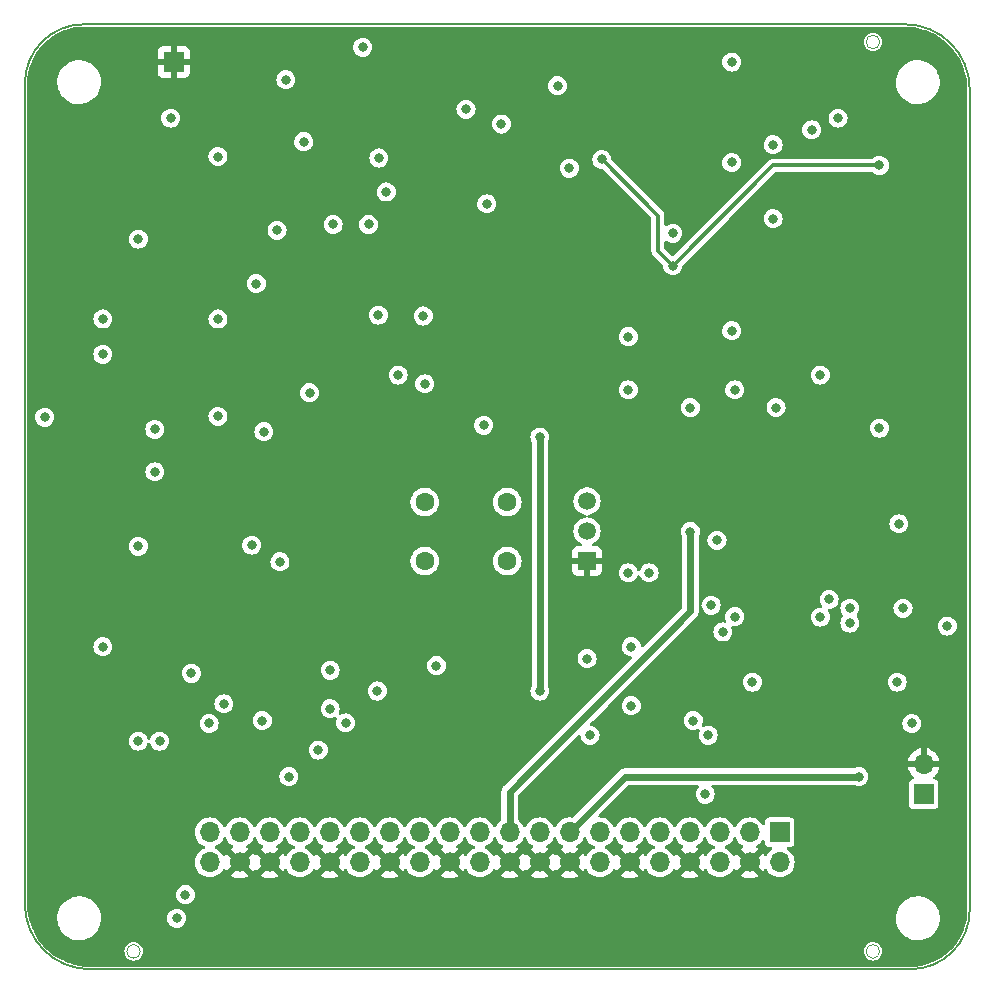
<source format=gbr>
G04 #@! TF.GenerationSoftware,KiCad,Pcbnew,7.0.11*
G04 #@! TF.CreationDate,2025-02-03T22:54:03-08:00*
G04 #@! TF.ProjectId,z3372,7a333337-322e-46b6-9963-61645f706362,0.5*
G04 #@! TF.SameCoordinates,PX3de4ba0PY65da380*
G04 #@! TF.FileFunction,Copper,L3,Inr*
G04 #@! TF.FilePolarity,Positive*
%FSLAX46Y46*%
G04 Gerber Fmt 4.6, Leading zero omitted, Abs format (unit mm)*
G04 Created by KiCad (PCBNEW 7.0.11) date 2025-02-03 22:54:03*
%MOMM*%
%LPD*%
G01*
G04 APERTURE LIST*
G04 Aperture macros list*
%AMHorizOval*
0 Thick line with rounded ends*
0 $1 width*
0 $2 $3 position (X,Y) of the first rounded end (center of the circle)*
0 $4 $5 position (X,Y) of the second rounded end (center of the circle)*
0 Add line between two ends*
20,1,$1,$2,$3,$4,$5,0*
0 Add two circle primitives to create the rounded ends*
1,1,$1,$2,$3*
1,1,$1,$4,$5*%
G04 Aperture macros list end*
G04 #@! TA.AperFunction,ComponentPad*
%ADD10R,1.700000X1.700000*%
G04 #@! TD*
G04 #@! TA.AperFunction,ComponentPad*
%ADD11O,1.700000X1.700000*%
G04 #@! TD*
G04 #@! TA.AperFunction,ComponentPad*
%ADD12HorizOval,1.700000X0.000000X0.000000X0.000000X0.000000X0*%
G04 #@! TD*
G04 #@! TA.AperFunction,ComponentPad*
%ADD13C,1.600000*%
G04 #@! TD*
G04 #@! TA.AperFunction,ComponentPad*
%ADD14R,1.500000X1.500000*%
G04 #@! TD*
G04 #@! TA.AperFunction,ComponentPad*
%ADD15C,1.500000*%
G04 #@! TD*
G04 #@! TA.AperFunction,ViaPad*
%ADD16C,0.800000*%
G04 #@! TD*
G04 #@! TA.AperFunction,Conductor*
%ADD17C,0.600000*%
G04 #@! TD*
G04 #@! TA.AperFunction,Conductor*
%ADD18C,0.300000*%
G04 #@! TD*
G04 #@! TA.AperFunction,Profile*
%ADD19C,0.150000*%
G04 #@! TD*
G04 #@! TA.AperFunction,Profile*
%ADD20C,0.050000*%
G04 #@! TD*
G04 APERTURE END LIST*
D10*
X64410000Y13090000D03*
D11*
X64410000Y10550000D03*
X61870000Y13090000D03*
D12*
X61870000Y10550000D03*
D11*
X59330000Y13090000D03*
X59330000Y10550000D03*
X56790000Y13090000D03*
D12*
X56790000Y10550000D03*
D11*
X54250000Y13090000D03*
X54250000Y10550000D03*
X51710000Y13090000D03*
D12*
X51710000Y10550000D03*
D11*
X49170000Y13090000D03*
X49170000Y10550000D03*
X46630000Y13090000D03*
D12*
X46630000Y10550000D03*
D11*
X44090000Y13090000D03*
D12*
X44090000Y10550000D03*
D11*
X41550000Y13090000D03*
D12*
X41550000Y10550000D03*
D11*
X39010000Y13090000D03*
X39010000Y10550000D03*
X36470000Y13090000D03*
D12*
X36470000Y10550000D03*
D11*
X33930000Y13090000D03*
X33930000Y10550000D03*
X31390000Y13090000D03*
D12*
X31390000Y10550000D03*
D11*
X28850000Y13090000D03*
X28850000Y10550000D03*
X26310000Y13090000D03*
D12*
X26310000Y10550000D03*
D11*
X23770000Y13090000D03*
X23770000Y10550000D03*
X21230000Y13090000D03*
D12*
X21230000Y10550000D03*
D11*
X18690000Y13090000D03*
D12*
X18690000Y10550000D03*
D11*
X16150000Y13090000D03*
X16150000Y10550000D03*
D10*
X76600000Y16325000D03*
D11*
X76600000Y18865000D03*
D13*
X41350000Y41050000D03*
X41350000Y36050000D03*
D10*
X13100000Y78300000D03*
D13*
X34350000Y36050000D03*
X34350000Y41050000D03*
D14*
X48100000Y36050000D03*
D15*
X48100000Y38590000D03*
X48100000Y41130000D03*
D16*
X50100000Y43800000D03*
X47850000Y70050000D03*
X48350000Y65550000D03*
X57100000Y61050000D03*
X19100000Y78050000D03*
X52600000Y60550000D03*
X56600000Y54050000D03*
X21100000Y32400000D03*
X22350000Y59050000D03*
X71600000Y51050000D03*
X31100000Y75550000D03*
X29100000Y75550000D03*
X16500000Y38800000D03*
X3850000Y59300000D03*
X61850000Y69800000D03*
X30100000Y15300000D03*
X39100000Y44050000D03*
X74600000Y27800000D03*
X2600000Y61800000D03*
X41850000Y23550000D03*
X77900000Y39400000D03*
X47100000Y49300000D03*
X40350000Y26550000D03*
X21850000Y23550000D03*
X23600000Y6800000D03*
X57100000Y23800000D03*
X42350000Y45050000D03*
X67850000Y67050000D03*
X35850000Y65300000D03*
X30600000Y79550000D03*
X43100000Y64800000D03*
X29350000Y23800000D03*
X24500000Y36200000D03*
X21850000Y16550000D03*
X20850000Y65300000D03*
X38350000Y65300000D03*
X47200000Y23950000D03*
X69350000Y40050000D03*
X8350000Y68550000D03*
X64100000Y46800000D03*
X3600000Y38550000D03*
X55600000Y46300000D03*
X53600000Y71300000D03*
X55850000Y70050000D03*
X55850000Y71300000D03*
X67850000Y58550000D03*
X27850000Y68800000D03*
X53600000Y70050000D03*
X4300000Y42800000D03*
X71900000Y27800000D03*
X30350000Y29300000D03*
X66100000Y22550000D03*
X72850000Y54050000D03*
X63600000Y29300000D03*
X5100000Y47050000D03*
X26500000Y56800000D03*
X31600000Y64550000D03*
X8500000Y25000000D03*
X20100000Y42600000D03*
X14850000Y28050000D03*
X34100000Y18300000D03*
X14300000Y17000000D03*
X21850000Y26550000D03*
X30850000Y37800000D03*
X72350000Y61550000D03*
X8700000Y16000000D03*
X37600000Y15300000D03*
X62850000Y60050000D03*
X58100000Y35050000D03*
X74350000Y69550000D03*
X22850000Y65300000D03*
X18100000Y67550000D03*
X9350000Y35800000D03*
X66100000Y16050000D03*
X73600000Y64050000D03*
X25350000Y47800000D03*
X40850000Y65300000D03*
X14700000Y23600000D03*
X67850000Y62550000D03*
X54350000Y44050000D03*
X56600000Y15300000D03*
X66100000Y27300000D03*
X64100000Y37300000D03*
X19100000Y18550000D03*
X5100000Y49800000D03*
X72350000Y64050000D03*
X48850000Y18300000D03*
X76850000Y27300000D03*
X50100000Y36550000D03*
X64600000Y30300000D03*
X61600000Y34800000D03*
X64100000Y49050000D03*
X14600000Y26550000D03*
X56850000Y38550000D03*
X2175000Y48225000D03*
X56850000Y49050000D03*
X30350000Y25050000D03*
X60350000Y69800000D03*
X7100000Y56550000D03*
X16850000Y48300000D03*
X16850000Y56550000D03*
X16850000Y70300000D03*
X27651777Y22351777D03*
X55350000Y61050000D03*
X22100000Y36000000D03*
X26350000Y26800000D03*
X12850000Y73550000D03*
X10100000Y63300000D03*
X10100000Y37300000D03*
X49350000Y70050000D03*
X72850000Y69550000D03*
X29100000Y79550000D03*
X44100000Y25050000D03*
X44100000Y46550000D03*
X74500000Y39200000D03*
X71100000Y17800000D03*
X78600000Y30550000D03*
X14100000Y7800000D03*
X75600000Y22300000D03*
X11900000Y20800000D03*
X48100000Y27800000D03*
X51850000Y23800000D03*
X17350000Y23965000D03*
X20100000Y59550000D03*
X20735000Y47000000D03*
X13350000Y5800000D03*
X10100000Y20800000D03*
X58100000Y16300000D03*
X51850000Y28800000D03*
X57100000Y22550000D03*
X58350000Y21300000D03*
X74350000Y25800000D03*
X62100000Y25800000D03*
X7100000Y28800000D03*
X7100000Y53550000D03*
X20600000Y22550000D03*
X26350000Y23550000D03*
X22850000Y17800000D03*
X25350000Y20050000D03*
X29600000Y64550000D03*
X24600000Y50300000D03*
X16100000Y22300000D03*
X51600000Y50550000D03*
X51600000Y35050000D03*
X60600000Y50550000D03*
X60600000Y31350000D03*
X58600000Y32300000D03*
X34235000Y56800000D03*
X59600000Y30050000D03*
X30425000Y56875000D03*
X45600000Y76300000D03*
X67111397Y72561397D03*
X39350000Y47550000D03*
X48350000Y21300000D03*
X11500000Y47200000D03*
X11500000Y43600000D03*
X63850000Y65050000D03*
X63850000Y71300000D03*
X22600000Y76800000D03*
X30475000Y70175000D03*
X72850000Y47300000D03*
X74850000Y32050000D03*
X60350000Y78300000D03*
X26600000Y64550000D03*
X69350000Y73550000D03*
X70350000Y32050000D03*
X39600000Y66300000D03*
X32100000Y51800000D03*
X24100000Y71550000D03*
X21850000Y64050000D03*
X35350000Y27200000D03*
X19700000Y37400000D03*
X53350000Y35050000D03*
X51600000Y55050000D03*
X46600000Y69300000D03*
X40850000Y73050000D03*
X70350000Y30800000D03*
X31100000Y67300000D03*
X34350000Y51050000D03*
X55350000Y63800000D03*
X68600000Y32800000D03*
X67850000Y51800000D03*
X37850000Y74300000D03*
X67850000Y31300000D03*
X59100000Y37800000D03*
X60350000Y55550000D03*
D17*
X41550000Y16500000D02*
X41550000Y13090000D01*
X56850000Y31800000D02*
X41550000Y16500000D01*
X56850000Y38550000D02*
X56850000Y31800000D01*
D18*
X63850000Y69550000D02*
X72850000Y69550000D01*
X54100000Y62300000D02*
X54100000Y65300000D01*
X54100000Y65300000D02*
X49350000Y70050000D01*
D17*
X44100000Y46550000D02*
X44100000Y25050000D01*
D18*
X55350000Y61050000D02*
X63850000Y69550000D01*
X55350000Y61050000D02*
X54100000Y62300000D01*
D17*
X51340000Y17800000D02*
X71100000Y17800000D01*
X46630000Y13090000D02*
X51340000Y17800000D01*
G04 #@! TA.AperFunction,Conductor*
G36*
X17488959Y12661900D02*
G01*
X17534194Y12609698D01*
X17602898Y12462361D01*
X17728402Y12283123D01*
X17883123Y12128402D01*
X17883126Y12128400D01*
X18062359Y12002899D01*
X18062360Y12002899D01*
X18062361Y12002898D01*
X18082022Y11993730D01*
X18135307Y11946815D01*
X18154769Y11878538D01*
X18134228Y11810577D01*
X18088743Y11768722D01*
X17944705Y11690773D01*
X17944693Y11690765D01*
X17924311Y11674901D01*
X17924310Y11674900D01*
X18562412Y11036798D01*
X18547685Y11034680D01*
X18416900Y10974952D01*
X18308239Y10880798D01*
X18230507Y10759844D01*
X18205639Y10675151D01*
X17566921Y11313869D01*
X17566920Y11313868D01*
X17491586Y11198561D01*
X17491579Y11198547D01*
X17475382Y11161621D01*
X17429701Y11107272D01*
X17361888Y11086249D01*
X17293474Y11105226D01*
X17246181Y11158177D01*
X17245800Y11158985D01*
X17237100Y11177642D01*
X17111604Y11356869D01*
X17111601Y11356873D01*
X17111598Y11356877D01*
X16956877Y11511598D01*
X16777639Y11637102D01*
X16630302Y11705806D01*
X16577019Y11752722D01*
X16557558Y11820999D01*
X16578100Y11888959D01*
X16630302Y11934195D01*
X16777639Y12002898D01*
X16956877Y12128402D01*
X17111598Y12283123D01*
X17237102Y12462361D01*
X17305805Y12609698D01*
X17352722Y12662981D01*
X17420999Y12682442D01*
X17488959Y12661900D01*
G37*
G04 #@! TD.AperFunction*
G04 #@! TA.AperFunction,Conductor*
G36*
X20028959Y12661900D02*
G01*
X20074194Y12609698D01*
X20142898Y12462361D01*
X20268402Y12283123D01*
X20423123Y12128402D01*
X20423126Y12128400D01*
X20602359Y12002899D01*
X20602360Y12002899D01*
X20602361Y12002898D01*
X20622022Y11993730D01*
X20675307Y11946815D01*
X20694769Y11878538D01*
X20674228Y11810577D01*
X20628743Y11768722D01*
X20484705Y11690773D01*
X20484693Y11690765D01*
X20464311Y11674901D01*
X20464310Y11674900D01*
X21102412Y11036798D01*
X21087685Y11034680D01*
X20956900Y10974952D01*
X20848239Y10880798D01*
X20770507Y10759844D01*
X20745639Y10675151D01*
X20106921Y11313869D01*
X20106920Y11313868D01*
X20065482Y11250442D01*
X20011479Y11204353D01*
X19941131Y11194778D01*
X19876773Y11224755D01*
X19854516Y11250442D01*
X19813078Y11313868D01*
X19174360Y10675152D01*
X19149493Y10759844D01*
X19071761Y10880798D01*
X18963100Y10974952D01*
X18832315Y11034680D01*
X18817586Y11036798D01*
X19455688Y11674900D01*
X19455687Y11674901D01*
X19435308Y11690763D01*
X19435303Y11690766D01*
X19291256Y11768721D01*
X19240866Y11818735D01*
X19225514Y11888052D01*
X19250075Y11954665D01*
X19297976Y11993730D01*
X19317639Y12002898D01*
X19496877Y12128402D01*
X19651598Y12283123D01*
X19777102Y12462361D01*
X19845805Y12609698D01*
X19892722Y12662981D01*
X19960999Y12682442D01*
X20028959Y12661900D01*
G37*
G04 #@! TD.AperFunction*
G04 #@! TA.AperFunction,Conductor*
G36*
X25108959Y12661900D02*
G01*
X25154194Y12609698D01*
X25222898Y12462361D01*
X25348402Y12283123D01*
X25503123Y12128402D01*
X25503126Y12128400D01*
X25682359Y12002899D01*
X25682360Y12002899D01*
X25682361Y12002898D01*
X25702022Y11993730D01*
X25755307Y11946815D01*
X25774769Y11878538D01*
X25754228Y11810577D01*
X25708743Y11768722D01*
X25564705Y11690773D01*
X25564693Y11690765D01*
X25544311Y11674901D01*
X25544310Y11674900D01*
X26182412Y11036798D01*
X26167685Y11034680D01*
X26036900Y10974952D01*
X25928239Y10880798D01*
X25850507Y10759844D01*
X25825639Y10675151D01*
X25186921Y11313869D01*
X25186920Y11313868D01*
X25111586Y11198561D01*
X25111579Y11198547D01*
X25095382Y11161621D01*
X25049701Y11107272D01*
X24981888Y11086249D01*
X24913474Y11105226D01*
X24866181Y11158177D01*
X24865800Y11158985D01*
X24857100Y11177642D01*
X24731604Y11356869D01*
X24731601Y11356873D01*
X24731598Y11356877D01*
X24576877Y11511598D01*
X24397639Y11637102D01*
X24250302Y11705806D01*
X24197019Y11752722D01*
X24177558Y11820999D01*
X24198100Y11888959D01*
X24250302Y11934195D01*
X24397639Y12002898D01*
X24576877Y12128402D01*
X24731598Y12283123D01*
X24857102Y12462361D01*
X24925805Y12609698D01*
X24972722Y12662981D01*
X25040999Y12682442D01*
X25108959Y12661900D01*
G37*
G04 #@! TD.AperFunction*
G04 #@! TA.AperFunction,Conductor*
G36*
X30188959Y12661900D02*
G01*
X30234194Y12609698D01*
X30302898Y12462361D01*
X30428402Y12283123D01*
X30583123Y12128402D01*
X30583126Y12128400D01*
X30762359Y12002899D01*
X30762360Y12002899D01*
X30762361Y12002898D01*
X30782022Y11993730D01*
X30835307Y11946815D01*
X30854769Y11878538D01*
X30834228Y11810577D01*
X30788743Y11768722D01*
X30644705Y11690773D01*
X30644693Y11690765D01*
X30624311Y11674901D01*
X30624310Y11674900D01*
X31262412Y11036798D01*
X31247685Y11034680D01*
X31116900Y10974952D01*
X31008239Y10880798D01*
X30930507Y10759844D01*
X30905639Y10675151D01*
X30266921Y11313869D01*
X30266920Y11313868D01*
X30191586Y11198561D01*
X30191579Y11198547D01*
X30175382Y11161621D01*
X30129701Y11107272D01*
X30061888Y11086249D01*
X29993474Y11105226D01*
X29946181Y11158177D01*
X29945800Y11158985D01*
X29937100Y11177642D01*
X29811604Y11356869D01*
X29811601Y11356873D01*
X29811598Y11356877D01*
X29656877Y11511598D01*
X29477639Y11637102D01*
X29330302Y11705806D01*
X29277019Y11752722D01*
X29257558Y11820999D01*
X29278100Y11888959D01*
X29330302Y11934195D01*
X29477639Y12002898D01*
X29656877Y12128402D01*
X29811598Y12283123D01*
X29937102Y12462361D01*
X30005805Y12609698D01*
X30052722Y12662981D01*
X30120999Y12682442D01*
X30188959Y12661900D01*
G37*
G04 #@! TD.AperFunction*
G04 #@! TA.AperFunction,Conductor*
G36*
X35268959Y12661900D02*
G01*
X35314194Y12609698D01*
X35382898Y12462361D01*
X35508402Y12283123D01*
X35663123Y12128402D01*
X35663126Y12128400D01*
X35842359Y12002899D01*
X35842360Y12002899D01*
X35842361Y12002898D01*
X35862022Y11993730D01*
X35915307Y11946815D01*
X35934769Y11878538D01*
X35914228Y11810577D01*
X35868743Y11768722D01*
X35724705Y11690773D01*
X35724693Y11690765D01*
X35704311Y11674901D01*
X35704310Y11674900D01*
X36342412Y11036798D01*
X36327685Y11034680D01*
X36196900Y10974952D01*
X36088239Y10880798D01*
X36010507Y10759844D01*
X35985639Y10675151D01*
X35346921Y11313869D01*
X35346920Y11313868D01*
X35271586Y11198561D01*
X35271579Y11198547D01*
X35255382Y11161621D01*
X35209701Y11107272D01*
X35141888Y11086249D01*
X35073474Y11105226D01*
X35026181Y11158177D01*
X35025800Y11158985D01*
X35017100Y11177642D01*
X34891604Y11356869D01*
X34891601Y11356873D01*
X34891598Y11356877D01*
X34736877Y11511598D01*
X34557639Y11637102D01*
X34410302Y11705806D01*
X34357019Y11752722D01*
X34337558Y11820999D01*
X34358100Y11888959D01*
X34410302Y11934195D01*
X34557639Y12002898D01*
X34736877Y12128402D01*
X34891598Y12283123D01*
X35017102Y12462361D01*
X35085805Y12609698D01*
X35132722Y12662981D01*
X35200999Y12682442D01*
X35268959Y12661900D01*
G37*
G04 #@! TD.AperFunction*
G04 #@! TA.AperFunction,Conductor*
G36*
X40348959Y12661900D02*
G01*
X40394194Y12609698D01*
X40462898Y12462361D01*
X40588402Y12283123D01*
X40743123Y12128402D01*
X40743126Y12128400D01*
X40922359Y12002899D01*
X40922360Y12002899D01*
X40922361Y12002898D01*
X40942022Y11993730D01*
X40995307Y11946815D01*
X41014769Y11878538D01*
X40994228Y11810577D01*
X40948743Y11768722D01*
X40804705Y11690773D01*
X40804693Y11690765D01*
X40784311Y11674901D01*
X40784310Y11674900D01*
X41422412Y11036798D01*
X41407685Y11034680D01*
X41276900Y10974952D01*
X41168239Y10880798D01*
X41090507Y10759844D01*
X41065639Y10675151D01*
X40426921Y11313869D01*
X40426920Y11313868D01*
X40351586Y11198561D01*
X40351579Y11198547D01*
X40335382Y11161621D01*
X40289701Y11107272D01*
X40221888Y11086249D01*
X40153474Y11105226D01*
X40106181Y11158177D01*
X40105800Y11158985D01*
X40097100Y11177642D01*
X39971604Y11356869D01*
X39971601Y11356873D01*
X39971598Y11356877D01*
X39816877Y11511598D01*
X39637639Y11637102D01*
X39490302Y11705806D01*
X39437019Y11752722D01*
X39417558Y11820999D01*
X39438100Y11888959D01*
X39490302Y11934195D01*
X39637639Y12002898D01*
X39816877Y12128402D01*
X39971598Y12283123D01*
X40097102Y12462361D01*
X40165805Y12609698D01*
X40212722Y12662981D01*
X40280999Y12682442D01*
X40348959Y12661900D01*
G37*
G04 #@! TD.AperFunction*
G04 #@! TA.AperFunction,Conductor*
G36*
X42888959Y12661900D02*
G01*
X42934194Y12609698D01*
X43002898Y12462361D01*
X43128402Y12283123D01*
X43283123Y12128402D01*
X43283126Y12128400D01*
X43462359Y12002899D01*
X43462360Y12002899D01*
X43462361Y12002898D01*
X43482022Y11993730D01*
X43535307Y11946815D01*
X43554769Y11878538D01*
X43534228Y11810577D01*
X43488743Y11768722D01*
X43344705Y11690773D01*
X43344693Y11690765D01*
X43324311Y11674901D01*
X43324310Y11674900D01*
X43962412Y11036798D01*
X43947685Y11034680D01*
X43816900Y10974952D01*
X43708239Y10880798D01*
X43630507Y10759844D01*
X43605639Y10675151D01*
X42966921Y11313869D01*
X42966920Y11313868D01*
X42925482Y11250442D01*
X42871479Y11204353D01*
X42801131Y11194778D01*
X42736773Y11224755D01*
X42714516Y11250442D01*
X42673078Y11313868D01*
X42034360Y10675152D01*
X42009493Y10759844D01*
X41931761Y10880798D01*
X41823100Y10974952D01*
X41692315Y11034680D01*
X41677586Y11036798D01*
X42315688Y11674900D01*
X42315687Y11674901D01*
X42295308Y11690763D01*
X42295303Y11690766D01*
X42151256Y11768721D01*
X42100866Y11818735D01*
X42085514Y11888052D01*
X42110075Y11954665D01*
X42157976Y11993730D01*
X42177639Y12002898D01*
X42356877Y12128402D01*
X42511598Y12283123D01*
X42637102Y12462361D01*
X42705805Y12609698D01*
X42752722Y12662981D01*
X42820999Y12682442D01*
X42888959Y12661900D01*
G37*
G04 #@! TD.AperFunction*
G04 #@! TA.AperFunction,Conductor*
G36*
X45428959Y12661900D02*
G01*
X45474194Y12609698D01*
X45542898Y12462361D01*
X45668402Y12283123D01*
X45823123Y12128402D01*
X45823126Y12128400D01*
X46002359Y12002899D01*
X46002360Y12002899D01*
X46002361Y12002898D01*
X46022022Y11993730D01*
X46075307Y11946815D01*
X46094769Y11878538D01*
X46074228Y11810577D01*
X46028743Y11768722D01*
X45884705Y11690773D01*
X45884693Y11690765D01*
X45864311Y11674901D01*
X45864310Y11674900D01*
X46502412Y11036798D01*
X46487685Y11034680D01*
X46356900Y10974952D01*
X46248239Y10880798D01*
X46170507Y10759844D01*
X46145639Y10675151D01*
X45506921Y11313869D01*
X45506920Y11313868D01*
X45465482Y11250442D01*
X45411479Y11204353D01*
X45341131Y11194778D01*
X45276773Y11224755D01*
X45254516Y11250442D01*
X45213078Y11313868D01*
X44574360Y10675152D01*
X44549493Y10759844D01*
X44471761Y10880798D01*
X44363100Y10974952D01*
X44232315Y11034680D01*
X44217586Y11036798D01*
X44855688Y11674900D01*
X44855687Y11674901D01*
X44835308Y11690763D01*
X44835303Y11690766D01*
X44691256Y11768721D01*
X44640866Y11818735D01*
X44625514Y11888052D01*
X44650075Y11954665D01*
X44697976Y11993730D01*
X44717639Y12002898D01*
X44896877Y12128402D01*
X45051598Y12283123D01*
X45177102Y12462361D01*
X45245805Y12609698D01*
X45292722Y12662981D01*
X45360999Y12682442D01*
X45428959Y12661900D01*
G37*
G04 #@! TD.AperFunction*
G04 #@! TA.AperFunction,Conductor*
G36*
X50508959Y12661900D02*
G01*
X50554194Y12609698D01*
X50622898Y12462361D01*
X50748402Y12283123D01*
X50903123Y12128402D01*
X50903126Y12128400D01*
X51082359Y12002899D01*
X51082360Y12002899D01*
X51082361Y12002898D01*
X51102022Y11993730D01*
X51155307Y11946815D01*
X51174769Y11878538D01*
X51154228Y11810577D01*
X51108743Y11768722D01*
X50964705Y11690773D01*
X50964693Y11690765D01*
X50944311Y11674901D01*
X50944310Y11674900D01*
X51582412Y11036798D01*
X51567685Y11034680D01*
X51436900Y10974952D01*
X51328239Y10880798D01*
X51250507Y10759844D01*
X51225639Y10675151D01*
X50586921Y11313869D01*
X50586920Y11313868D01*
X50511586Y11198561D01*
X50511579Y11198547D01*
X50495382Y11161621D01*
X50449701Y11107272D01*
X50381888Y11086249D01*
X50313474Y11105226D01*
X50266181Y11158177D01*
X50265800Y11158985D01*
X50257100Y11177642D01*
X50131604Y11356869D01*
X50131601Y11356873D01*
X50131598Y11356877D01*
X49976877Y11511598D01*
X49797639Y11637102D01*
X49650302Y11705806D01*
X49597019Y11752722D01*
X49577558Y11820999D01*
X49598100Y11888959D01*
X49650302Y11934195D01*
X49797639Y12002898D01*
X49976877Y12128402D01*
X50131598Y12283123D01*
X50257102Y12462361D01*
X50325805Y12609698D01*
X50372722Y12662981D01*
X50440999Y12682442D01*
X50508959Y12661900D01*
G37*
G04 #@! TD.AperFunction*
G04 #@! TA.AperFunction,Conductor*
G36*
X55588959Y12661900D02*
G01*
X55634194Y12609698D01*
X55702898Y12462361D01*
X55828402Y12283123D01*
X55983123Y12128402D01*
X55983126Y12128400D01*
X56162359Y12002899D01*
X56162360Y12002899D01*
X56162361Y12002898D01*
X56182022Y11993730D01*
X56235307Y11946815D01*
X56254769Y11878538D01*
X56234228Y11810577D01*
X56188743Y11768722D01*
X56044705Y11690773D01*
X56044693Y11690765D01*
X56024311Y11674901D01*
X56024310Y11674900D01*
X56662412Y11036798D01*
X56647685Y11034680D01*
X56516900Y10974952D01*
X56408239Y10880798D01*
X56330507Y10759844D01*
X56305639Y10675151D01*
X55666921Y11313869D01*
X55666920Y11313868D01*
X55591586Y11198561D01*
X55591579Y11198547D01*
X55575382Y11161621D01*
X55529701Y11107272D01*
X55461888Y11086249D01*
X55393474Y11105226D01*
X55346181Y11158177D01*
X55345800Y11158985D01*
X55337100Y11177642D01*
X55211604Y11356869D01*
X55211601Y11356873D01*
X55211598Y11356877D01*
X55056877Y11511598D01*
X54877639Y11637102D01*
X54730302Y11705806D01*
X54677019Y11752722D01*
X54657558Y11820999D01*
X54678100Y11888959D01*
X54730302Y11934195D01*
X54877639Y12002898D01*
X55056877Y12128402D01*
X55211598Y12283123D01*
X55337102Y12462361D01*
X55405805Y12609698D01*
X55452722Y12662981D01*
X55520999Y12682442D01*
X55588959Y12661900D01*
G37*
G04 #@! TD.AperFunction*
G04 #@! TA.AperFunction,Conductor*
G36*
X60668959Y12661900D02*
G01*
X60714194Y12609698D01*
X60782898Y12462361D01*
X60908402Y12283123D01*
X61063123Y12128402D01*
X61063126Y12128400D01*
X61242359Y12002899D01*
X61242360Y12002899D01*
X61242361Y12002898D01*
X61262022Y11993730D01*
X61315307Y11946815D01*
X61334769Y11878538D01*
X61314228Y11810577D01*
X61268743Y11768722D01*
X61124705Y11690773D01*
X61124693Y11690765D01*
X61104311Y11674901D01*
X61104310Y11674900D01*
X61742412Y11036798D01*
X61727685Y11034680D01*
X61596900Y10974952D01*
X61488239Y10880798D01*
X61410507Y10759844D01*
X61385639Y10675151D01*
X60746921Y11313869D01*
X60746920Y11313868D01*
X60671586Y11198561D01*
X60671579Y11198547D01*
X60655382Y11161621D01*
X60609701Y11107272D01*
X60541888Y11086249D01*
X60473474Y11105226D01*
X60426181Y11158177D01*
X60425800Y11158985D01*
X60417100Y11177642D01*
X60291604Y11356869D01*
X60291601Y11356873D01*
X60291598Y11356877D01*
X60136877Y11511598D01*
X59957639Y11637102D01*
X59810302Y11705806D01*
X59757019Y11752722D01*
X59737558Y11820999D01*
X59758100Y11888959D01*
X59810302Y11934195D01*
X59957639Y12002898D01*
X60136877Y12128402D01*
X60291598Y12283123D01*
X60417102Y12462361D01*
X60485805Y12609698D01*
X60532722Y12662981D01*
X60600999Y12682442D01*
X60668959Y12661900D01*
G37*
G04 #@! TD.AperFunction*
G04 #@! TA.AperFunction,Conductor*
G36*
X22568959Y12661900D02*
G01*
X22614194Y12609698D01*
X22682898Y12462361D01*
X22808402Y12283123D01*
X22963123Y12128402D01*
X23142361Y12002898D01*
X23281485Y11938024D01*
X23289695Y11934195D01*
X23342980Y11887278D01*
X23362441Y11819000D01*
X23341899Y11751040D01*
X23289695Y11705805D01*
X23142358Y11637101D01*
X22963131Y11511605D01*
X22963120Y11511596D01*
X22808404Y11356880D01*
X22808395Y11356869D01*
X22682899Y11177642D01*
X22682898Y11177640D01*
X22674197Y11158981D01*
X22627278Y11105698D01*
X22559000Y11086239D01*
X22491041Y11106783D01*
X22444977Y11160807D01*
X22444616Y11161623D01*
X22428419Y11198550D01*
X22353077Y11313868D01*
X21714360Y10675152D01*
X21689493Y10759844D01*
X21611761Y10880798D01*
X21503100Y10974952D01*
X21372315Y11034680D01*
X21357586Y11036798D01*
X21995688Y11674900D01*
X21995687Y11674901D01*
X21975308Y11690763D01*
X21975303Y11690766D01*
X21831256Y11768721D01*
X21780866Y11818735D01*
X21765514Y11888052D01*
X21790075Y11954665D01*
X21837976Y11993730D01*
X21857639Y12002898D01*
X22036877Y12128402D01*
X22191598Y12283123D01*
X22317102Y12462361D01*
X22385805Y12609698D01*
X22432722Y12662981D01*
X22500999Y12682442D01*
X22568959Y12661900D01*
G37*
G04 #@! TD.AperFunction*
G04 #@! TA.AperFunction,Conductor*
G36*
X27648959Y12661900D02*
G01*
X27694194Y12609698D01*
X27762898Y12462361D01*
X27888402Y12283123D01*
X28043123Y12128402D01*
X28222361Y12002898D01*
X28361485Y11938024D01*
X28369695Y11934195D01*
X28422980Y11887278D01*
X28442441Y11819000D01*
X28421899Y11751040D01*
X28369695Y11705805D01*
X28222358Y11637101D01*
X28043131Y11511605D01*
X28043120Y11511596D01*
X27888404Y11356880D01*
X27888395Y11356869D01*
X27762899Y11177642D01*
X27762898Y11177640D01*
X27754197Y11158981D01*
X27707278Y11105698D01*
X27639000Y11086239D01*
X27571041Y11106783D01*
X27524977Y11160807D01*
X27524616Y11161623D01*
X27508419Y11198550D01*
X27433077Y11313868D01*
X26794360Y10675152D01*
X26769493Y10759844D01*
X26691761Y10880798D01*
X26583100Y10974952D01*
X26452315Y11034680D01*
X26437586Y11036798D01*
X27075688Y11674900D01*
X27075687Y11674901D01*
X27055308Y11690763D01*
X27055303Y11690766D01*
X26911256Y11768721D01*
X26860866Y11818735D01*
X26845514Y11888052D01*
X26870075Y11954665D01*
X26917976Y11993730D01*
X26937639Y12002898D01*
X27116877Y12128402D01*
X27271598Y12283123D01*
X27397102Y12462361D01*
X27465805Y12609698D01*
X27512722Y12662981D01*
X27580999Y12682442D01*
X27648959Y12661900D01*
G37*
G04 #@! TD.AperFunction*
G04 #@! TA.AperFunction,Conductor*
G36*
X32728959Y12661900D02*
G01*
X32774194Y12609698D01*
X32842898Y12462361D01*
X32968402Y12283123D01*
X33123123Y12128402D01*
X33302361Y12002898D01*
X33441485Y11938024D01*
X33449695Y11934195D01*
X33502980Y11887278D01*
X33522441Y11819000D01*
X33501899Y11751040D01*
X33449695Y11705805D01*
X33302358Y11637101D01*
X33123131Y11511605D01*
X33123120Y11511596D01*
X32968404Y11356880D01*
X32968395Y11356869D01*
X32842899Y11177642D01*
X32842898Y11177640D01*
X32834197Y11158981D01*
X32787278Y11105698D01*
X32719000Y11086239D01*
X32651041Y11106783D01*
X32604977Y11160807D01*
X32604616Y11161623D01*
X32588419Y11198550D01*
X32513077Y11313868D01*
X31874360Y10675152D01*
X31849493Y10759844D01*
X31771761Y10880798D01*
X31663100Y10974952D01*
X31532315Y11034680D01*
X31517586Y11036798D01*
X32155688Y11674900D01*
X32155687Y11674901D01*
X32135308Y11690763D01*
X32135303Y11690766D01*
X31991256Y11768721D01*
X31940866Y11818735D01*
X31925514Y11888052D01*
X31950075Y11954665D01*
X31997976Y11993730D01*
X32017639Y12002898D01*
X32196877Y12128402D01*
X32351598Y12283123D01*
X32477102Y12462361D01*
X32545805Y12609698D01*
X32592722Y12662981D01*
X32660999Y12682442D01*
X32728959Y12661900D01*
G37*
G04 #@! TD.AperFunction*
G04 #@! TA.AperFunction,Conductor*
G36*
X37808959Y12661900D02*
G01*
X37854194Y12609698D01*
X37922898Y12462361D01*
X38048402Y12283123D01*
X38203123Y12128402D01*
X38382361Y12002898D01*
X38521485Y11938024D01*
X38529695Y11934195D01*
X38582980Y11887278D01*
X38602441Y11819000D01*
X38581899Y11751040D01*
X38529695Y11705805D01*
X38382358Y11637101D01*
X38203131Y11511605D01*
X38203120Y11511596D01*
X38048404Y11356880D01*
X38048395Y11356869D01*
X37922899Y11177642D01*
X37922898Y11177640D01*
X37914197Y11158981D01*
X37867278Y11105698D01*
X37799000Y11086239D01*
X37731041Y11106783D01*
X37684977Y11160807D01*
X37684616Y11161623D01*
X37668419Y11198550D01*
X37593077Y11313868D01*
X36954360Y10675152D01*
X36929493Y10759844D01*
X36851761Y10880798D01*
X36743100Y10974952D01*
X36612315Y11034680D01*
X36597586Y11036798D01*
X37235688Y11674900D01*
X37235687Y11674901D01*
X37215308Y11690763D01*
X37215303Y11690766D01*
X37071256Y11768721D01*
X37020866Y11818735D01*
X37005514Y11888052D01*
X37030075Y11954665D01*
X37077976Y11993730D01*
X37097639Y12002898D01*
X37276877Y12128402D01*
X37431598Y12283123D01*
X37557102Y12462361D01*
X37625805Y12609698D01*
X37672722Y12662981D01*
X37740999Y12682442D01*
X37808959Y12661900D01*
G37*
G04 #@! TD.AperFunction*
G04 #@! TA.AperFunction,Conductor*
G36*
X47968959Y12661900D02*
G01*
X48014194Y12609698D01*
X48082898Y12462361D01*
X48208402Y12283123D01*
X48363123Y12128402D01*
X48542361Y12002898D01*
X48681485Y11938024D01*
X48689695Y11934195D01*
X48742980Y11887278D01*
X48762441Y11819000D01*
X48741899Y11751040D01*
X48689695Y11705805D01*
X48542358Y11637101D01*
X48363131Y11511605D01*
X48363120Y11511596D01*
X48208404Y11356880D01*
X48208395Y11356869D01*
X48082899Y11177642D01*
X48082898Y11177640D01*
X48074197Y11158981D01*
X48027278Y11105698D01*
X47959000Y11086239D01*
X47891041Y11106783D01*
X47844977Y11160807D01*
X47844616Y11161623D01*
X47828419Y11198550D01*
X47753077Y11313868D01*
X47114360Y10675152D01*
X47089493Y10759844D01*
X47011761Y10880798D01*
X46903100Y10974952D01*
X46772315Y11034680D01*
X46757586Y11036798D01*
X47395688Y11674900D01*
X47395687Y11674901D01*
X47375308Y11690763D01*
X47375303Y11690766D01*
X47231256Y11768721D01*
X47180866Y11818735D01*
X47165514Y11888052D01*
X47190075Y11954665D01*
X47237976Y11993730D01*
X47257639Y12002898D01*
X47436877Y12128402D01*
X47591598Y12283123D01*
X47717102Y12462361D01*
X47785805Y12609698D01*
X47832722Y12662981D01*
X47900999Y12682442D01*
X47968959Y12661900D01*
G37*
G04 #@! TD.AperFunction*
G04 #@! TA.AperFunction,Conductor*
G36*
X53048959Y12661900D02*
G01*
X53094194Y12609698D01*
X53162898Y12462361D01*
X53288402Y12283123D01*
X53443123Y12128402D01*
X53622361Y12002898D01*
X53761485Y11938024D01*
X53769695Y11934195D01*
X53822980Y11887278D01*
X53842441Y11819000D01*
X53821899Y11751040D01*
X53769695Y11705805D01*
X53622358Y11637101D01*
X53443131Y11511605D01*
X53443120Y11511596D01*
X53288404Y11356880D01*
X53288395Y11356869D01*
X53162899Y11177642D01*
X53162898Y11177640D01*
X53154197Y11158981D01*
X53107278Y11105698D01*
X53039000Y11086239D01*
X52971041Y11106783D01*
X52924977Y11160807D01*
X52924616Y11161623D01*
X52908419Y11198550D01*
X52833077Y11313868D01*
X52194360Y10675152D01*
X52169493Y10759844D01*
X52091761Y10880798D01*
X51983100Y10974952D01*
X51852315Y11034680D01*
X51837586Y11036798D01*
X52475688Y11674900D01*
X52475687Y11674901D01*
X52455308Y11690763D01*
X52455303Y11690766D01*
X52311256Y11768721D01*
X52260866Y11818735D01*
X52245514Y11888052D01*
X52270075Y11954665D01*
X52317976Y11993730D01*
X52337639Y12002898D01*
X52516877Y12128402D01*
X52671598Y12283123D01*
X52797102Y12462361D01*
X52865805Y12609698D01*
X52912722Y12662981D01*
X52980999Y12682442D01*
X53048959Y12661900D01*
G37*
G04 #@! TD.AperFunction*
G04 #@! TA.AperFunction,Conductor*
G36*
X58128959Y12661900D02*
G01*
X58174194Y12609698D01*
X58242898Y12462361D01*
X58368402Y12283123D01*
X58523123Y12128402D01*
X58702361Y12002898D01*
X58841485Y11938024D01*
X58849695Y11934195D01*
X58902980Y11887278D01*
X58922441Y11819000D01*
X58901899Y11751040D01*
X58849695Y11705805D01*
X58702358Y11637101D01*
X58523131Y11511605D01*
X58523120Y11511596D01*
X58368404Y11356880D01*
X58368395Y11356869D01*
X58242899Y11177642D01*
X58242898Y11177640D01*
X58234197Y11158981D01*
X58187278Y11105698D01*
X58119000Y11086239D01*
X58051041Y11106783D01*
X58004977Y11160807D01*
X58004616Y11161623D01*
X57988419Y11198550D01*
X57913077Y11313868D01*
X57274360Y10675152D01*
X57249493Y10759844D01*
X57171761Y10880798D01*
X57063100Y10974952D01*
X56932315Y11034680D01*
X56917586Y11036798D01*
X57555688Y11674900D01*
X57555687Y11674901D01*
X57535308Y11690763D01*
X57535303Y11690766D01*
X57391256Y11768721D01*
X57340866Y11818735D01*
X57325514Y11888052D01*
X57350075Y11954665D01*
X57397976Y11993730D01*
X57417639Y12002898D01*
X57596877Y12128402D01*
X57751598Y12283123D01*
X57877102Y12462361D01*
X57945805Y12609698D01*
X57992722Y12662981D01*
X58060999Y12682442D01*
X58128959Y12661900D01*
G37*
G04 #@! TD.AperFunction*
G04 #@! TA.AperFunction,Conductor*
G36*
X63119723Y12443674D02*
G01*
X63155709Y12382473D01*
X63159500Y12351797D01*
X63159500Y12208484D01*
X63174353Y12114698D01*
X63231949Y12001658D01*
X63321657Y11911950D01*
X63360299Y11892262D01*
X63434696Y11854354D01*
X63528481Y11839500D01*
X63671796Y11839501D01*
X63739914Y11819499D01*
X63786407Y11765844D01*
X63796512Y11695570D01*
X63767019Y11630989D01*
X63744065Y11610288D01*
X63603126Y11511601D01*
X63603120Y11511596D01*
X63448404Y11356880D01*
X63448395Y11356869D01*
X63322899Y11177642D01*
X63322898Y11177640D01*
X63314197Y11158981D01*
X63267278Y11105698D01*
X63199000Y11086239D01*
X63131041Y11106783D01*
X63084977Y11160807D01*
X63084616Y11161623D01*
X63068419Y11198550D01*
X62993077Y11313868D01*
X62354360Y10675152D01*
X62329493Y10759844D01*
X62251761Y10880798D01*
X62143100Y10974952D01*
X62012315Y11034680D01*
X61997586Y11036798D01*
X62635688Y11674900D01*
X62635687Y11674901D01*
X62615308Y11690763D01*
X62615303Y11690766D01*
X62471256Y11768721D01*
X62420866Y11818735D01*
X62405514Y11888052D01*
X62430075Y11954665D01*
X62477976Y11993730D01*
X62497639Y12002898D01*
X62676877Y12128402D01*
X62831598Y12283123D01*
X62930289Y12424069D01*
X62985743Y12468395D01*
X63056363Y12475704D01*
X63119723Y12443674D01*
G37*
G04 #@! TD.AperFunction*
G04 #@! TA.AperFunction,Conductor*
G36*
X75002611Y81299392D02*
G01*
X75432437Y81281615D01*
X75442786Y81280758D01*
X75867100Y81227867D01*
X75877364Y81226154D01*
X76295858Y81138405D01*
X76305921Y81135857D01*
X76715755Y81013844D01*
X76725591Y81010467D01*
X76825894Y80971329D01*
X77123936Y80855033D01*
X77133473Y80850849D01*
X77517600Y80663060D01*
X77526758Y80658104D01*
X77894071Y80439234D01*
X77902790Y80433538D01*
X78250776Y80185080D01*
X78258994Y80178684D01*
X78585287Y79902329D01*
X78592948Y79895275D01*
X78895274Y79592949D01*
X78902328Y79585288D01*
X79178683Y79258995D01*
X79185079Y79250777D01*
X79433537Y78902791D01*
X79439233Y78894072D01*
X79658103Y78526759D01*
X79663059Y78517601D01*
X79850848Y78133474D01*
X79855032Y78123937D01*
X80010464Y77725598D01*
X80013845Y77715749D01*
X80135852Y77305938D01*
X80138408Y77295842D01*
X80226152Y76877369D01*
X80227866Y76867097D01*
X80280755Y76442801D01*
X80281615Y76432423D01*
X80299392Y76002612D01*
X80299500Y75997405D01*
X80299500Y6502748D01*
X80299380Y6497252D01*
X80281475Y6087192D01*
X80280517Y6076242D01*
X80227302Y5672028D01*
X80225393Y5661203D01*
X80137151Y5263170D01*
X80134306Y5252552D01*
X80011710Y4863726D01*
X80007951Y4853397D01*
X79851926Y4476721D01*
X79847280Y4466759D01*
X79659031Y4105134D01*
X79653535Y4095614D01*
X79434479Y3751765D01*
X79428174Y3742761D01*
X79179973Y3419300D01*
X79172908Y3410880D01*
X78897475Y3110298D01*
X78889702Y3102525D01*
X78589120Y2827092D01*
X78580700Y2820027D01*
X78257239Y2571826D01*
X78248235Y2565521D01*
X77904386Y2346465D01*
X77894866Y2340969D01*
X77533241Y2152720D01*
X77523279Y2148074D01*
X77146603Y1992049D01*
X77136274Y1988290D01*
X76747448Y1865694D01*
X76736830Y1862849D01*
X76338797Y1774607D01*
X76327972Y1772698D01*
X75923758Y1719483D01*
X75912808Y1718525D01*
X75502748Y1700620D01*
X75497252Y1700500D01*
X6002596Y1700500D01*
X5997389Y1700608D01*
X5567577Y1718385D01*
X5557199Y1719245D01*
X5132903Y1772134D01*
X5122631Y1773848D01*
X4704158Y1861592D01*
X4694062Y1864148D01*
X4284251Y1986155D01*
X4274402Y1989536D01*
X3876063Y2144968D01*
X3866526Y2149152D01*
X3482399Y2336941D01*
X3473241Y2341897D01*
X3105928Y2560767D01*
X3097209Y2566463D01*
X2749223Y2814921D01*
X2741005Y2821317D01*
X2530034Y3000000D01*
X8918587Y3000000D01*
X8938179Y2826119D01*
X8995971Y2660958D01*
X8995972Y2660955D01*
X9089065Y2512799D01*
X9089066Y2512797D01*
X9212796Y2389067D01*
X9212798Y2389066D01*
X9360954Y2295973D01*
X9360955Y2295973D01*
X9360958Y2295971D01*
X9526119Y2238179D01*
X9700000Y2218587D01*
X9873881Y2238179D01*
X10039042Y2295971D01*
X10187203Y2389067D01*
X10310933Y2512797D01*
X10404029Y2660958D01*
X10461821Y2826119D01*
X10481413Y3000000D01*
X71518587Y3000000D01*
X71538179Y2826119D01*
X71595971Y2660958D01*
X71595972Y2660955D01*
X71689065Y2512799D01*
X71689066Y2512797D01*
X71812796Y2389067D01*
X71812798Y2389066D01*
X71960954Y2295973D01*
X71960955Y2295973D01*
X71960958Y2295971D01*
X72126119Y2238179D01*
X72300000Y2218587D01*
X72473881Y2238179D01*
X72639042Y2295971D01*
X72787203Y2389067D01*
X72910933Y2512797D01*
X73004029Y2660958D01*
X73061821Y2826119D01*
X73081413Y3000000D01*
X73061821Y3173881D01*
X73004029Y3339042D01*
X73004027Y3339045D01*
X73004027Y3339046D01*
X72910934Y3487202D01*
X72910933Y3487204D01*
X72787203Y3610934D01*
X72787201Y3610935D01*
X72639045Y3704028D01*
X72639042Y3704029D01*
X72533367Y3741006D01*
X72473881Y3761821D01*
X72300000Y3781413D01*
X72126119Y3761821D01*
X72126116Y3761821D01*
X72126116Y3761820D01*
X71960957Y3704029D01*
X71960954Y3704028D01*
X71812798Y3610935D01*
X71812796Y3610934D01*
X71689066Y3487204D01*
X71689065Y3487202D01*
X71595972Y3339046D01*
X71595971Y3339043D01*
X71595971Y3339042D01*
X71538179Y3173881D01*
X71518587Y3000000D01*
X10481413Y3000000D01*
X10461821Y3173881D01*
X10404029Y3339042D01*
X10404027Y3339045D01*
X10404027Y3339046D01*
X10310934Y3487202D01*
X10310933Y3487204D01*
X10187203Y3610934D01*
X10187201Y3610935D01*
X10039045Y3704028D01*
X10039042Y3704029D01*
X9933367Y3741006D01*
X9873881Y3761821D01*
X9700000Y3781413D01*
X9526119Y3761821D01*
X9526116Y3761821D01*
X9526116Y3761820D01*
X9360957Y3704029D01*
X9360954Y3704028D01*
X9212798Y3610935D01*
X9212796Y3610934D01*
X9089066Y3487204D01*
X9089065Y3487202D01*
X8995972Y3339046D01*
X8995971Y3339043D01*
X8995971Y3339042D01*
X8938179Y3173881D01*
X8918587Y3000000D01*
X2530034Y3000000D01*
X2414712Y3097672D01*
X2407051Y3104726D01*
X2104725Y3407052D01*
X2097671Y3414713D01*
X2036274Y3487204D01*
X1931480Y3610935D01*
X1821316Y3741006D01*
X1814920Y3749224D01*
X1566462Y4097210D01*
X1560766Y4105929D01*
X1341896Y4473242D01*
X1336940Y4482400D01*
X1149151Y4866527D01*
X1144967Y4876064D01*
X1067649Y5074213D01*
X989533Y5274409D01*
X986154Y5284252D01*
X982139Y5297738D01*
X864143Y5694079D01*
X861595Y5704142D01*
X855705Y5732235D01*
X3245788Y5732235D01*
X3275412Y5462986D01*
X3343928Y5200910D01*
X3449869Y4951611D01*
X3449870Y4951610D01*
X3590982Y4720390D01*
X3764255Y4512180D01*
X3764257Y4512178D01*
X3764259Y4512176D01*
X3809496Y4471644D01*
X3965998Y4331418D01*
X4191910Y4181956D01*
X4437176Y4066980D01*
X4696569Y3988940D01*
X4696572Y3988940D01*
X4696574Y3988939D01*
X4964557Y3949500D01*
X4964561Y3949500D01*
X5167631Y3949500D01*
X5370156Y3964323D01*
X5370160Y3964324D01*
X5370161Y3964324D01*
X5480665Y3988940D01*
X5634553Y4023220D01*
X5887558Y4119986D01*
X6123777Y4252559D01*
X6338177Y4418112D01*
X6526186Y4613119D01*
X6683799Y4833421D01*
X6694070Y4853397D01*
X6807656Y5074325D01*
X6807657Y5074328D01*
X6872081Y5263170D01*
X6895118Y5330695D01*
X6944319Y5597067D01*
X6951735Y5800000D01*
X12544435Y5800000D01*
X12564632Y5620745D01*
X12572920Y5597059D01*
X12624211Y5450478D01*
X12624212Y5450475D01*
X12720182Y5297740D01*
X12720183Y5297738D01*
X12847737Y5170184D01*
X12847739Y5170183D01*
X13000474Y5074213D01*
X13000475Y5074213D01*
X13000478Y5074211D01*
X13170745Y5014632D01*
X13350000Y4994435D01*
X13529255Y5014632D01*
X13699522Y5074211D01*
X13852262Y5170184D01*
X13979816Y5297738D01*
X14075789Y5450478D01*
X14135368Y5620745D01*
X14147930Y5732235D01*
X74245788Y5732235D01*
X74275412Y5462986D01*
X74343928Y5200910D01*
X74449869Y4951611D01*
X74449870Y4951610D01*
X74590982Y4720390D01*
X74764255Y4512180D01*
X74764257Y4512178D01*
X74764259Y4512176D01*
X74809496Y4471644D01*
X74965998Y4331418D01*
X75191910Y4181956D01*
X75437176Y4066980D01*
X75696569Y3988940D01*
X75696572Y3988940D01*
X75696574Y3988939D01*
X75964557Y3949500D01*
X75964561Y3949500D01*
X76167631Y3949500D01*
X76370156Y3964323D01*
X76370160Y3964324D01*
X76370161Y3964324D01*
X76480665Y3988940D01*
X76634553Y4023220D01*
X76887558Y4119986D01*
X77123777Y4252559D01*
X77338177Y4418112D01*
X77526186Y4613119D01*
X77683799Y4833421D01*
X77694070Y4853397D01*
X77807656Y5074325D01*
X77807657Y5074328D01*
X77872081Y5263170D01*
X77895118Y5330695D01*
X77944319Y5597067D01*
X77954212Y5867765D01*
X77939338Y6002942D01*
X77924587Y6137015D01*
X77856071Y6399091D01*
X77750130Y6648390D01*
X77609018Y6879610D01*
X77435745Y7087820D01*
X77435741Y7087823D01*
X77435740Y7087825D01*
X77234012Y7268573D01*
X77234002Y7268582D01*
X77008090Y7418044D01*
X76762824Y7533020D01*
X76605392Y7580385D01*
X76503425Y7611062D01*
X76235442Y7650500D01*
X76235439Y7650500D01*
X76032369Y7650500D01*
X75829839Y7635677D01*
X75829838Y7635677D01*
X75565456Y7576783D01*
X75565441Y7576778D01*
X75312441Y7480014D01*
X75076229Y7347445D01*
X75076225Y7347443D01*
X74861818Y7181884D01*
X74673815Y6986883D01*
X74673810Y6986877D01*
X74516203Y6766583D01*
X74516196Y6766573D01*
X74392343Y6525676D01*
X74392342Y6525673D01*
X74304883Y6269311D01*
X74304880Y6269298D01*
X74255681Y6002942D01*
X74255680Y6002931D01*
X74245788Y5732235D01*
X14147930Y5732235D01*
X14155565Y5800000D01*
X14135368Y5979255D01*
X14075789Y6149522D01*
X14075787Y6149525D01*
X14075787Y6149526D01*
X13979817Y6302261D01*
X13979816Y6302263D01*
X13852262Y6429817D01*
X13852260Y6429818D01*
X13699525Y6525788D01*
X13699522Y6525789D01*
X13529255Y6585368D01*
X13350000Y6605565D01*
X13170745Y6585368D01*
X13170742Y6585368D01*
X13170742Y6585367D01*
X13000477Y6525789D01*
X13000474Y6525788D01*
X12847739Y6429818D01*
X12847737Y6429817D01*
X12720183Y6302263D01*
X12720182Y6302261D01*
X12624212Y6149526D01*
X12624211Y6149523D01*
X12564633Y5979258D01*
X12564632Y5979255D01*
X12544435Y5800000D01*
X6951735Y5800000D01*
X6954212Y5867765D01*
X6939338Y6002942D01*
X6924587Y6137015D01*
X6856071Y6399091D01*
X6750130Y6648390D01*
X6609018Y6879610D01*
X6435745Y7087820D01*
X6435741Y7087823D01*
X6435740Y7087825D01*
X6234012Y7268573D01*
X6234002Y7268582D01*
X6008090Y7418044D01*
X5762824Y7533020D01*
X5605392Y7580385D01*
X5503425Y7611062D01*
X5235442Y7650500D01*
X5235439Y7650500D01*
X5032369Y7650500D01*
X4829839Y7635677D01*
X4829838Y7635677D01*
X4565456Y7576783D01*
X4565441Y7576778D01*
X4312441Y7480014D01*
X4076229Y7347445D01*
X4076225Y7347443D01*
X3861818Y7181884D01*
X3673815Y6986883D01*
X3673810Y6986877D01*
X3516203Y6766583D01*
X3516196Y6766573D01*
X3392343Y6525676D01*
X3392342Y6525673D01*
X3304883Y6269311D01*
X3304880Y6269298D01*
X3255681Y6002942D01*
X3255680Y6002931D01*
X3245788Y5732235D01*
X855705Y5732235D01*
X773846Y6122636D01*
X772133Y6132904D01*
X770062Y6149522D01*
X719242Y6557214D01*
X718385Y6567563D01*
X700608Y6997389D01*
X700500Y7002596D01*
X700500Y7800000D01*
X13294435Y7800000D01*
X13314632Y7620745D01*
X13318021Y7611060D01*
X13374211Y7450478D01*
X13374212Y7450475D01*
X13470182Y7297740D01*
X13470183Y7297738D01*
X13597737Y7170184D01*
X13597739Y7170183D01*
X13750474Y7074213D01*
X13750475Y7074213D01*
X13750478Y7074211D01*
X13920745Y7014632D01*
X14100000Y6994435D01*
X14279255Y7014632D01*
X14449522Y7074211D01*
X14602262Y7170184D01*
X14729816Y7297738D01*
X14825789Y7450478D01*
X14885368Y7620745D01*
X14905565Y7800000D01*
X14885368Y7979255D01*
X14825789Y8149522D01*
X14825787Y8149525D01*
X14825787Y8149526D01*
X14729817Y8302261D01*
X14729816Y8302263D01*
X14602262Y8429817D01*
X14602260Y8429818D01*
X14449525Y8525788D01*
X14449522Y8525789D01*
X14279255Y8585368D01*
X14100000Y8605565D01*
X13920745Y8585368D01*
X13920742Y8585368D01*
X13920742Y8585367D01*
X13750477Y8525789D01*
X13750474Y8525788D01*
X13597739Y8429818D01*
X13597737Y8429817D01*
X13470183Y8302263D01*
X13470182Y8302261D01*
X13374212Y8149526D01*
X13374211Y8149523D01*
X13374211Y8149522D01*
X13314632Y7979255D01*
X13294435Y7800000D01*
X700500Y7800000D01*
X700500Y10550000D01*
X14894723Y10550000D01*
X14913793Y10332023D01*
X14944023Y10219202D01*
X14969251Y10125048D01*
X14970425Y10120670D01*
X15062898Y9922361D01*
X15188402Y9743123D01*
X15343123Y9588402D01*
X15522361Y9462898D01*
X15720670Y9370425D01*
X15932023Y9313793D01*
X16150000Y9294723D01*
X16367977Y9313793D01*
X16579330Y9370425D01*
X16777639Y9462898D01*
X16956877Y9588402D01*
X17111598Y9743123D01*
X17237102Y9922361D01*
X17245800Y9941015D01*
X17292715Y9994299D01*
X17360992Y10013761D01*
X17428953Y9993220D01*
X17475019Y9939198D01*
X17475382Y9938379D01*
X17491580Y9901452D01*
X17566921Y9786134D01*
X18205638Y10424851D01*
X18230507Y10340156D01*
X18308239Y10219202D01*
X18416900Y10125048D01*
X18547685Y10065320D01*
X18562411Y10063203D01*
X17924310Y9425102D01*
X17944697Y9409234D01*
X17944701Y9409232D01*
X18142628Y9302118D01*
X18142630Y9302117D01*
X18355483Y9229045D01*
X18355490Y9229043D01*
X18577477Y9192000D01*
X18802523Y9192000D01*
X19024509Y9229043D01*
X19024516Y9229045D01*
X19237369Y9302117D01*
X19237371Y9302119D01*
X19435298Y9409231D01*
X19455687Y9425102D01*
X18817587Y10063203D01*
X18832315Y10065320D01*
X18963100Y10125048D01*
X19071761Y10219202D01*
X19149493Y10340156D01*
X19174361Y10424850D01*
X19813077Y9786134D01*
X19813078Y9786134D01*
X19854516Y9849559D01*
X19908519Y9895648D01*
X19978867Y9905223D01*
X20043225Y9875246D01*
X20065482Y9849560D01*
X20106921Y9786134D01*
X20745638Y10424851D01*
X20770507Y10340156D01*
X20848239Y10219202D01*
X20956900Y10125048D01*
X21087685Y10065320D01*
X21102411Y10063203D01*
X20464310Y9425102D01*
X20484697Y9409234D01*
X20484701Y9409232D01*
X20682628Y9302118D01*
X20682630Y9302117D01*
X20895483Y9229045D01*
X20895490Y9229043D01*
X21117477Y9192000D01*
X21342523Y9192000D01*
X21564509Y9229043D01*
X21564516Y9229045D01*
X21777369Y9302117D01*
X21777371Y9302119D01*
X21975298Y9409231D01*
X21995687Y9425102D01*
X21357587Y10063203D01*
X21372315Y10065320D01*
X21503100Y10125048D01*
X21611761Y10219202D01*
X21689493Y10340156D01*
X21714361Y10424850D01*
X22353077Y9786134D01*
X22428419Y9901451D01*
X22444616Y9938377D01*
X22490296Y9992726D01*
X22558108Y10013751D01*
X22626522Y9994776D01*
X22673817Y9941826D01*
X22674198Y9941017D01*
X22682897Y9922362D01*
X22778285Y9786134D01*
X22808402Y9743123D01*
X22963123Y9588402D01*
X23142361Y9462898D01*
X23340670Y9370425D01*
X23552023Y9313793D01*
X23770000Y9294723D01*
X23987977Y9313793D01*
X24199330Y9370425D01*
X24397639Y9462898D01*
X24576877Y9588402D01*
X24731598Y9743123D01*
X24857102Y9922361D01*
X24865800Y9941015D01*
X24912715Y9994299D01*
X24980992Y10013761D01*
X25048953Y9993220D01*
X25095019Y9939198D01*
X25095382Y9938379D01*
X25111580Y9901452D01*
X25186921Y9786134D01*
X25825638Y10424851D01*
X25850507Y10340156D01*
X25928239Y10219202D01*
X26036900Y10125048D01*
X26167685Y10065320D01*
X26182411Y10063203D01*
X25544310Y9425102D01*
X25564697Y9409234D01*
X25564701Y9409232D01*
X25762628Y9302118D01*
X25762630Y9302117D01*
X25975483Y9229045D01*
X25975490Y9229043D01*
X26197477Y9192000D01*
X26422523Y9192000D01*
X26644509Y9229043D01*
X26644516Y9229045D01*
X26857369Y9302117D01*
X26857371Y9302119D01*
X27055298Y9409231D01*
X27075687Y9425102D01*
X26437587Y10063203D01*
X26452315Y10065320D01*
X26583100Y10125048D01*
X26691761Y10219202D01*
X26769493Y10340156D01*
X26794361Y10424850D01*
X27433077Y9786134D01*
X27508419Y9901451D01*
X27524616Y9938377D01*
X27570296Y9992726D01*
X27638108Y10013751D01*
X27706522Y9994776D01*
X27753817Y9941826D01*
X27754198Y9941017D01*
X27762897Y9922362D01*
X27858285Y9786134D01*
X27888402Y9743123D01*
X28043123Y9588402D01*
X28222361Y9462898D01*
X28420670Y9370425D01*
X28632023Y9313793D01*
X28850000Y9294723D01*
X29067977Y9313793D01*
X29279330Y9370425D01*
X29477639Y9462898D01*
X29656877Y9588402D01*
X29811598Y9743123D01*
X29937102Y9922361D01*
X29945800Y9941015D01*
X29992715Y9994299D01*
X30060992Y10013761D01*
X30128953Y9993220D01*
X30175019Y9939198D01*
X30175382Y9938379D01*
X30191580Y9901452D01*
X30266921Y9786134D01*
X30905638Y10424851D01*
X30930507Y10340156D01*
X31008239Y10219202D01*
X31116900Y10125048D01*
X31247685Y10065320D01*
X31262411Y10063203D01*
X30624310Y9425102D01*
X30644697Y9409234D01*
X30644701Y9409232D01*
X30842628Y9302118D01*
X30842630Y9302117D01*
X31055483Y9229045D01*
X31055490Y9229043D01*
X31277477Y9192000D01*
X31502523Y9192000D01*
X31724509Y9229043D01*
X31724516Y9229045D01*
X31937369Y9302117D01*
X31937371Y9302119D01*
X32135298Y9409231D01*
X32155687Y9425102D01*
X31517587Y10063203D01*
X31532315Y10065320D01*
X31663100Y10125048D01*
X31771761Y10219202D01*
X31849493Y10340156D01*
X31874361Y10424850D01*
X32513077Y9786134D01*
X32588419Y9901451D01*
X32604616Y9938377D01*
X32650296Y9992726D01*
X32718108Y10013751D01*
X32786522Y9994776D01*
X32833817Y9941826D01*
X32834198Y9941017D01*
X32842897Y9922362D01*
X32938285Y9786134D01*
X32968402Y9743123D01*
X33123123Y9588402D01*
X33302361Y9462898D01*
X33500670Y9370425D01*
X33712023Y9313793D01*
X33930000Y9294723D01*
X34147977Y9313793D01*
X34359330Y9370425D01*
X34557639Y9462898D01*
X34736877Y9588402D01*
X34891598Y9743123D01*
X35017102Y9922361D01*
X35025800Y9941015D01*
X35072715Y9994299D01*
X35140992Y10013761D01*
X35208953Y9993220D01*
X35255019Y9939198D01*
X35255382Y9938379D01*
X35271580Y9901452D01*
X35346921Y9786134D01*
X35985638Y10424851D01*
X36010507Y10340156D01*
X36088239Y10219202D01*
X36196900Y10125048D01*
X36327685Y10065320D01*
X36342411Y10063203D01*
X35704310Y9425102D01*
X35724697Y9409234D01*
X35724701Y9409232D01*
X35922628Y9302118D01*
X35922630Y9302117D01*
X36135483Y9229045D01*
X36135490Y9229043D01*
X36357477Y9192000D01*
X36582523Y9192000D01*
X36804509Y9229043D01*
X36804516Y9229045D01*
X37017369Y9302117D01*
X37017371Y9302119D01*
X37215298Y9409231D01*
X37235688Y9425102D01*
X36597587Y10063203D01*
X36612315Y10065320D01*
X36743100Y10125048D01*
X36851761Y10219202D01*
X36929493Y10340156D01*
X36954361Y10424850D01*
X37593077Y9786134D01*
X37668419Y9901451D01*
X37684616Y9938377D01*
X37730296Y9992726D01*
X37798108Y10013751D01*
X37866522Y9994776D01*
X37913817Y9941826D01*
X37914198Y9941017D01*
X37922897Y9922362D01*
X38018285Y9786134D01*
X38048402Y9743123D01*
X38203123Y9588402D01*
X38382361Y9462898D01*
X38580670Y9370425D01*
X38792023Y9313793D01*
X39010000Y9294723D01*
X39227977Y9313793D01*
X39439330Y9370425D01*
X39637639Y9462898D01*
X39816877Y9588402D01*
X39971598Y9743123D01*
X40097102Y9922361D01*
X40105800Y9941015D01*
X40152715Y9994299D01*
X40220992Y10013761D01*
X40288953Y9993220D01*
X40335019Y9939198D01*
X40335382Y9938379D01*
X40351580Y9901452D01*
X40426921Y9786134D01*
X41065638Y10424851D01*
X41090507Y10340156D01*
X41168239Y10219202D01*
X41276900Y10125048D01*
X41407685Y10065320D01*
X41422411Y10063203D01*
X40784310Y9425102D01*
X40804697Y9409234D01*
X40804701Y9409232D01*
X41002628Y9302118D01*
X41002630Y9302117D01*
X41215483Y9229045D01*
X41215490Y9229043D01*
X41437477Y9192000D01*
X41662523Y9192000D01*
X41884509Y9229043D01*
X41884516Y9229045D01*
X42097369Y9302117D01*
X42097371Y9302119D01*
X42295298Y9409231D01*
X42315688Y9425102D01*
X41677587Y10063203D01*
X41692315Y10065320D01*
X41823100Y10125048D01*
X41931761Y10219202D01*
X42009493Y10340156D01*
X42034361Y10424850D01*
X42673077Y9786134D01*
X42673078Y9786134D01*
X42714516Y9849559D01*
X42768519Y9895648D01*
X42838867Y9905223D01*
X42903225Y9875246D01*
X42925482Y9849560D01*
X42966921Y9786134D01*
X43605638Y10424851D01*
X43630507Y10340156D01*
X43708239Y10219202D01*
X43816900Y10125048D01*
X43947685Y10065320D01*
X43962411Y10063203D01*
X43324310Y9425102D01*
X43344697Y9409234D01*
X43344701Y9409232D01*
X43542628Y9302118D01*
X43542630Y9302117D01*
X43755483Y9229045D01*
X43755490Y9229043D01*
X43977477Y9192000D01*
X44202523Y9192000D01*
X44424509Y9229043D01*
X44424516Y9229045D01*
X44637369Y9302117D01*
X44637371Y9302119D01*
X44835298Y9409231D01*
X44855687Y9425102D01*
X44217587Y10063203D01*
X44232315Y10065320D01*
X44363100Y10125048D01*
X44471761Y10219202D01*
X44549493Y10340156D01*
X44574361Y10424850D01*
X45213077Y9786134D01*
X45213078Y9786134D01*
X45254516Y9849559D01*
X45308519Y9895648D01*
X45378867Y9905223D01*
X45443225Y9875246D01*
X45465482Y9849560D01*
X45506921Y9786134D01*
X46145638Y10424851D01*
X46170507Y10340156D01*
X46248239Y10219202D01*
X46356900Y10125048D01*
X46487685Y10065320D01*
X46502411Y10063203D01*
X45864310Y9425102D01*
X45884697Y9409234D01*
X45884701Y9409232D01*
X46082628Y9302118D01*
X46082630Y9302117D01*
X46295483Y9229045D01*
X46295490Y9229043D01*
X46517477Y9192000D01*
X46742523Y9192000D01*
X46964509Y9229043D01*
X46964516Y9229045D01*
X47177369Y9302117D01*
X47177371Y9302119D01*
X47375298Y9409231D01*
X47395687Y9425102D01*
X46757587Y10063203D01*
X46772315Y10065320D01*
X46903100Y10125048D01*
X47011761Y10219202D01*
X47089493Y10340156D01*
X47114361Y10424850D01*
X47753077Y9786134D01*
X47828419Y9901451D01*
X47844616Y9938377D01*
X47890296Y9992726D01*
X47958108Y10013751D01*
X48026522Y9994776D01*
X48073817Y9941826D01*
X48074198Y9941017D01*
X48082897Y9922362D01*
X48178285Y9786134D01*
X48208402Y9743123D01*
X48363123Y9588402D01*
X48542361Y9462898D01*
X48740670Y9370425D01*
X48952023Y9313793D01*
X49170000Y9294723D01*
X49387977Y9313793D01*
X49599330Y9370425D01*
X49797639Y9462898D01*
X49976877Y9588402D01*
X50131598Y9743123D01*
X50257102Y9922361D01*
X50265800Y9941015D01*
X50312715Y9994299D01*
X50380992Y10013761D01*
X50448953Y9993220D01*
X50495019Y9939198D01*
X50495382Y9938379D01*
X50511580Y9901452D01*
X50586921Y9786134D01*
X51225638Y10424851D01*
X51250507Y10340156D01*
X51328239Y10219202D01*
X51436900Y10125048D01*
X51567685Y10065320D01*
X51582411Y10063203D01*
X50944310Y9425102D01*
X50964697Y9409234D01*
X50964701Y9409232D01*
X51162628Y9302118D01*
X51162630Y9302117D01*
X51375483Y9229045D01*
X51375490Y9229043D01*
X51597477Y9192000D01*
X51822523Y9192000D01*
X52044509Y9229043D01*
X52044516Y9229045D01*
X52257369Y9302117D01*
X52257371Y9302119D01*
X52455298Y9409231D01*
X52475687Y9425102D01*
X51837587Y10063203D01*
X51852315Y10065320D01*
X51983100Y10125048D01*
X52091761Y10219202D01*
X52169493Y10340156D01*
X52194361Y10424850D01*
X52833077Y9786134D01*
X52908419Y9901451D01*
X52924616Y9938377D01*
X52970296Y9992726D01*
X53038108Y10013751D01*
X53106522Y9994776D01*
X53153817Y9941826D01*
X53154198Y9941017D01*
X53162897Y9922362D01*
X53258285Y9786134D01*
X53288402Y9743123D01*
X53443123Y9588402D01*
X53622361Y9462898D01*
X53820670Y9370425D01*
X54032023Y9313793D01*
X54250000Y9294723D01*
X54467977Y9313793D01*
X54679330Y9370425D01*
X54877639Y9462898D01*
X55056877Y9588402D01*
X55211598Y9743123D01*
X55337102Y9922361D01*
X55345800Y9941015D01*
X55392715Y9994299D01*
X55460992Y10013761D01*
X55528953Y9993220D01*
X55575019Y9939198D01*
X55575382Y9938379D01*
X55591580Y9901452D01*
X55666921Y9786134D01*
X56305638Y10424851D01*
X56330507Y10340156D01*
X56408239Y10219202D01*
X56516900Y10125048D01*
X56647685Y10065320D01*
X56662411Y10063203D01*
X56024310Y9425102D01*
X56044697Y9409234D01*
X56044701Y9409232D01*
X56242628Y9302118D01*
X56242630Y9302117D01*
X56455483Y9229045D01*
X56455490Y9229043D01*
X56677477Y9192000D01*
X56902523Y9192000D01*
X57124509Y9229043D01*
X57124516Y9229045D01*
X57337369Y9302117D01*
X57337371Y9302119D01*
X57535298Y9409231D01*
X57555687Y9425102D01*
X56917587Y10063203D01*
X56932315Y10065320D01*
X57063100Y10125048D01*
X57171761Y10219202D01*
X57249493Y10340156D01*
X57274361Y10424850D01*
X57913077Y9786134D01*
X57988419Y9901451D01*
X58004616Y9938377D01*
X58050296Y9992726D01*
X58118108Y10013751D01*
X58186522Y9994776D01*
X58233817Y9941826D01*
X58234198Y9941017D01*
X58242897Y9922362D01*
X58338285Y9786134D01*
X58368402Y9743123D01*
X58523123Y9588402D01*
X58702361Y9462898D01*
X58900670Y9370425D01*
X59112023Y9313793D01*
X59330000Y9294723D01*
X59547977Y9313793D01*
X59759330Y9370425D01*
X59957639Y9462898D01*
X60136877Y9588402D01*
X60291598Y9743123D01*
X60417102Y9922361D01*
X60425800Y9941015D01*
X60472715Y9994299D01*
X60540992Y10013761D01*
X60608953Y9993220D01*
X60655019Y9939198D01*
X60655382Y9938379D01*
X60671580Y9901452D01*
X60746921Y9786134D01*
X61385638Y10424851D01*
X61410507Y10340156D01*
X61488239Y10219202D01*
X61596900Y10125048D01*
X61727685Y10065320D01*
X61742411Y10063203D01*
X61104310Y9425102D01*
X61124697Y9409234D01*
X61124701Y9409232D01*
X61322628Y9302118D01*
X61322630Y9302117D01*
X61535483Y9229045D01*
X61535490Y9229043D01*
X61757477Y9192000D01*
X61982523Y9192000D01*
X62204509Y9229043D01*
X62204516Y9229045D01*
X62417369Y9302117D01*
X62417371Y9302119D01*
X62615298Y9409231D01*
X62635687Y9425102D01*
X61997587Y10063203D01*
X62012315Y10065320D01*
X62143100Y10125048D01*
X62251761Y10219202D01*
X62329493Y10340156D01*
X62354361Y10424850D01*
X62993077Y9786134D01*
X63068419Y9901451D01*
X63084616Y9938377D01*
X63130296Y9992726D01*
X63198108Y10013751D01*
X63266522Y9994776D01*
X63313817Y9941826D01*
X63314198Y9941017D01*
X63322897Y9922362D01*
X63418285Y9786134D01*
X63448402Y9743123D01*
X63603123Y9588402D01*
X63782361Y9462898D01*
X63980670Y9370425D01*
X64192023Y9313793D01*
X64410000Y9294723D01*
X64627977Y9313793D01*
X64839330Y9370425D01*
X65037639Y9462898D01*
X65216877Y9588402D01*
X65371598Y9743123D01*
X65497102Y9922361D01*
X65589575Y10120670D01*
X65646207Y10332023D01*
X65665277Y10550000D01*
X65646207Y10767977D01*
X65589575Y10979330D01*
X65497102Y11177638D01*
X65497101Y11177640D01*
X65497100Y11177642D01*
X65371604Y11356869D01*
X65371601Y11356873D01*
X65371598Y11356877D01*
X65216877Y11511598D01*
X65075932Y11610289D01*
X65031605Y11665745D01*
X65024296Y11736364D01*
X65056327Y11799725D01*
X65117528Y11835710D01*
X65148203Y11839501D01*
X65291518Y11839501D01*
X65385304Y11854354D01*
X65498342Y11911950D01*
X65588050Y12001658D01*
X65645646Y12114696D01*
X65660500Y12208481D01*
X65660499Y13971518D01*
X65645646Y14065304D01*
X65616848Y14121823D01*
X65588050Y14178343D01*
X65498342Y14268051D01*
X65422502Y14306693D01*
X65385304Y14325646D01*
X65291519Y14340500D01*
X65291515Y14340500D01*
X63528483Y14340500D01*
X63434697Y14325647D01*
X63321657Y14268051D01*
X63231949Y14178343D01*
X63186154Y14088463D01*
X63174354Y14065304D01*
X63159500Y13971519D01*
X63159500Y13971516D01*
X63159500Y13828206D01*
X63139498Y13760085D01*
X63085842Y13713592D01*
X63015568Y13703488D01*
X62950988Y13732982D01*
X62930287Y13755935D01*
X62831600Y13896874D01*
X62831595Y13896880D01*
X62676879Y14051596D01*
X62676873Y14051601D01*
X62497639Y14177102D01*
X62299333Y14269574D01*
X62299328Y14269576D01*
X62217964Y14291377D01*
X62087977Y14326207D01*
X61870000Y14345277D01*
X61652023Y14326207D01*
X61562696Y14302272D01*
X61440671Y14269576D01*
X61440667Y14269574D01*
X61242358Y14177101D01*
X61063131Y14051605D01*
X61063120Y14051596D01*
X60908404Y13896880D01*
X60908395Y13896869D01*
X60782899Y13717642D01*
X60714195Y13570305D01*
X60667277Y13517020D01*
X60599000Y13497559D01*
X60531040Y13518101D01*
X60485805Y13570305D01*
X60417100Y13717642D01*
X60291604Y13896869D01*
X60291600Y13896874D01*
X60291598Y13896877D01*
X60136877Y14051598D01*
X60117304Y14065303D01*
X59957639Y14177102D01*
X59759333Y14269574D01*
X59759328Y14269576D01*
X59677964Y14291377D01*
X59547977Y14326207D01*
X59330000Y14345277D01*
X59112023Y14326207D01*
X59022696Y14302272D01*
X58900671Y14269576D01*
X58900667Y14269574D01*
X58702358Y14177101D01*
X58523131Y14051605D01*
X58523120Y14051596D01*
X58368404Y13896880D01*
X58368395Y13896869D01*
X58242899Y13717642D01*
X58174195Y13570305D01*
X58127277Y13517020D01*
X58059000Y13497559D01*
X57991040Y13518101D01*
X57945805Y13570305D01*
X57877100Y13717642D01*
X57751604Y13896869D01*
X57751600Y13896874D01*
X57751598Y13896877D01*
X57596877Y14051598D01*
X57577304Y14065303D01*
X57417639Y14177102D01*
X57219333Y14269574D01*
X57219328Y14269576D01*
X57137964Y14291377D01*
X57007977Y14326207D01*
X56790000Y14345277D01*
X56572023Y14326207D01*
X56482696Y14302272D01*
X56360671Y14269576D01*
X56360667Y14269574D01*
X56162358Y14177101D01*
X55983131Y14051605D01*
X55983120Y14051596D01*
X55828404Y13896880D01*
X55828395Y13896869D01*
X55702899Y13717642D01*
X55634195Y13570305D01*
X55587277Y13517020D01*
X55519000Y13497559D01*
X55451040Y13518101D01*
X55405805Y13570305D01*
X55337100Y13717642D01*
X55211604Y13896869D01*
X55211600Y13896874D01*
X55211598Y13896877D01*
X55056877Y14051598D01*
X55037304Y14065303D01*
X54877639Y14177102D01*
X54679333Y14269574D01*
X54679328Y14269576D01*
X54597964Y14291377D01*
X54467977Y14326207D01*
X54250000Y14345277D01*
X54032023Y14326207D01*
X53942696Y14302272D01*
X53820671Y14269576D01*
X53820667Y14269574D01*
X53622358Y14177101D01*
X53443131Y14051605D01*
X53443120Y14051596D01*
X53288404Y13896880D01*
X53288395Y13896869D01*
X53162899Y13717642D01*
X53094195Y13570305D01*
X53047277Y13517020D01*
X52979000Y13497559D01*
X52911040Y13518101D01*
X52865805Y13570305D01*
X52797100Y13717642D01*
X52671604Y13896869D01*
X52671600Y13896874D01*
X52671598Y13896877D01*
X52516877Y14051598D01*
X52497304Y14065303D01*
X52337639Y14177102D01*
X52139333Y14269574D01*
X52139328Y14269576D01*
X52057964Y14291377D01*
X51927977Y14326207D01*
X51710000Y14345277D01*
X51492023Y14326207D01*
X51402696Y14302272D01*
X51280671Y14269576D01*
X51280667Y14269574D01*
X51082358Y14177101D01*
X50903131Y14051605D01*
X50903120Y14051596D01*
X50748404Y13896880D01*
X50748395Y13896869D01*
X50622899Y13717642D01*
X50554195Y13570305D01*
X50507277Y13517020D01*
X50439000Y13497559D01*
X50371040Y13518101D01*
X50325805Y13570305D01*
X50257100Y13717642D01*
X50131604Y13896869D01*
X50131600Y13896874D01*
X50131598Y13896877D01*
X49976877Y14051598D01*
X49957304Y14065303D01*
X49797639Y14177102D01*
X49599333Y14269574D01*
X49599328Y14269576D01*
X49501239Y14295859D01*
X49387977Y14326207D01*
X49307959Y14333208D01*
X49168769Y14345385D01*
X49102651Y14371249D01*
X49061012Y14428752D01*
X49057071Y14499639D01*
X49090654Y14559999D01*
X51593252Y17062595D01*
X51655564Y17096621D01*
X51682347Y17099500D01*
X57463231Y17099500D01*
X57531352Y17079498D01*
X57577845Y17025842D01*
X57587949Y16955568D01*
X57558455Y16890988D01*
X57552326Y16884405D01*
X57470183Y16802263D01*
X57470182Y16802261D01*
X57374212Y16649526D01*
X57374211Y16649523D01*
X57358794Y16605463D01*
X57314632Y16479255D01*
X57294435Y16300000D01*
X57314632Y16120745D01*
X57314633Y16120743D01*
X57374211Y15950478D01*
X57374212Y15950475D01*
X57470182Y15797740D01*
X57470183Y15797738D01*
X57597737Y15670184D01*
X57597739Y15670183D01*
X57750474Y15574213D01*
X57750475Y15574213D01*
X57750478Y15574211D01*
X57920745Y15514632D01*
X58100000Y15494435D01*
X58279255Y15514632D01*
X58449522Y15574211D01*
X58602262Y15670184D01*
X58729816Y15797738D01*
X58825789Y15950478D01*
X58885368Y16120745D01*
X58905565Y16300000D01*
X58885368Y16479255D01*
X58825789Y16649522D01*
X58825787Y16649525D01*
X58825787Y16649526D01*
X58729817Y16802261D01*
X58729816Y16802263D01*
X58647674Y16884405D01*
X58613648Y16946717D01*
X58618713Y17017532D01*
X58661260Y17074368D01*
X58727780Y17099179D01*
X58736769Y17099500D01*
X70673931Y17099500D01*
X70740968Y17080187D01*
X70750478Y17074211D01*
X70920745Y17014632D01*
X71100000Y16994435D01*
X71279255Y17014632D01*
X71449522Y17074211D01*
X71602262Y17170184D01*
X71729816Y17297738D01*
X71825789Y17450478D01*
X71885368Y17620745D01*
X71905565Y17800000D01*
X71885368Y17979255D01*
X71825789Y18149522D01*
X71825787Y18149525D01*
X71825787Y18149526D01*
X71729817Y18302261D01*
X71729816Y18302263D01*
X71602262Y18429817D01*
X71602260Y18429818D01*
X71449525Y18525788D01*
X71449522Y18525789D01*
X71425479Y18534202D01*
X71279255Y18585368D01*
X71100000Y18605565D01*
X70920745Y18585368D01*
X70920742Y18585368D01*
X70920742Y18585367D01*
X70750477Y18525789D01*
X70740969Y18519814D01*
X70673931Y18500500D01*
X51364975Y18500500D01*
X51357367Y18500730D01*
X51356680Y18500772D01*
X51297394Y18504358D01*
X51297393Y18504358D01*
X51297391Y18504358D01*
X51238283Y18493527D01*
X51230762Y18492382D01*
X51171128Y18485141D01*
X51161817Y18481610D01*
X51139863Y18475491D01*
X51130073Y18473697D01*
X51075272Y18449034D01*
X51068246Y18446124D01*
X51012068Y18424818D01*
X51003872Y18419160D01*
X50984016Y18407962D01*
X50974947Y18403881D01*
X50974940Y18403876D01*
X50927651Y18366829D01*
X50921526Y18362322D01*
X50872071Y18328185D01*
X50872071Y18328184D01*
X50832223Y18283206D01*
X50827007Y18277666D01*
X46914876Y14365535D01*
X46852564Y14331509D01*
X46814803Y14329110D01*
X46630000Y14345277D01*
X46629999Y14345277D01*
X46557341Y14338921D01*
X46412023Y14326207D01*
X46322696Y14302272D01*
X46200671Y14269576D01*
X46200667Y14269574D01*
X46002358Y14177101D01*
X45823131Y14051605D01*
X45823120Y14051596D01*
X45668404Y13896880D01*
X45668395Y13896869D01*
X45542899Y13717642D01*
X45474195Y13570305D01*
X45427277Y13517020D01*
X45359000Y13497559D01*
X45291040Y13518101D01*
X45245805Y13570305D01*
X45177100Y13717642D01*
X45051604Y13896869D01*
X45051600Y13896874D01*
X45051598Y13896877D01*
X44896877Y14051598D01*
X44877304Y14065303D01*
X44717639Y14177102D01*
X44519333Y14269574D01*
X44519328Y14269576D01*
X44437964Y14291377D01*
X44307977Y14326207D01*
X44090000Y14345277D01*
X43872023Y14326207D01*
X43782696Y14302272D01*
X43660671Y14269576D01*
X43660667Y14269574D01*
X43462358Y14177101D01*
X43283131Y14051605D01*
X43283120Y14051596D01*
X43128404Y13896880D01*
X43128395Y13896869D01*
X43002899Y13717642D01*
X42934195Y13570305D01*
X42887277Y13517020D01*
X42819000Y13497559D01*
X42751040Y13518101D01*
X42705805Y13570305D01*
X42637100Y13717642D01*
X42511604Y13896869D01*
X42511600Y13896874D01*
X42511598Y13896877D01*
X42356877Y14051598D01*
X42304228Y14088464D01*
X42259900Y14143922D01*
X42250500Y14191676D01*
X42250500Y16157654D01*
X42270502Y16225775D01*
X42287405Y16246749D01*
X44651656Y18611000D01*
X75263455Y18611000D01*
X75311176Y18422551D01*
X75311179Y18422544D01*
X75401580Y18216452D01*
X75524674Y18028042D01*
X75677097Y17862466D01*
X75761195Y17797010D01*
X75802666Y17739385D01*
X75806400Y17668487D01*
X75771210Y17606824D01*
X75708270Y17573976D01*
X75703514Y17573129D01*
X75624696Y17560647D01*
X75511657Y17503051D01*
X75421949Y17413343D01*
X75364355Y17300306D01*
X75364354Y17300304D01*
X75363948Y17297738D01*
X75349500Y17206516D01*
X75349500Y15443484D01*
X75364353Y15349698D01*
X75421949Y15236658D01*
X75511657Y15146950D01*
X75550299Y15127262D01*
X75624696Y15089354D01*
X75718481Y15074500D01*
X77481518Y15074501D01*
X77575304Y15089354D01*
X77688342Y15146950D01*
X77778050Y15236658D01*
X77835646Y15349696D01*
X77850500Y15443481D01*
X77850499Y17206518D01*
X77835646Y17300304D01*
X77806848Y17356823D01*
X77778050Y17413343D01*
X77688342Y17503051D01*
X77612502Y17541693D01*
X77575304Y17560646D01*
X77496482Y17573130D01*
X77432332Y17603542D01*
X77394805Y17663810D01*
X77395819Y17734799D01*
X77435052Y17793971D01*
X77438805Y17797010D01*
X77522902Y17862466D01*
X77675325Y18028042D01*
X77798419Y18216452D01*
X77888820Y18422544D01*
X77888823Y18422551D01*
X77936544Y18611000D01*
X77031116Y18611000D01*
X77059493Y18655156D01*
X77100000Y18793111D01*
X77100000Y18936889D01*
X77059493Y19074844D01*
X77031116Y19119000D01*
X77936544Y19119000D01*
X77936544Y19119001D01*
X77888823Y19307450D01*
X77888820Y19307457D01*
X77798419Y19513549D01*
X77675325Y19701959D01*
X77522902Y19867535D01*
X77345301Y20005768D01*
X77345300Y20005769D01*
X77147371Y20112883D01*
X77147369Y20112884D01*
X76934512Y20185957D01*
X76934501Y20185960D01*
X76854000Y20199394D01*
X76854000Y19298675D01*
X76742315Y19349680D01*
X76635763Y19365000D01*
X76564237Y19365000D01*
X76457685Y19349680D01*
X76346000Y19298675D01*
X76346000Y20199393D01*
X76345999Y20199394D01*
X76265498Y20185960D01*
X76265487Y20185957D01*
X76052630Y20112884D01*
X76052628Y20112883D01*
X75854699Y20005769D01*
X75854698Y20005768D01*
X75677097Y19867535D01*
X75524674Y19701959D01*
X75401580Y19513549D01*
X75311179Y19307457D01*
X75311176Y19307450D01*
X75263455Y19119001D01*
X75263456Y19119000D01*
X76168884Y19119000D01*
X76140507Y19074844D01*
X76100000Y18936889D01*
X76100000Y18793111D01*
X76140507Y18655156D01*
X76168884Y18611000D01*
X75263455Y18611000D01*
X44651656Y18611000D01*
X44695812Y18655156D01*
X47338793Y21298138D01*
X47401103Y21332162D01*
X47471918Y21327097D01*
X47528754Y21284550D01*
X47553093Y21223150D01*
X47564632Y21120745D01*
X47617198Y20970521D01*
X47624211Y20950478D01*
X47624212Y20950475D01*
X47720182Y20797740D01*
X47720183Y20797738D01*
X47847737Y20670184D01*
X47847739Y20670183D01*
X48000474Y20574213D01*
X48000475Y20574213D01*
X48000478Y20574211D01*
X48170745Y20514632D01*
X48350000Y20494435D01*
X48529255Y20514632D01*
X48699522Y20574211D01*
X48852262Y20670184D01*
X48979816Y20797738D01*
X49075789Y20950478D01*
X49135368Y21120745D01*
X49155565Y21300000D01*
X49135368Y21479255D01*
X49075789Y21649522D01*
X49075787Y21649525D01*
X49075787Y21649526D01*
X48979817Y21802261D01*
X48979816Y21802263D01*
X48852262Y21929817D01*
X48852260Y21929818D01*
X48699525Y22025788D01*
X48699522Y22025789D01*
X48636795Y22047738D01*
X48529255Y22085368D01*
X48426850Y22096907D01*
X48361398Y22124410D01*
X48321205Y22182934D01*
X48319034Y22253898D01*
X48351862Y22311207D01*
X48590655Y22550000D01*
X56294435Y22550000D01*
X56314632Y22370745D01*
X56314633Y22370743D01*
X56374211Y22200478D01*
X56374212Y22200475D01*
X56470182Y22047740D01*
X56470183Y22047738D01*
X56597737Y21920184D01*
X56597739Y21920183D01*
X56750474Y21824213D01*
X56750475Y21824213D01*
X56750478Y21824211D01*
X56920745Y21764632D01*
X57100000Y21744435D01*
X57279255Y21764632D01*
X57449522Y21824211D01*
X57452113Y21825840D01*
X57454027Y21826381D01*
X57455902Y21827283D01*
X57456059Y21826955D01*
X57520432Y21845150D01*
X57588346Y21824458D01*
X57634293Y21770334D01*
X57643684Y21699962D01*
X57627258Y21655914D01*
X57627283Y21655902D01*
X57627157Y21655642D01*
X57625847Y21652127D01*
X57624212Y21649525D01*
X57624211Y21649523D01*
X57577012Y21514634D01*
X57564632Y21479255D01*
X57544435Y21300000D01*
X57564632Y21120745D01*
X57617198Y20970521D01*
X57624211Y20950478D01*
X57624212Y20950475D01*
X57720182Y20797740D01*
X57720183Y20797738D01*
X57847737Y20670184D01*
X57847739Y20670183D01*
X58000474Y20574213D01*
X58000475Y20574213D01*
X58000478Y20574211D01*
X58170745Y20514632D01*
X58350000Y20494435D01*
X58529255Y20514632D01*
X58699522Y20574211D01*
X58852262Y20670184D01*
X58979816Y20797738D01*
X59075789Y20950478D01*
X59135368Y21120745D01*
X59155565Y21300000D01*
X59135368Y21479255D01*
X59075789Y21649522D01*
X59075787Y21649525D01*
X59075787Y21649526D01*
X58979817Y21802261D01*
X58979816Y21802263D01*
X58852262Y21929817D01*
X58852260Y21929818D01*
X58699525Y22025788D01*
X58699522Y22025789D01*
X58636795Y22047738D01*
X58529255Y22085368D01*
X58350000Y22105565D01*
X58170745Y22085368D01*
X58170742Y22085368D01*
X58170742Y22085367D01*
X58000477Y22025789D01*
X58000475Y22025788D01*
X57997873Y22024153D01*
X57995954Y22023612D01*
X57994098Y22022717D01*
X57993941Y22023043D01*
X57929550Y22004852D01*
X57861638Y22025552D01*
X57815699Y22079682D01*
X57806317Y22150056D01*
X57822742Y22194086D01*
X57822717Y22194098D01*
X57822850Y22194376D01*
X57824160Y22197886D01*
X57825789Y22200478D01*
X57860613Y22300000D01*
X74794435Y22300000D01*
X74814632Y22120745D01*
X74874211Y21950478D01*
X74874212Y21950475D01*
X74970182Y21797740D01*
X74970183Y21797738D01*
X75097737Y21670184D01*
X75097739Y21670183D01*
X75250474Y21574213D01*
X75250475Y21574213D01*
X75250478Y21574211D01*
X75420745Y21514632D01*
X75600000Y21494435D01*
X75779255Y21514632D01*
X75949522Y21574211D01*
X76102262Y21670184D01*
X76229816Y21797738D01*
X76325789Y21950478D01*
X76385368Y22120745D01*
X76405565Y22300000D01*
X76385368Y22479255D01*
X76325789Y22649522D01*
X76325787Y22649525D01*
X76325787Y22649526D01*
X76229817Y22802261D01*
X76229816Y22802263D01*
X76102262Y22929817D01*
X76102260Y22929818D01*
X75949525Y23025788D01*
X75949522Y23025789D01*
X75886795Y23047738D01*
X75779255Y23085368D01*
X75600000Y23105565D01*
X75420745Y23085368D01*
X75420742Y23085368D01*
X75420742Y23085367D01*
X75250477Y23025789D01*
X75250474Y23025788D01*
X75097739Y22929818D01*
X75097737Y22929817D01*
X74970183Y22802263D01*
X74970182Y22802261D01*
X74874212Y22649526D01*
X74874211Y22649523D01*
X74832749Y22531031D01*
X74814632Y22479255D01*
X74794435Y22300000D01*
X57860613Y22300000D01*
X57885368Y22370745D01*
X57905565Y22550000D01*
X57885368Y22729255D01*
X57825789Y22899522D01*
X57825787Y22899525D01*
X57825787Y22899526D01*
X57729817Y23052261D01*
X57729816Y23052263D01*
X57602262Y23179817D01*
X57602260Y23179818D01*
X57449525Y23275788D01*
X57449522Y23275789D01*
X57386795Y23297738D01*
X57279255Y23335368D01*
X57100000Y23355565D01*
X56920745Y23335368D01*
X56920742Y23335368D01*
X56920742Y23335367D01*
X56750477Y23275789D01*
X56750474Y23275788D01*
X56597739Y23179818D01*
X56597737Y23179817D01*
X56470183Y23052263D01*
X56470182Y23052261D01*
X56374212Y22899526D01*
X56374211Y22899523D01*
X56340178Y22802262D01*
X56314632Y22729255D01*
X56294435Y22550000D01*
X48590655Y22550000D01*
X49840655Y23800000D01*
X51044435Y23800000D01*
X51064632Y23620745D01*
X51064633Y23620743D01*
X51124211Y23450478D01*
X51124212Y23450475D01*
X51220182Y23297740D01*
X51220183Y23297738D01*
X51347737Y23170184D01*
X51347739Y23170183D01*
X51500474Y23074213D01*
X51500475Y23074213D01*
X51500478Y23074211D01*
X51670745Y23014632D01*
X51850000Y22994435D01*
X52029255Y23014632D01*
X52199522Y23074211D01*
X52352262Y23170184D01*
X52479816Y23297738D01*
X52575789Y23450478D01*
X52635368Y23620745D01*
X52655565Y23800000D01*
X52635368Y23979255D01*
X52575789Y24149522D01*
X52575787Y24149525D01*
X52575787Y24149526D01*
X52479817Y24302261D01*
X52479816Y24302263D01*
X52352262Y24429817D01*
X52352260Y24429818D01*
X52199525Y24525788D01*
X52199522Y24525789D01*
X52136795Y24547738D01*
X52029255Y24585368D01*
X51850000Y24605565D01*
X51670745Y24585368D01*
X51670742Y24585368D01*
X51670742Y24585367D01*
X51500477Y24525789D01*
X51500474Y24525788D01*
X51347739Y24429818D01*
X51347737Y24429817D01*
X51220183Y24302263D01*
X51220182Y24302261D01*
X51124212Y24149526D01*
X51124211Y24149523D01*
X51090178Y24052262D01*
X51064632Y23979255D01*
X51044435Y23800000D01*
X49840655Y23800000D01*
X51840655Y25800000D01*
X61294435Y25800000D01*
X61314632Y25620745D01*
X61314633Y25620743D01*
X61374211Y25450478D01*
X61374212Y25450475D01*
X61470182Y25297740D01*
X61470183Y25297738D01*
X61597737Y25170184D01*
X61597739Y25170183D01*
X61750474Y25074213D01*
X61750475Y25074213D01*
X61750478Y25074211D01*
X61920745Y25014632D01*
X62100000Y24994435D01*
X62279255Y25014632D01*
X62449522Y25074211D01*
X62602262Y25170184D01*
X62729816Y25297738D01*
X62825789Y25450478D01*
X62885368Y25620745D01*
X62905565Y25800000D01*
X73544435Y25800000D01*
X73564632Y25620745D01*
X73564633Y25620743D01*
X73624211Y25450478D01*
X73624212Y25450475D01*
X73720182Y25297740D01*
X73720183Y25297738D01*
X73847737Y25170184D01*
X73847739Y25170183D01*
X74000474Y25074213D01*
X74000475Y25074213D01*
X74000478Y25074211D01*
X74170745Y25014632D01*
X74350000Y24994435D01*
X74529255Y25014632D01*
X74699522Y25074211D01*
X74852262Y25170184D01*
X74979816Y25297738D01*
X75075789Y25450478D01*
X75135368Y25620745D01*
X75155565Y25800000D01*
X75135368Y25979255D01*
X75075789Y26149522D01*
X75075787Y26149525D01*
X75075787Y26149526D01*
X74979817Y26302261D01*
X74979816Y26302263D01*
X74852262Y26429817D01*
X74852260Y26429818D01*
X74699525Y26525788D01*
X74699522Y26525789D01*
X74572648Y26570184D01*
X74529255Y26585368D01*
X74350000Y26605565D01*
X74170745Y26585368D01*
X74170742Y26585368D01*
X74170742Y26585367D01*
X74000477Y26525789D01*
X74000474Y26525788D01*
X73847739Y26429818D01*
X73847737Y26429817D01*
X73720183Y26302263D01*
X73720182Y26302261D01*
X73624212Y26149526D01*
X73624211Y26149523D01*
X73588596Y26047740D01*
X73564632Y25979255D01*
X73544435Y25800000D01*
X62905565Y25800000D01*
X62885368Y25979255D01*
X62825789Y26149522D01*
X62825787Y26149525D01*
X62825787Y26149526D01*
X62729817Y26302261D01*
X62729816Y26302263D01*
X62602262Y26429817D01*
X62602260Y26429818D01*
X62449525Y26525788D01*
X62449522Y26525789D01*
X62322648Y26570184D01*
X62279255Y26585368D01*
X62100000Y26605565D01*
X61920745Y26585368D01*
X61920742Y26585368D01*
X61920742Y26585367D01*
X61750477Y26525789D01*
X61750474Y26525788D01*
X61597739Y26429818D01*
X61597737Y26429817D01*
X61470183Y26302263D01*
X61470182Y26302261D01*
X61374212Y26149526D01*
X61374211Y26149523D01*
X61338596Y26047740D01*
X61314632Y25979255D01*
X61294435Y25800000D01*
X51840655Y25800000D01*
X56090654Y30050000D01*
X58794435Y30050000D01*
X58814632Y29870745D01*
X58858830Y29744435D01*
X58874211Y29700478D01*
X58874212Y29700475D01*
X58970182Y29547740D01*
X58970183Y29547738D01*
X59097737Y29420184D01*
X59097739Y29420183D01*
X59250474Y29324213D01*
X59250475Y29324213D01*
X59250478Y29324211D01*
X59420745Y29264632D01*
X59600000Y29244435D01*
X59779255Y29264632D01*
X59949522Y29324211D01*
X60102262Y29420184D01*
X60229816Y29547738D01*
X60325789Y29700478D01*
X60385368Y29870745D01*
X60405565Y30050000D01*
X60385368Y30229255D01*
X60327974Y30393276D01*
X60324355Y30464177D01*
X60359644Y30525782D01*
X60422637Y30558529D01*
X60461005Y30560096D01*
X60600000Y30544435D01*
X60779255Y30564632D01*
X60949522Y30624211D01*
X61102262Y30720184D01*
X61229816Y30847738D01*
X61325789Y31000478D01*
X61385368Y31170745D01*
X61399931Y31300000D01*
X67044435Y31300000D01*
X67064632Y31120745D01*
X67124211Y30950478D01*
X67124212Y30950475D01*
X67220182Y30797740D01*
X67220183Y30797738D01*
X67347737Y30670184D01*
X67347739Y30670183D01*
X67500474Y30574213D01*
X67500475Y30574213D01*
X67500478Y30574211D01*
X67670745Y30514632D01*
X67850000Y30494435D01*
X68029255Y30514632D01*
X68199522Y30574211D01*
X68352262Y30670184D01*
X68479816Y30797738D01*
X68481237Y30800000D01*
X69544435Y30800000D01*
X69564632Y30620745D01*
X69608830Y30494435D01*
X69624211Y30450478D01*
X69624212Y30450475D01*
X69720182Y30297740D01*
X69720183Y30297738D01*
X69847737Y30170184D01*
X69847739Y30170183D01*
X70000474Y30074213D01*
X70000475Y30074213D01*
X70000478Y30074211D01*
X70170745Y30014632D01*
X70350000Y29994435D01*
X70529255Y30014632D01*
X70699522Y30074211D01*
X70852262Y30170184D01*
X70979816Y30297738D01*
X71075789Y30450478D01*
X71110613Y30550000D01*
X77794435Y30550000D01*
X77814632Y30370745D01*
X77874211Y30200478D01*
X77874212Y30200475D01*
X77970182Y30047740D01*
X77970183Y30047738D01*
X78097737Y29920184D01*
X78097739Y29920183D01*
X78250474Y29824213D01*
X78250475Y29824213D01*
X78250478Y29824211D01*
X78420745Y29764632D01*
X78600000Y29744435D01*
X78779255Y29764632D01*
X78949522Y29824211D01*
X79102262Y29920184D01*
X79229816Y30047738D01*
X79325789Y30200478D01*
X79385368Y30370745D01*
X79405565Y30550000D01*
X79385368Y30729255D01*
X79325789Y30899522D01*
X79325787Y30899525D01*
X79325787Y30899526D01*
X79229817Y31052261D01*
X79229816Y31052263D01*
X79102262Y31179817D01*
X79102260Y31179818D01*
X78949525Y31275788D01*
X78949522Y31275789D01*
X78873869Y31302261D01*
X78779255Y31335368D01*
X78600000Y31355565D01*
X78420745Y31335368D01*
X78420742Y31335368D01*
X78420742Y31335367D01*
X78250477Y31275789D01*
X78250474Y31275788D01*
X78097739Y31179818D01*
X78097737Y31179817D01*
X77970183Y31052263D01*
X77970182Y31052261D01*
X77874212Y30899526D01*
X77874211Y30899523D01*
X77814633Y30729258D01*
X77814632Y30729255D01*
X77794435Y30550000D01*
X71110613Y30550000D01*
X71135368Y30620745D01*
X71155565Y30800000D01*
X71135368Y30979255D01*
X71075789Y31149522D01*
X71075787Y31149525D01*
X71075787Y31149526D01*
X70979818Y31302259D01*
X70979817Y31302260D01*
X70979816Y31302262D01*
X70946172Y31335906D01*
X70912148Y31398215D01*
X70917212Y31469031D01*
X70946172Y31514095D01*
X70979816Y31547738D01*
X71075789Y31700478D01*
X71135368Y31870745D01*
X71155565Y32050000D01*
X74044435Y32050000D01*
X74064632Y31870745D01*
X74083310Y31817367D01*
X74124211Y31700478D01*
X74124212Y31700475D01*
X74220182Y31547740D01*
X74220183Y31547738D01*
X74347737Y31420184D01*
X74347739Y31420183D01*
X74500474Y31324213D01*
X74500475Y31324213D01*
X74500478Y31324211D01*
X74670745Y31264632D01*
X74850000Y31244435D01*
X75029255Y31264632D01*
X75199522Y31324211D01*
X75352262Y31420184D01*
X75479816Y31547738D01*
X75575789Y31700478D01*
X75635368Y31870745D01*
X75655565Y32050000D01*
X75635368Y32229255D01*
X75575789Y32399522D01*
X75575787Y32399525D01*
X75575787Y32399526D01*
X75479817Y32552261D01*
X75479816Y32552263D01*
X75352262Y32679817D01*
X75352260Y32679818D01*
X75199525Y32775788D01*
X75199522Y32775789D01*
X75123869Y32802261D01*
X75029255Y32835368D01*
X74850000Y32855565D01*
X74670745Y32835368D01*
X74670742Y32835368D01*
X74670742Y32835367D01*
X74500477Y32775789D01*
X74500474Y32775788D01*
X74347739Y32679818D01*
X74347737Y32679817D01*
X74220183Y32552263D01*
X74220182Y32552261D01*
X74124212Y32399526D01*
X74124211Y32399523D01*
X74064633Y32229258D01*
X74064632Y32229255D01*
X74044435Y32050000D01*
X71155565Y32050000D01*
X71135368Y32229255D01*
X71075789Y32399522D01*
X71075787Y32399525D01*
X71075787Y32399526D01*
X70979817Y32552261D01*
X70979816Y32552263D01*
X70852262Y32679817D01*
X70852260Y32679818D01*
X70699525Y32775788D01*
X70699522Y32775789D01*
X70623869Y32802261D01*
X70529255Y32835368D01*
X70350000Y32855565D01*
X70170745Y32835368D01*
X70170742Y32835368D01*
X70170742Y32835367D01*
X70000477Y32775789D01*
X70000474Y32775788D01*
X69847739Y32679818D01*
X69847737Y32679817D01*
X69720183Y32552263D01*
X69720182Y32552261D01*
X69624212Y32399526D01*
X69624211Y32399523D01*
X69564633Y32229258D01*
X69564632Y32229255D01*
X69544435Y32050000D01*
X69564632Y31870745D01*
X69583310Y31817367D01*
X69624211Y31700478D01*
X69624212Y31700475D01*
X69720182Y31547740D01*
X69720183Y31547738D01*
X69753826Y31514095D01*
X69787852Y31451783D01*
X69782787Y31380968D01*
X69753826Y31335905D01*
X69720183Y31302263D01*
X69720182Y31302261D01*
X69624212Y31149526D01*
X69624211Y31149523D01*
X69590178Y31052262D01*
X69564632Y30979255D01*
X69544435Y30800000D01*
X68481237Y30800000D01*
X68575789Y30950478D01*
X68635368Y31120745D01*
X68655565Y31300000D01*
X68635368Y31479255D01*
X68575789Y31649522D01*
X68544371Y31699523D01*
X68479911Y31802112D01*
X68460605Y31870433D01*
X68481300Y31938346D01*
X68535427Y31984290D01*
X68592924Y31993155D01*
X68592924Y31994435D01*
X68599997Y31994435D01*
X68599998Y31994436D01*
X68600000Y31994435D01*
X68779255Y32014632D01*
X68949522Y32074211D01*
X69102262Y32170184D01*
X69229816Y32297738D01*
X69325789Y32450478D01*
X69385368Y32620745D01*
X69405565Y32800000D01*
X69385368Y32979255D01*
X69325789Y33149522D01*
X69325787Y33149525D01*
X69325787Y33149526D01*
X69229817Y33302261D01*
X69229816Y33302263D01*
X69102262Y33429817D01*
X69102260Y33429818D01*
X68949525Y33525788D01*
X68949522Y33525789D01*
X68779255Y33585368D01*
X68600000Y33605565D01*
X68420745Y33585368D01*
X68420742Y33585368D01*
X68420742Y33585367D01*
X68250477Y33525789D01*
X68250474Y33525788D01*
X68097739Y33429818D01*
X68097737Y33429817D01*
X67970183Y33302263D01*
X67970182Y33302261D01*
X67874212Y33149526D01*
X67874211Y33149523D01*
X67814633Y32979258D01*
X67814632Y32979255D01*
X67794435Y32800000D01*
X67814632Y32620745D01*
X67874211Y32450478D01*
X67874212Y32450475D01*
X67970088Y32297889D01*
X67989394Y32229568D01*
X67968698Y32161654D01*
X67914571Y32115711D01*
X67857076Y32106843D01*
X67857076Y32105565D01*
X67850003Y32105565D01*
X67850001Y32105565D01*
X67850000Y32105565D01*
X67670745Y32085368D01*
X67670742Y32085368D01*
X67670742Y32085367D01*
X67500477Y32025789D01*
X67500474Y32025788D01*
X67347739Y31929818D01*
X67347737Y31929817D01*
X67220183Y31802263D01*
X67220182Y31802261D01*
X67124212Y31649526D01*
X67124211Y31649523D01*
X67088596Y31547740D01*
X67064632Y31479255D01*
X67044435Y31300000D01*
X61399931Y31300000D01*
X61405565Y31350000D01*
X61385368Y31529255D01*
X61325789Y31699522D01*
X61325787Y31699525D01*
X61325787Y31699526D01*
X61229817Y31852261D01*
X61229816Y31852263D01*
X61102262Y31979817D01*
X61102260Y31979818D01*
X60949525Y32075788D01*
X60949522Y32075789D01*
X60922147Y32085368D01*
X60779255Y32135368D01*
X60600000Y32155565D01*
X60420745Y32135368D01*
X60420742Y32135368D01*
X60420742Y32135367D01*
X60250477Y32075789D01*
X60250474Y32075788D01*
X60097739Y31979818D01*
X60097737Y31979817D01*
X59970183Y31852263D01*
X59970182Y31852261D01*
X59874212Y31699526D01*
X59874211Y31699523D01*
X59856715Y31649522D01*
X59814632Y31529255D01*
X59794435Y31350000D01*
X59814632Y31170745D01*
X59856091Y31052263D01*
X59872024Y31006728D01*
X59875644Y30935824D01*
X59840354Y30874219D01*
X59777361Y30841472D01*
X59738988Y30839905D01*
X59600000Y30855565D01*
X59420745Y30835368D01*
X59420742Y30835368D01*
X59420742Y30835367D01*
X59250477Y30775789D01*
X59250474Y30775788D01*
X59097739Y30679818D01*
X59097737Y30679817D01*
X58970183Y30552263D01*
X58970182Y30552261D01*
X58874212Y30399526D01*
X58874211Y30399523D01*
X58838596Y30297740D01*
X58814632Y30229255D01*
X58794435Y30050000D01*
X56090654Y30050000D01*
X57327678Y31287024D01*
X57333186Y31292209D01*
X57378183Y31332071D01*
X57412322Y31381532D01*
X57416816Y31387641D01*
X57453878Y31434944D01*
X57457961Y31444019D01*
X57469164Y31463880D01*
X57474818Y31472070D01*
X57496127Y31528261D01*
X57499023Y31535253D01*
X57523695Y31590069D01*
X57525489Y31599864D01*
X57531616Y31621837D01*
X57535140Y31631128D01*
X57542383Y31690787D01*
X57543521Y31698262D01*
X57554358Y31757394D01*
X57550730Y31817367D01*
X57550500Y31824975D01*
X57550500Y32221347D01*
X57570502Y32289468D01*
X57579433Y32297207D01*
X57771456Y32297207D01*
X57797396Y32256845D01*
X57801706Y32235462D01*
X57814632Y32120745D01*
X57814632Y32120743D01*
X57814633Y32120742D01*
X57874211Y31950478D01*
X57874212Y31950475D01*
X57970182Y31797740D01*
X57970183Y31797738D01*
X58097737Y31670184D01*
X58097739Y31670183D01*
X58250474Y31574213D01*
X58250475Y31574213D01*
X58250478Y31574211D01*
X58420745Y31514632D01*
X58600000Y31494435D01*
X58779255Y31514632D01*
X58949522Y31574211D01*
X59102262Y31670184D01*
X59229816Y31797738D01*
X59325789Y31950478D01*
X59385368Y32120745D01*
X59405565Y32300000D01*
X59385368Y32479255D01*
X59325789Y32649522D01*
X59325787Y32649525D01*
X59325787Y32649526D01*
X59229817Y32802261D01*
X59229816Y32802263D01*
X59102262Y32929817D01*
X59102260Y32929818D01*
X58949525Y33025788D01*
X58949522Y33025789D01*
X58779255Y33085368D01*
X58600000Y33105565D01*
X58420745Y33085368D01*
X58420742Y33085368D01*
X58420742Y33085367D01*
X58250477Y33025789D01*
X58250474Y33025788D01*
X58097739Y32929818D01*
X58097737Y32929817D01*
X57970183Y32802263D01*
X57970182Y32802261D01*
X57874212Y32649526D01*
X57874211Y32649523D01*
X57840178Y32552262D01*
X57814632Y32479255D01*
X57801708Y32364546D01*
X57774204Y32299093D01*
X57771456Y32297207D01*
X57579433Y32297207D01*
X57581158Y32298702D01*
X57552389Y32356915D01*
X57550500Y32378654D01*
X57550500Y37800000D01*
X58294435Y37800000D01*
X58314632Y37620745D01*
X58364343Y37478679D01*
X58374211Y37450478D01*
X58374212Y37450475D01*
X58470182Y37297740D01*
X58470183Y37297738D01*
X58597737Y37170184D01*
X58597739Y37170183D01*
X58750474Y37074213D01*
X58750475Y37074213D01*
X58750478Y37074211D01*
X58920745Y37014632D01*
X59100000Y36994435D01*
X59279255Y37014632D01*
X59449522Y37074211D01*
X59602262Y37170184D01*
X59729816Y37297738D01*
X59825789Y37450478D01*
X59885368Y37620745D01*
X59905565Y37800000D01*
X59885368Y37979255D01*
X59825789Y38149522D01*
X59825787Y38149525D01*
X59825787Y38149526D01*
X59729817Y38302261D01*
X59729816Y38302263D01*
X59602262Y38429817D01*
X59602260Y38429818D01*
X59449525Y38525788D01*
X59449522Y38525789D01*
X59322648Y38570184D01*
X59279255Y38585368D01*
X59100000Y38605565D01*
X58920745Y38585368D01*
X58920742Y38585368D01*
X58920742Y38585367D01*
X58750477Y38525789D01*
X58750474Y38525788D01*
X58597739Y38429818D01*
X58597737Y38429817D01*
X58470183Y38302263D01*
X58470182Y38302261D01*
X58374212Y38149526D01*
X58374211Y38149523D01*
X58315503Y37981745D01*
X58314632Y37979255D01*
X58294435Y37800000D01*
X57550500Y37800000D01*
X57550500Y38123931D01*
X57569814Y38190969D01*
X57575789Y38200478D01*
X57635368Y38370745D01*
X57655565Y38550000D01*
X57635368Y38729255D01*
X57575789Y38899522D01*
X57575787Y38899525D01*
X57575787Y38899526D01*
X57479817Y39052261D01*
X57479816Y39052263D01*
X57352262Y39179817D01*
X57352260Y39179818D01*
X57320141Y39200000D01*
X73694435Y39200000D01*
X73714632Y39020745D01*
X73719307Y39007385D01*
X73774211Y38850478D01*
X73774212Y38850475D01*
X73870182Y38697740D01*
X73870183Y38697738D01*
X73997737Y38570184D01*
X73997739Y38570183D01*
X74150474Y38474213D01*
X74150475Y38474213D01*
X74150478Y38474211D01*
X74320745Y38414632D01*
X74500000Y38394435D01*
X74679255Y38414632D01*
X74849522Y38474211D01*
X75002262Y38570184D01*
X75129816Y38697738D01*
X75225789Y38850478D01*
X75285368Y39020745D01*
X75305565Y39200000D01*
X75285368Y39379255D01*
X75225789Y39549522D01*
X75225787Y39549525D01*
X75225787Y39549526D01*
X75129817Y39702261D01*
X75129816Y39702263D01*
X75002262Y39829817D01*
X75002260Y39829818D01*
X74849525Y39925788D01*
X74849522Y39925789D01*
X74755739Y39958605D01*
X74679255Y39985368D01*
X74500000Y40005565D01*
X74320745Y39985368D01*
X74320742Y39985368D01*
X74320742Y39985367D01*
X74150477Y39925789D01*
X74150474Y39925788D01*
X73997739Y39829818D01*
X73997737Y39829817D01*
X73870183Y39702263D01*
X73870182Y39702261D01*
X73774212Y39549526D01*
X73774211Y39549523D01*
X73714633Y39379258D01*
X73714632Y39379255D01*
X73694435Y39200000D01*
X57320141Y39200000D01*
X57199525Y39275788D01*
X57199522Y39275789D01*
X57029255Y39335368D01*
X56850000Y39355565D01*
X56670745Y39335368D01*
X56670742Y39335368D01*
X56670742Y39335367D01*
X56500477Y39275789D01*
X56500474Y39275788D01*
X56347739Y39179818D01*
X56347737Y39179817D01*
X56220183Y39052263D01*
X56220182Y39052261D01*
X56124212Y38899526D01*
X56124211Y38899523D01*
X56090196Y38802312D01*
X56064632Y38729255D01*
X56044435Y38550000D01*
X56064632Y38370745D01*
X56064633Y38370743D01*
X56124211Y38200478D01*
X56124210Y38200478D01*
X56130186Y38190969D01*
X56149500Y38123931D01*
X56149500Y32142347D01*
X56129498Y32074226D01*
X56112595Y32053252D01*
X52861208Y28801866D01*
X52798896Y28767840D01*
X52728080Y28772905D01*
X52671245Y28815452D01*
X52646905Y28876852D01*
X52635368Y28979255D01*
X52575789Y29149522D01*
X52575787Y29149525D01*
X52575787Y29149526D01*
X52479817Y29302261D01*
X52479816Y29302263D01*
X52352262Y29429817D01*
X52352260Y29429818D01*
X52199525Y29525788D01*
X52199522Y29525789D01*
X52136795Y29547738D01*
X52029255Y29585368D01*
X51850000Y29605565D01*
X51670745Y29585368D01*
X51670742Y29585368D01*
X51670742Y29585367D01*
X51500477Y29525789D01*
X51500474Y29525788D01*
X51347739Y29429818D01*
X51347737Y29429817D01*
X51220183Y29302263D01*
X51220182Y29302261D01*
X51124212Y29149526D01*
X51124211Y29149523D01*
X51124211Y29149522D01*
X51064632Y28979255D01*
X51044435Y28800000D01*
X51064632Y28620745D01*
X51097859Y28525789D01*
X51124211Y28450478D01*
X51124212Y28450475D01*
X51220182Y28297740D01*
X51220183Y28297738D01*
X51347737Y28170184D01*
X51347739Y28170183D01*
X51500474Y28074213D01*
X51500475Y28074213D01*
X51500478Y28074211D01*
X51670745Y28014632D01*
X51773148Y28003095D01*
X51838599Y27975591D01*
X51878792Y27917068D01*
X51880965Y27846104D01*
X51848134Y27788792D01*
X41072334Y17012993D01*
X41066794Y17007777D01*
X41021816Y16967929D01*
X41021815Y16967929D01*
X40987678Y16918474D01*
X40983171Y16912349D01*
X40946124Y16865060D01*
X40946119Y16865053D01*
X40942038Y16855984D01*
X40930840Y16836128D01*
X40925182Y16827931D01*
X40903875Y16771752D01*
X40900964Y16764725D01*
X40876304Y16709933D01*
X40876304Y16709931D01*
X40874508Y16700131D01*
X40868388Y16678179D01*
X40864860Y16668877D01*
X40864858Y16668870D01*
X40857618Y16609237D01*
X40856473Y16601714D01*
X40845642Y16542608D01*
X40849270Y16482635D01*
X40849500Y16475027D01*
X40849500Y14191676D01*
X40829498Y14123555D01*
X40795771Y14088463D01*
X40743126Y14051601D01*
X40743120Y14051596D01*
X40588404Y13896880D01*
X40588395Y13896869D01*
X40462899Y13717642D01*
X40394195Y13570305D01*
X40347277Y13517020D01*
X40279000Y13497559D01*
X40211040Y13518101D01*
X40165805Y13570305D01*
X40097100Y13717642D01*
X39971604Y13896869D01*
X39971600Y13896874D01*
X39971598Y13896877D01*
X39816877Y14051598D01*
X39797304Y14065303D01*
X39637639Y14177102D01*
X39439333Y14269574D01*
X39439328Y14269576D01*
X39357964Y14291377D01*
X39227977Y14326207D01*
X39010000Y14345277D01*
X38792023Y14326207D01*
X38702696Y14302272D01*
X38580671Y14269576D01*
X38580667Y14269574D01*
X38382358Y14177101D01*
X38203131Y14051605D01*
X38203120Y14051596D01*
X38048404Y13896880D01*
X38048395Y13896869D01*
X37922899Y13717642D01*
X37854195Y13570305D01*
X37807277Y13517020D01*
X37739000Y13497559D01*
X37671040Y13518101D01*
X37625805Y13570305D01*
X37557100Y13717642D01*
X37431604Y13896869D01*
X37431600Y13896874D01*
X37431598Y13896877D01*
X37276877Y14051598D01*
X37257304Y14065303D01*
X37097639Y14177102D01*
X36899333Y14269574D01*
X36899328Y14269576D01*
X36817964Y14291377D01*
X36687977Y14326207D01*
X36470000Y14345277D01*
X36252023Y14326207D01*
X36162696Y14302272D01*
X36040671Y14269576D01*
X36040667Y14269574D01*
X35842358Y14177101D01*
X35663131Y14051605D01*
X35663120Y14051596D01*
X35508404Y13896880D01*
X35508395Y13896869D01*
X35382899Y13717642D01*
X35314195Y13570305D01*
X35267277Y13517020D01*
X35199000Y13497559D01*
X35131040Y13518101D01*
X35085805Y13570305D01*
X35017100Y13717642D01*
X34891604Y13896869D01*
X34891600Y13896874D01*
X34891598Y13896877D01*
X34736877Y14051598D01*
X34717304Y14065303D01*
X34557639Y14177102D01*
X34359333Y14269574D01*
X34359328Y14269576D01*
X34277964Y14291377D01*
X34147977Y14326207D01*
X33930000Y14345277D01*
X33712023Y14326207D01*
X33622696Y14302272D01*
X33500671Y14269576D01*
X33500667Y14269574D01*
X33302358Y14177101D01*
X33123131Y14051605D01*
X33123120Y14051596D01*
X32968404Y13896880D01*
X32968395Y13896869D01*
X32842899Y13717642D01*
X32774195Y13570305D01*
X32727277Y13517020D01*
X32659000Y13497559D01*
X32591040Y13518101D01*
X32545805Y13570305D01*
X32477100Y13717642D01*
X32351604Y13896869D01*
X32351600Y13896874D01*
X32351598Y13896877D01*
X32196877Y14051598D01*
X32177304Y14065303D01*
X32017639Y14177102D01*
X31819333Y14269574D01*
X31819328Y14269576D01*
X31737964Y14291377D01*
X31607977Y14326207D01*
X31390000Y14345277D01*
X31172023Y14326207D01*
X31082696Y14302272D01*
X30960671Y14269576D01*
X30960667Y14269574D01*
X30762358Y14177101D01*
X30583131Y14051605D01*
X30583120Y14051596D01*
X30428404Y13896880D01*
X30428395Y13896869D01*
X30302899Y13717642D01*
X30234195Y13570305D01*
X30187277Y13517020D01*
X30119000Y13497559D01*
X30051040Y13518101D01*
X30005805Y13570305D01*
X29937100Y13717642D01*
X29811604Y13896869D01*
X29811600Y13896874D01*
X29811598Y13896877D01*
X29656877Y14051598D01*
X29637304Y14065303D01*
X29477639Y14177102D01*
X29279333Y14269574D01*
X29279328Y14269576D01*
X29197964Y14291377D01*
X29067977Y14326207D01*
X28850000Y14345277D01*
X28632023Y14326207D01*
X28542696Y14302272D01*
X28420671Y14269576D01*
X28420667Y14269574D01*
X28222358Y14177101D01*
X28043131Y14051605D01*
X28043120Y14051596D01*
X27888404Y13896880D01*
X27888395Y13896869D01*
X27762899Y13717642D01*
X27694195Y13570305D01*
X27647277Y13517020D01*
X27579000Y13497559D01*
X27511040Y13518101D01*
X27465805Y13570305D01*
X27397100Y13717642D01*
X27271604Y13896869D01*
X27271600Y13896874D01*
X27271598Y13896877D01*
X27116877Y14051598D01*
X27097304Y14065303D01*
X26937639Y14177102D01*
X26739333Y14269574D01*
X26739328Y14269576D01*
X26657964Y14291377D01*
X26527977Y14326207D01*
X26310000Y14345277D01*
X26092023Y14326207D01*
X26002696Y14302272D01*
X25880671Y14269576D01*
X25880667Y14269574D01*
X25682358Y14177101D01*
X25503131Y14051605D01*
X25503120Y14051596D01*
X25348404Y13896880D01*
X25348395Y13896869D01*
X25222899Y13717642D01*
X25154195Y13570305D01*
X25107277Y13517020D01*
X25039000Y13497559D01*
X24971040Y13518101D01*
X24925805Y13570305D01*
X24857100Y13717642D01*
X24731604Y13896869D01*
X24731600Y13896874D01*
X24731598Y13896877D01*
X24576877Y14051598D01*
X24557304Y14065303D01*
X24397639Y14177102D01*
X24199333Y14269574D01*
X24199328Y14269576D01*
X24117964Y14291377D01*
X23987977Y14326207D01*
X23770000Y14345277D01*
X23552023Y14326207D01*
X23462696Y14302272D01*
X23340671Y14269576D01*
X23340667Y14269574D01*
X23142358Y14177101D01*
X22963131Y14051605D01*
X22963120Y14051596D01*
X22808404Y13896880D01*
X22808395Y13896869D01*
X22682899Y13717642D01*
X22614195Y13570305D01*
X22567277Y13517020D01*
X22499000Y13497559D01*
X22431040Y13518101D01*
X22385805Y13570305D01*
X22317100Y13717642D01*
X22191604Y13896869D01*
X22191600Y13896874D01*
X22191598Y13896877D01*
X22036877Y14051598D01*
X22017304Y14065303D01*
X21857639Y14177102D01*
X21659333Y14269574D01*
X21659328Y14269576D01*
X21577964Y14291377D01*
X21447977Y14326207D01*
X21230000Y14345277D01*
X21012023Y14326207D01*
X20922696Y14302272D01*
X20800671Y14269576D01*
X20800667Y14269574D01*
X20602358Y14177101D01*
X20423131Y14051605D01*
X20423120Y14051596D01*
X20268404Y13896880D01*
X20268395Y13896869D01*
X20142899Y13717642D01*
X20074195Y13570305D01*
X20027277Y13517020D01*
X19959000Y13497559D01*
X19891040Y13518101D01*
X19845805Y13570305D01*
X19777100Y13717642D01*
X19651604Y13896869D01*
X19651600Y13896874D01*
X19651598Y13896877D01*
X19496877Y14051598D01*
X19477304Y14065303D01*
X19317639Y14177102D01*
X19119333Y14269574D01*
X19119328Y14269576D01*
X19037964Y14291377D01*
X18907977Y14326207D01*
X18690000Y14345277D01*
X18472023Y14326207D01*
X18382696Y14302272D01*
X18260671Y14269576D01*
X18260667Y14269574D01*
X18062358Y14177101D01*
X17883131Y14051605D01*
X17883120Y14051596D01*
X17728404Y13896880D01*
X17728395Y13896869D01*
X17602899Y13717642D01*
X17534195Y13570305D01*
X17487277Y13517020D01*
X17419000Y13497559D01*
X17351040Y13518101D01*
X17305805Y13570305D01*
X17237100Y13717642D01*
X17111604Y13896869D01*
X17111600Y13896874D01*
X17111598Y13896877D01*
X16956877Y14051598D01*
X16937304Y14065303D01*
X16777639Y14177102D01*
X16579333Y14269574D01*
X16579328Y14269576D01*
X16497964Y14291377D01*
X16367977Y14326207D01*
X16150000Y14345277D01*
X15932023Y14326207D01*
X15842696Y14302272D01*
X15720671Y14269576D01*
X15720667Y14269574D01*
X15522358Y14177101D01*
X15343131Y14051605D01*
X15343120Y14051596D01*
X15188404Y13896880D01*
X15188395Y13896869D01*
X15062899Y13717642D01*
X14970426Y13519333D01*
X14970424Y13519329D01*
X14964591Y13497559D01*
X14913793Y13307977D01*
X14894723Y13090000D01*
X14913793Y12872023D01*
X14949695Y12738033D01*
X14970424Y12660672D01*
X14970426Y12660667D01*
X15056676Y12475704D01*
X15062898Y12462361D01*
X15188402Y12283123D01*
X15343123Y12128402D01*
X15522361Y12002898D01*
X15661485Y11938024D01*
X15669695Y11934195D01*
X15722980Y11887278D01*
X15742441Y11819000D01*
X15721899Y11751040D01*
X15669695Y11705805D01*
X15522358Y11637101D01*
X15343131Y11511605D01*
X15343120Y11511596D01*
X15188404Y11356880D01*
X15188395Y11356869D01*
X15062899Y11177642D01*
X14970426Y10979333D01*
X14970424Y10979329D01*
X14944023Y10880798D01*
X14913793Y10767977D01*
X14894723Y10550000D01*
X700500Y10550000D01*
X700500Y17800000D01*
X22044435Y17800000D01*
X22064632Y17620745D01*
X22064633Y17620743D01*
X22124211Y17450478D01*
X22124212Y17450475D01*
X22220182Y17297740D01*
X22220183Y17297738D01*
X22347737Y17170184D01*
X22347739Y17170183D01*
X22500474Y17074213D01*
X22500475Y17074213D01*
X22500478Y17074211D01*
X22670745Y17014632D01*
X22850000Y16994435D01*
X23029255Y17014632D01*
X23199522Y17074211D01*
X23352262Y17170184D01*
X23479816Y17297738D01*
X23575789Y17450478D01*
X23635368Y17620745D01*
X23655565Y17800000D01*
X23635368Y17979255D01*
X23575789Y18149522D01*
X23575787Y18149525D01*
X23575787Y18149526D01*
X23479817Y18302261D01*
X23479816Y18302263D01*
X23352262Y18429817D01*
X23352260Y18429818D01*
X23199525Y18525788D01*
X23199522Y18525789D01*
X23175479Y18534202D01*
X23029255Y18585368D01*
X22850000Y18605565D01*
X22670745Y18585368D01*
X22670742Y18585368D01*
X22670742Y18585367D01*
X22500477Y18525789D01*
X22500474Y18525788D01*
X22347739Y18429818D01*
X22347737Y18429817D01*
X22220183Y18302263D01*
X22220182Y18302261D01*
X22124212Y18149526D01*
X22124211Y18149523D01*
X22124211Y18149522D01*
X22064632Y17979255D01*
X22044435Y17800000D01*
X700500Y17800000D01*
X700500Y20800000D01*
X9294435Y20800000D01*
X9314632Y20620745D01*
X9358830Y20494435D01*
X9374211Y20450478D01*
X9374212Y20450475D01*
X9470182Y20297740D01*
X9470183Y20297738D01*
X9597737Y20170184D01*
X9597739Y20170183D01*
X9750474Y20074213D01*
X9750475Y20074213D01*
X9750478Y20074211D01*
X9920745Y20014632D01*
X10100000Y19994435D01*
X10279255Y20014632D01*
X10449522Y20074211D01*
X10602262Y20170184D01*
X10729816Y20297738D01*
X10825789Y20450478D01*
X10881071Y20608468D01*
X10922449Y20666158D01*
X10988449Y20692320D01*
X11058117Y20678647D01*
X11109333Y20629480D01*
X11118927Y20608470D01*
X11158830Y20494435D01*
X11174211Y20450478D01*
X11174212Y20450475D01*
X11270182Y20297740D01*
X11270183Y20297738D01*
X11397737Y20170184D01*
X11397739Y20170183D01*
X11550474Y20074213D01*
X11550475Y20074213D01*
X11550478Y20074211D01*
X11720745Y20014632D01*
X11900000Y19994435D01*
X12079255Y20014632D01*
X12180331Y20050000D01*
X24544435Y20050000D01*
X24564632Y19870745D01*
X24623693Y19701959D01*
X24624211Y19700478D01*
X24624212Y19700475D01*
X24720182Y19547740D01*
X24720183Y19547738D01*
X24847737Y19420184D01*
X24847739Y19420183D01*
X25000474Y19324213D01*
X25000475Y19324213D01*
X25000478Y19324211D01*
X25170745Y19264632D01*
X25350000Y19244435D01*
X25529255Y19264632D01*
X25699522Y19324211D01*
X25852262Y19420184D01*
X25979816Y19547738D01*
X26075789Y19700478D01*
X26135368Y19870745D01*
X26155565Y20050000D01*
X26135368Y20229255D01*
X26075789Y20399522D01*
X26075787Y20399525D01*
X26075787Y20399526D01*
X25979817Y20552261D01*
X25979816Y20552263D01*
X25852262Y20679817D01*
X25852260Y20679818D01*
X25699525Y20775788D01*
X25699522Y20775789D01*
X25636795Y20797738D01*
X25529255Y20835368D01*
X25350000Y20855565D01*
X25170745Y20835368D01*
X25170742Y20835368D01*
X25170742Y20835367D01*
X25000477Y20775789D01*
X25000474Y20775788D01*
X24847739Y20679818D01*
X24847737Y20679817D01*
X24720183Y20552263D01*
X24720182Y20552261D01*
X24624212Y20399526D01*
X24624211Y20399523D01*
X24624211Y20399522D01*
X24564632Y20229255D01*
X24544435Y20050000D01*
X12180331Y20050000D01*
X12249522Y20074211D01*
X12402262Y20170184D01*
X12529816Y20297738D01*
X12625789Y20450478D01*
X12685368Y20620745D01*
X12705565Y20800000D01*
X12685368Y20979255D01*
X12625789Y21149522D01*
X12625787Y21149525D01*
X12625787Y21149526D01*
X12529817Y21302261D01*
X12529816Y21302263D01*
X12402262Y21429817D01*
X12402260Y21429818D01*
X12249525Y21525788D01*
X12249522Y21525789D01*
X12191156Y21546212D01*
X12079255Y21585368D01*
X11900000Y21605565D01*
X11720745Y21585368D01*
X11720742Y21585368D01*
X11720742Y21585367D01*
X11550477Y21525789D01*
X11550474Y21525788D01*
X11397739Y21429818D01*
X11397737Y21429817D01*
X11270183Y21302263D01*
X11270182Y21302261D01*
X11174212Y21149526D01*
X11174211Y21149523D01*
X11118929Y20991535D01*
X11077551Y20933843D01*
X11011551Y20907681D01*
X10941883Y20921354D01*
X10890667Y20970521D01*
X10881071Y20991535D01*
X10835859Y21120743D01*
X10825789Y21149522D01*
X10825787Y21149525D01*
X10825787Y21149526D01*
X10729817Y21302261D01*
X10729816Y21302263D01*
X10602262Y21429817D01*
X10602260Y21429818D01*
X10449525Y21525788D01*
X10449522Y21525789D01*
X10391156Y21546212D01*
X10279255Y21585368D01*
X10100000Y21605565D01*
X9920745Y21585368D01*
X9920742Y21585368D01*
X9920742Y21585367D01*
X9750477Y21525789D01*
X9750474Y21525788D01*
X9597739Y21429818D01*
X9597737Y21429817D01*
X9470183Y21302263D01*
X9470182Y21302261D01*
X9374212Y21149526D01*
X9374211Y21149523D01*
X9318929Y20991535D01*
X9314632Y20979255D01*
X9294435Y20800000D01*
X700500Y20800000D01*
X700500Y22300000D01*
X15294435Y22300000D01*
X15314632Y22120745D01*
X15374211Y21950478D01*
X15374212Y21950475D01*
X15470182Y21797740D01*
X15470183Y21797738D01*
X15597737Y21670184D01*
X15597739Y21670183D01*
X15750474Y21574213D01*
X15750475Y21574213D01*
X15750478Y21574211D01*
X15920745Y21514632D01*
X16100000Y21494435D01*
X16279255Y21514632D01*
X16449522Y21574211D01*
X16602262Y21670184D01*
X16729816Y21797738D01*
X16825789Y21950478D01*
X16885368Y22120745D01*
X16905565Y22300000D01*
X16885368Y22479255D01*
X16860613Y22550000D01*
X19794435Y22550000D01*
X19814632Y22370745D01*
X19814633Y22370743D01*
X19874211Y22200478D01*
X19874212Y22200475D01*
X19970182Y22047740D01*
X19970183Y22047738D01*
X20097737Y21920184D01*
X20097739Y21920183D01*
X20250474Y21824213D01*
X20250475Y21824213D01*
X20250478Y21824211D01*
X20420745Y21764632D01*
X20600000Y21744435D01*
X20779255Y21764632D01*
X20949522Y21824211D01*
X21102262Y21920184D01*
X21229816Y22047738D01*
X21325789Y22200478D01*
X21385368Y22370745D01*
X21405565Y22550000D01*
X21385368Y22729255D01*
X21325789Y22899522D01*
X21325787Y22899525D01*
X21325787Y22899526D01*
X21229817Y23052261D01*
X21229816Y23052263D01*
X21102262Y23179817D01*
X21102260Y23179818D01*
X20949525Y23275788D01*
X20949522Y23275789D01*
X20886795Y23297738D01*
X20779255Y23335368D01*
X20600000Y23355565D01*
X20420745Y23335368D01*
X20420742Y23335368D01*
X20420742Y23335367D01*
X20250477Y23275789D01*
X20250474Y23275788D01*
X20097739Y23179818D01*
X20097737Y23179817D01*
X19970183Y23052263D01*
X19970182Y23052261D01*
X19874212Y22899526D01*
X19874211Y22899523D01*
X19840178Y22802262D01*
X19814632Y22729255D01*
X19794435Y22550000D01*
X16860613Y22550000D01*
X16825789Y22649522D01*
X16825787Y22649525D01*
X16825787Y22649526D01*
X16729817Y22802261D01*
X16729816Y22802263D01*
X16602262Y22929817D01*
X16602260Y22929818D01*
X16449525Y23025788D01*
X16449522Y23025789D01*
X16386795Y23047738D01*
X16279255Y23085368D01*
X16100000Y23105565D01*
X15920745Y23085368D01*
X15920742Y23085368D01*
X15920742Y23085367D01*
X15750477Y23025789D01*
X15750474Y23025788D01*
X15597739Y22929818D01*
X15597737Y22929817D01*
X15470183Y22802263D01*
X15470182Y22802261D01*
X15374212Y22649526D01*
X15374211Y22649523D01*
X15332749Y22531031D01*
X15314632Y22479255D01*
X15294435Y22300000D01*
X700500Y22300000D01*
X700500Y23965000D01*
X16544435Y23965000D01*
X16564632Y23785745D01*
X16564633Y23785743D01*
X16624211Y23615478D01*
X16624212Y23615475D01*
X16720182Y23462740D01*
X16720183Y23462738D01*
X16847737Y23335184D01*
X16847739Y23335183D01*
X17000474Y23239213D01*
X17000475Y23239213D01*
X17000478Y23239211D01*
X17170745Y23179632D01*
X17350000Y23159435D01*
X17529255Y23179632D01*
X17699522Y23239211D01*
X17852262Y23335184D01*
X17979816Y23462738D01*
X18034646Y23550000D01*
X25544435Y23550000D01*
X25564632Y23370745D01*
X25577076Y23335183D01*
X25624211Y23200478D01*
X25624212Y23200475D01*
X25720182Y23047740D01*
X25720183Y23047738D01*
X25847737Y22920184D01*
X25847739Y22920183D01*
X26000474Y22824213D01*
X26000475Y22824213D01*
X26000478Y22824211D01*
X26170745Y22764632D01*
X26350000Y22744435D01*
X26529255Y22764632D01*
X26699522Y22824211D01*
X26740048Y22849676D01*
X26808368Y22868981D01*
X26876282Y22848286D01*
X26922225Y22794159D01*
X26931612Y22723786D01*
X26926014Y22701373D01*
X26925988Y22701300D01*
X26925988Y22701299D01*
X26866409Y22531032D01*
X26846212Y22351777D01*
X26866409Y22172522D01*
X26866410Y22172520D01*
X26925988Y22002255D01*
X26925989Y22002252D01*
X27021959Y21849517D01*
X27021960Y21849515D01*
X27149514Y21721961D01*
X27149516Y21721960D01*
X27302251Y21625990D01*
X27302252Y21625990D01*
X27302255Y21625988D01*
X27472522Y21566409D01*
X27651777Y21546212D01*
X27831032Y21566409D01*
X28001299Y21625988D01*
X28154039Y21721961D01*
X28281593Y21849515D01*
X28377566Y22002255D01*
X28437145Y22172522D01*
X28457342Y22351777D01*
X28437145Y22531032D01*
X28377566Y22701299D01*
X28377564Y22701302D01*
X28377564Y22701303D01*
X28281594Y22854038D01*
X28281593Y22854040D01*
X28154039Y22981594D01*
X28154037Y22981595D01*
X28001302Y23077565D01*
X28001299Y23077566D01*
X27921282Y23105565D01*
X27831032Y23137145D01*
X27651777Y23157342D01*
X27472522Y23137145D01*
X27472519Y23137145D01*
X27472519Y23137144D01*
X27302254Y23077566D01*
X27302249Y23077564D01*
X27261726Y23052102D01*
X27193405Y23032797D01*
X27125492Y23053494D01*
X27079550Y23107622D01*
X27070164Y23177995D01*
X27075763Y23200405D01*
X27089342Y23239211D01*
X27135368Y23370745D01*
X27155565Y23550000D01*
X27135368Y23729255D01*
X27075789Y23899522D01*
X27075787Y23899525D01*
X27075787Y23899526D01*
X26979817Y24052261D01*
X26979816Y24052263D01*
X26852262Y24179817D01*
X26852260Y24179818D01*
X26699525Y24275788D01*
X26699522Y24275789D01*
X26623869Y24302261D01*
X26529255Y24335368D01*
X26350000Y24355565D01*
X26170745Y24335368D01*
X26170742Y24335368D01*
X26170742Y24335367D01*
X26000477Y24275789D01*
X26000474Y24275788D01*
X25847739Y24179818D01*
X25847737Y24179817D01*
X25720183Y24052263D01*
X25720182Y24052261D01*
X25624212Y23899526D01*
X25624211Y23899523D01*
X25624211Y23899522D01*
X25564632Y23729255D01*
X25544435Y23550000D01*
X18034646Y23550000D01*
X18075789Y23615478D01*
X18135368Y23785745D01*
X18155565Y23965000D01*
X18135368Y24144255D01*
X18075789Y24314522D01*
X18075787Y24314525D01*
X18075787Y24314526D01*
X17979817Y24467261D01*
X17979816Y24467263D01*
X17852262Y24594817D01*
X17852260Y24594818D01*
X17699525Y24690788D01*
X17699522Y24690789D01*
X17671832Y24700478D01*
X17529255Y24750368D01*
X17350000Y24770565D01*
X17170745Y24750368D01*
X17170742Y24750368D01*
X17170742Y24750367D01*
X17000477Y24690789D01*
X17000474Y24690788D01*
X16847739Y24594818D01*
X16847737Y24594817D01*
X16720183Y24467263D01*
X16720182Y24467261D01*
X16624212Y24314526D01*
X16624211Y24314523D01*
X16599687Y24244436D01*
X16564632Y24144255D01*
X16544435Y23965000D01*
X700500Y23965000D01*
X700500Y25050000D01*
X29544435Y25050000D01*
X29564632Y24870745D01*
X29606754Y24750368D01*
X29624211Y24700478D01*
X29624212Y24700475D01*
X29720182Y24547740D01*
X29720183Y24547738D01*
X29847737Y24420184D01*
X29847739Y24420183D01*
X30000474Y24324213D01*
X30000475Y24324213D01*
X30000478Y24324211D01*
X30170745Y24264632D01*
X30350000Y24244435D01*
X30529255Y24264632D01*
X30699522Y24324211D01*
X30852262Y24420184D01*
X30979816Y24547738D01*
X31075789Y24700478D01*
X31135368Y24870745D01*
X31155565Y25050000D01*
X43294435Y25050000D01*
X43314632Y24870745D01*
X43356754Y24750368D01*
X43374211Y24700478D01*
X43374212Y24700475D01*
X43470182Y24547740D01*
X43470183Y24547738D01*
X43597737Y24420184D01*
X43597739Y24420183D01*
X43750474Y24324213D01*
X43750475Y24324213D01*
X43750478Y24324211D01*
X43920745Y24264632D01*
X44100000Y24244435D01*
X44279255Y24264632D01*
X44449522Y24324211D01*
X44602262Y24420184D01*
X44729816Y24547738D01*
X44825789Y24700478D01*
X44885368Y24870745D01*
X44905565Y25050000D01*
X44885368Y25229255D01*
X44825789Y25399522D01*
X44819810Y25409038D01*
X44800500Y25476070D01*
X44800500Y27800000D01*
X47294435Y27800000D01*
X47314632Y27620745D01*
X47339553Y27549526D01*
X47374211Y27450478D01*
X47374212Y27450475D01*
X47470182Y27297740D01*
X47470183Y27297738D01*
X47597737Y27170184D01*
X47597739Y27170183D01*
X47750474Y27074213D01*
X47750475Y27074213D01*
X47750478Y27074211D01*
X47920745Y27014632D01*
X48100000Y26994435D01*
X48279255Y27014632D01*
X48449522Y27074211D01*
X48602262Y27170184D01*
X48729816Y27297738D01*
X48825789Y27450478D01*
X48885368Y27620745D01*
X48905565Y27800000D01*
X48885368Y27979255D01*
X48825789Y28149522D01*
X48825787Y28149525D01*
X48825787Y28149526D01*
X48729817Y28302261D01*
X48729816Y28302263D01*
X48602262Y28429817D01*
X48602260Y28429818D01*
X48449525Y28525788D01*
X48449522Y28525789D01*
X48279255Y28585368D01*
X48100000Y28605565D01*
X47920745Y28585368D01*
X47920742Y28585368D01*
X47920742Y28585367D01*
X47750477Y28525789D01*
X47750474Y28525788D01*
X47597739Y28429818D01*
X47597737Y28429817D01*
X47470183Y28302263D01*
X47470182Y28302261D01*
X47374212Y28149526D01*
X47374211Y28149523D01*
X47335434Y28038704D01*
X47314632Y27979255D01*
X47294435Y27800000D01*
X44800500Y27800000D01*
X44800500Y35251403D01*
X46842000Y35251403D01*
X46848505Y35190907D01*
X46899555Y35054036D01*
X46899555Y35054035D01*
X46987095Y34937096D01*
X47104034Y34849556D01*
X47240906Y34798506D01*
X47301402Y34792001D01*
X47301415Y34792000D01*
X47846000Y34792000D01*
X47846000Y35738314D01*
X47861955Y35722359D01*
X47974852Y35664835D01*
X48068519Y35650000D01*
X48131481Y35650000D01*
X48225148Y35664835D01*
X48338045Y35722359D01*
X48354000Y35738314D01*
X48354000Y34792000D01*
X48898585Y34792000D01*
X48898597Y34792001D01*
X48959093Y34798506D01*
X49095964Y34849556D01*
X49095965Y34849556D01*
X49212904Y34937096D01*
X49297423Y35050000D01*
X50794435Y35050000D01*
X50814632Y34870745D01*
X50822066Y34849500D01*
X50874211Y34700478D01*
X50874212Y34700475D01*
X50970182Y34547740D01*
X50970183Y34547738D01*
X51097737Y34420184D01*
X51097739Y34420183D01*
X51250474Y34324213D01*
X51250475Y34324213D01*
X51250478Y34324211D01*
X51420745Y34264632D01*
X51600000Y34244435D01*
X51779255Y34264632D01*
X51949522Y34324211D01*
X52102262Y34420184D01*
X52229816Y34547738D01*
X52325789Y34700478D01*
X52356071Y34787020D01*
X52397449Y34844711D01*
X52463449Y34870873D01*
X52533117Y34857200D01*
X52584333Y34808033D01*
X52593929Y34787019D01*
X52624211Y34700478D01*
X52624212Y34700475D01*
X52720182Y34547740D01*
X52720183Y34547738D01*
X52847737Y34420184D01*
X52847739Y34420183D01*
X53000474Y34324213D01*
X53000475Y34324213D01*
X53000478Y34324211D01*
X53170745Y34264632D01*
X53350000Y34244435D01*
X53529255Y34264632D01*
X53699522Y34324211D01*
X53852262Y34420184D01*
X53979816Y34547738D01*
X54075789Y34700478D01*
X54135368Y34870745D01*
X54155565Y35050000D01*
X54135368Y35229255D01*
X54075789Y35399522D01*
X54075787Y35399525D01*
X54075787Y35399526D01*
X53979817Y35552261D01*
X53979816Y35552263D01*
X53852262Y35679817D01*
X53852260Y35679818D01*
X53699525Y35775788D01*
X53699522Y35775789D01*
X53641762Y35796000D01*
X53529255Y35835368D01*
X53350000Y35855565D01*
X53170745Y35835368D01*
X53170742Y35835368D01*
X53170742Y35835367D01*
X53000477Y35775789D01*
X53000474Y35775788D01*
X52847739Y35679818D01*
X52847737Y35679817D01*
X52720183Y35552263D01*
X52720182Y35552261D01*
X52624212Y35399526D01*
X52624211Y35399523D01*
X52593929Y35312982D01*
X52552551Y35255290D01*
X52486550Y35229128D01*
X52416883Y35242801D01*
X52365667Y35291969D01*
X52356071Y35312982D01*
X52336055Y35370183D01*
X52325789Y35399522D01*
X52325787Y35399525D01*
X52325787Y35399526D01*
X52229817Y35552261D01*
X52229816Y35552263D01*
X52102262Y35679817D01*
X52102260Y35679818D01*
X51949525Y35775788D01*
X51949522Y35775789D01*
X51891762Y35796000D01*
X51779255Y35835368D01*
X51600000Y35855565D01*
X51420745Y35835368D01*
X51420742Y35835368D01*
X51420742Y35835367D01*
X51250477Y35775789D01*
X51250474Y35775788D01*
X51097739Y35679818D01*
X51097737Y35679817D01*
X50970183Y35552263D01*
X50970182Y35552261D01*
X50874212Y35399526D01*
X50874211Y35399523D01*
X50830363Y35274213D01*
X50814632Y35229255D01*
X50794435Y35050000D01*
X49297423Y35050000D01*
X49300444Y35054035D01*
X49300444Y35054036D01*
X49351494Y35190907D01*
X49357999Y35251403D01*
X49358000Y35251415D01*
X49358000Y35796000D01*
X48411686Y35796000D01*
X48427641Y35811955D01*
X48485165Y35924852D01*
X48504986Y36050000D01*
X48485165Y36175148D01*
X48427641Y36288045D01*
X48411686Y36304000D01*
X49358000Y36304000D01*
X49358000Y36848586D01*
X49357999Y36848598D01*
X49351494Y36909094D01*
X49300444Y37045965D01*
X49300444Y37045966D01*
X49212904Y37162905D01*
X49095965Y37250445D01*
X48959093Y37301495D01*
X48898597Y37308000D01*
X48649666Y37308000D01*
X48581545Y37328002D01*
X48535052Y37381658D01*
X48524948Y37451932D01*
X48554442Y37516512D01*
X48604147Y37551491D01*
X48615019Y37555702D01*
X48796302Y37667948D01*
X48953872Y37811593D01*
X49082366Y37981745D01*
X49177405Y38172611D01*
X49235756Y38377690D01*
X49255429Y38590000D01*
X49235756Y38802310D01*
X49177405Y39007389D01*
X49082366Y39198255D01*
X48953872Y39368407D01*
X48941973Y39379255D01*
X48796300Y39512054D01*
X48796298Y39512055D01*
X48615025Y39624295D01*
X48615021Y39624297D01*
X48615019Y39624298D01*
X48416198Y39701321D01*
X48229902Y39736146D01*
X48166618Y39768324D01*
X48130776Y39829609D01*
X48133757Y39900543D01*
X48174615Y39958605D01*
X48229901Y39983855D01*
X48416198Y40018679D01*
X48615019Y40095702D01*
X48796302Y40207948D01*
X48953872Y40351593D01*
X49082366Y40521745D01*
X49177405Y40712611D01*
X49235756Y40917690D01*
X49255429Y41130000D01*
X49235756Y41342310D01*
X49177405Y41547389D01*
X49082366Y41738255D01*
X48953872Y41908407D01*
X48840099Y42012126D01*
X48796300Y42052054D01*
X48796298Y42052055D01*
X48615025Y42164295D01*
X48615021Y42164297D01*
X48615019Y42164298D01*
X48493222Y42211483D01*
X48416199Y42241321D01*
X48363801Y42251116D01*
X48206610Y42280500D01*
X47993390Y42280500D01*
X47867637Y42256993D01*
X47783800Y42241321D01*
X47629754Y42181644D01*
X47584981Y42164298D01*
X47584980Y42164298D01*
X47584979Y42164297D01*
X47584974Y42164295D01*
X47403701Y42052055D01*
X47403699Y42052054D01*
X47246129Y41908409D01*
X47211261Y41862236D01*
X47117634Y41738255D01*
X47090962Y41684690D01*
X47022593Y41547385D01*
X46964244Y41342312D01*
X46944571Y41130000D01*
X46964244Y40917689D01*
X47022593Y40712616D01*
X47022594Y40712614D01*
X47022595Y40712611D01*
X47117634Y40521745D01*
X47198010Y40415311D01*
X47246129Y40351592D01*
X47403699Y40207947D01*
X47403701Y40207946D01*
X47584974Y40095706D01*
X47584975Y40095706D01*
X47584981Y40095702D01*
X47783802Y40018679D01*
X47970097Y39983855D01*
X48033381Y39951676D01*
X48069223Y39890391D01*
X48066242Y39819457D01*
X48025384Y39761395D01*
X47970098Y39736146D01*
X47857350Y39715070D01*
X47783800Y39701321D01*
X47629754Y39641644D01*
X47584981Y39624298D01*
X47584980Y39624298D01*
X47584979Y39624297D01*
X47584974Y39624295D01*
X47403701Y39512055D01*
X47403699Y39512054D01*
X47246129Y39368409D01*
X47236430Y39355565D01*
X47117634Y39198255D01*
X47108453Y39179816D01*
X47022593Y39007385D01*
X46964244Y38802312D01*
X46944571Y38590000D01*
X46964244Y38377689D01*
X47022593Y38172616D01*
X47022594Y38172614D01*
X47022595Y38172611D01*
X47117634Y37981745D01*
X47246128Y37811593D01*
X47246129Y37811592D01*
X47403699Y37667947D01*
X47403701Y37667946D01*
X47584974Y37555706D01*
X47584975Y37555706D01*
X47584981Y37555702D01*
X47595851Y37551491D01*
X47652145Y37508232D01*
X47676116Y37441405D01*
X47660152Y37372226D01*
X47609321Y37322661D01*
X47550334Y37308000D01*
X47301402Y37308000D01*
X47240906Y37301495D01*
X47104035Y37250445D01*
X47104034Y37250445D01*
X46987095Y37162905D01*
X46899555Y37045966D01*
X46899555Y37045965D01*
X46848505Y36909094D01*
X46842000Y36848598D01*
X46842000Y36304000D01*
X47788314Y36304000D01*
X47772359Y36288045D01*
X47714835Y36175148D01*
X47695014Y36050000D01*
X47714835Y35924852D01*
X47772359Y35811955D01*
X47788314Y35796000D01*
X46842000Y35796000D01*
X46842000Y35251403D01*
X44800500Y35251403D01*
X44800500Y46123931D01*
X44819814Y46190969D01*
X44821992Y46194435D01*
X44825789Y46200478D01*
X44885368Y46370745D01*
X44905565Y46550000D01*
X44885368Y46729255D01*
X44825789Y46899522D01*
X44825787Y46899525D01*
X44825787Y46899526D01*
X44729817Y47052261D01*
X44729816Y47052263D01*
X44602262Y47179817D01*
X44602260Y47179818D01*
X44449525Y47275788D01*
X44449522Y47275789D01*
X44380331Y47300000D01*
X72044435Y47300000D01*
X72064632Y47120745D01*
X72064633Y47120743D01*
X72124211Y46950478D01*
X72124212Y46950475D01*
X72220182Y46797740D01*
X72220183Y46797738D01*
X72347737Y46670184D01*
X72347739Y46670183D01*
X72500474Y46574213D01*
X72500475Y46574213D01*
X72500478Y46574211D01*
X72670745Y46514632D01*
X72850000Y46494435D01*
X73029255Y46514632D01*
X73199522Y46574211D01*
X73352262Y46670184D01*
X73479816Y46797738D01*
X73575789Y46950478D01*
X73635368Y47120745D01*
X73655565Y47300000D01*
X73635368Y47479255D01*
X73575789Y47649522D01*
X73575787Y47649525D01*
X73575787Y47649526D01*
X73479817Y47802261D01*
X73479816Y47802263D01*
X73352262Y47929817D01*
X73352260Y47929818D01*
X73199525Y48025788D01*
X73199522Y48025789D01*
X73029255Y48085368D01*
X72850000Y48105565D01*
X72670745Y48085368D01*
X72670742Y48085368D01*
X72670742Y48085367D01*
X72500477Y48025789D01*
X72500474Y48025788D01*
X72347739Y47929818D01*
X72347737Y47929817D01*
X72220183Y47802263D01*
X72220182Y47802261D01*
X72124212Y47649526D01*
X72124211Y47649523D01*
X72089387Y47550000D01*
X72064632Y47479255D01*
X72044435Y47300000D01*
X44380331Y47300000D01*
X44279255Y47335368D01*
X44100000Y47355565D01*
X43920745Y47335368D01*
X43920742Y47335368D01*
X43920742Y47335367D01*
X43750477Y47275789D01*
X43750474Y47275788D01*
X43597739Y47179818D01*
X43597737Y47179817D01*
X43470183Y47052263D01*
X43470182Y47052261D01*
X43374212Y46899526D01*
X43374211Y46899523D01*
X43346646Y46820745D01*
X43314632Y46729255D01*
X43294435Y46550000D01*
X43314632Y46370745D01*
X43314829Y46370183D01*
X43374211Y46200478D01*
X43374210Y46200478D01*
X43380186Y46190969D01*
X43399500Y46123931D01*
X43399500Y25476070D01*
X43380190Y25409038D01*
X43374210Y25399522D01*
X43338596Y25297740D01*
X43314632Y25229255D01*
X43294435Y25050000D01*
X31155565Y25050000D01*
X31135368Y25229255D01*
X31075789Y25399522D01*
X31075787Y25399525D01*
X31075787Y25399526D01*
X30979817Y25552261D01*
X30979816Y25552263D01*
X30852262Y25679817D01*
X30852260Y25679818D01*
X30699525Y25775788D01*
X30699522Y25775789D01*
X30630331Y25800000D01*
X30529255Y25835368D01*
X30350000Y25855565D01*
X30170745Y25835368D01*
X30170742Y25835368D01*
X30170742Y25835367D01*
X30000477Y25775789D01*
X30000474Y25775788D01*
X29847739Y25679818D01*
X29847737Y25679817D01*
X29720183Y25552263D01*
X29720182Y25552261D01*
X29624212Y25399526D01*
X29624211Y25399523D01*
X29624211Y25399522D01*
X29564632Y25229255D01*
X29544435Y25050000D01*
X700500Y25050000D01*
X700500Y26550000D01*
X13794435Y26550000D01*
X13814632Y26370745D01*
X13814633Y26370743D01*
X13874211Y26200478D01*
X13874212Y26200475D01*
X13970182Y26047740D01*
X13970183Y26047738D01*
X14097737Y25920184D01*
X14097739Y25920183D01*
X14250474Y25824213D01*
X14250475Y25824213D01*
X14250478Y25824211D01*
X14420745Y25764632D01*
X14600000Y25744435D01*
X14779255Y25764632D01*
X14949522Y25824211D01*
X15102262Y25920184D01*
X15229816Y26047738D01*
X15325789Y26200478D01*
X15385368Y26370745D01*
X15405565Y26550000D01*
X15385368Y26729255D01*
X15360613Y26800000D01*
X25544435Y26800000D01*
X25564632Y26620745D01*
X25624211Y26450478D01*
X25624212Y26450475D01*
X25720182Y26297740D01*
X25720183Y26297738D01*
X25847737Y26170184D01*
X25847739Y26170183D01*
X26000474Y26074213D01*
X26000475Y26074213D01*
X26000478Y26074211D01*
X26170745Y26014632D01*
X26350000Y25994435D01*
X26529255Y26014632D01*
X26699522Y26074211D01*
X26852262Y26170184D01*
X26979816Y26297738D01*
X27075789Y26450478D01*
X27135368Y26620745D01*
X27155565Y26800000D01*
X27135368Y26979255D01*
X27075789Y27149522D01*
X27075787Y27149525D01*
X27075787Y27149526D01*
X27044072Y27200000D01*
X34544435Y27200000D01*
X34564632Y27020745D01*
X34579149Y26979258D01*
X34624211Y26850478D01*
X34624212Y26850475D01*
X34720182Y26697740D01*
X34720183Y26697738D01*
X34847737Y26570184D01*
X34847739Y26570183D01*
X35000474Y26474213D01*
X35000475Y26474213D01*
X35000478Y26474211D01*
X35170745Y26414632D01*
X35350000Y26394435D01*
X35529255Y26414632D01*
X35699522Y26474211D01*
X35852262Y26570184D01*
X35979816Y26697738D01*
X36075789Y26850478D01*
X36135368Y27020745D01*
X36155565Y27200000D01*
X36135368Y27379255D01*
X36075789Y27549522D01*
X36075787Y27549525D01*
X36075787Y27549526D01*
X35979817Y27702261D01*
X35979816Y27702263D01*
X35852262Y27829817D01*
X35852260Y27829818D01*
X35699525Y27925788D01*
X35699522Y27925789D01*
X35529255Y27985368D01*
X35350000Y28005565D01*
X35170745Y27985368D01*
X35170742Y27985368D01*
X35170742Y27985367D01*
X35000477Y27925789D01*
X35000474Y27925788D01*
X34847739Y27829818D01*
X34847737Y27829817D01*
X34720183Y27702263D01*
X34720182Y27702261D01*
X34624212Y27549526D01*
X34624211Y27549523D01*
X34624211Y27549522D01*
X34564632Y27379255D01*
X34544435Y27200000D01*
X27044072Y27200000D01*
X26979817Y27302261D01*
X26979816Y27302263D01*
X26852262Y27429817D01*
X26852260Y27429818D01*
X26699525Y27525788D01*
X26699522Y27525789D01*
X26631694Y27549523D01*
X26529255Y27585368D01*
X26350000Y27605565D01*
X26170745Y27585368D01*
X26170742Y27585368D01*
X26170742Y27585367D01*
X26000477Y27525789D01*
X26000474Y27525788D01*
X25847739Y27429818D01*
X25847737Y27429817D01*
X25720183Y27302263D01*
X25720182Y27302261D01*
X25624212Y27149526D01*
X25624211Y27149523D01*
X25590178Y27052262D01*
X25564632Y26979255D01*
X25544435Y26800000D01*
X15360613Y26800000D01*
X15325789Y26899522D01*
X15325787Y26899525D01*
X15325787Y26899526D01*
X15229817Y27052261D01*
X15229816Y27052263D01*
X15102262Y27179817D01*
X15102260Y27179818D01*
X14949525Y27275788D01*
X14949522Y27275789D01*
X14886795Y27297738D01*
X14779255Y27335368D01*
X14600000Y27355565D01*
X14420745Y27335368D01*
X14420742Y27335368D01*
X14420742Y27335367D01*
X14250477Y27275789D01*
X14250474Y27275788D01*
X14097739Y27179818D01*
X14097737Y27179817D01*
X13970183Y27052263D01*
X13970182Y27052261D01*
X13874212Y26899526D01*
X13874211Y26899523D01*
X13839387Y26800000D01*
X13814632Y26729255D01*
X13794435Y26550000D01*
X700500Y26550000D01*
X700500Y28800000D01*
X6294435Y28800000D01*
X6314632Y28620745D01*
X6347859Y28525789D01*
X6374211Y28450478D01*
X6374212Y28450475D01*
X6470182Y28297740D01*
X6470183Y28297738D01*
X6597737Y28170184D01*
X6597739Y28170183D01*
X6750474Y28074213D01*
X6750475Y28074213D01*
X6750478Y28074211D01*
X6920745Y28014632D01*
X7100000Y27994435D01*
X7279255Y28014632D01*
X7449522Y28074211D01*
X7602262Y28170184D01*
X7729816Y28297738D01*
X7825789Y28450478D01*
X7885368Y28620745D01*
X7905565Y28800000D01*
X7885368Y28979255D01*
X7825789Y29149522D01*
X7825787Y29149525D01*
X7825787Y29149526D01*
X7729817Y29302261D01*
X7729816Y29302263D01*
X7602262Y29429817D01*
X7602260Y29429818D01*
X7449525Y29525788D01*
X7449522Y29525789D01*
X7386795Y29547738D01*
X7279255Y29585368D01*
X7100000Y29605565D01*
X6920745Y29585368D01*
X6920742Y29585368D01*
X6920742Y29585367D01*
X6750477Y29525789D01*
X6750474Y29525788D01*
X6597739Y29429818D01*
X6597737Y29429817D01*
X6470183Y29302263D01*
X6470182Y29302261D01*
X6374212Y29149526D01*
X6374211Y29149523D01*
X6374211Y29149522D01*
X6314632Y28979255D01*
X6294435Y28800000D01*
X700500Y28800000D01*
X700500Y36000000D01*
X21294435Y36000000D01*
X21314632Y35820745D01*
X21363945Y35679817D01*
X21374211Y35650478D01*
X21374212Y35650475D01*
X21470182Y35497740D01*
X21470183Y35497738D01*
X21597737Y35370184D01*
X21597739Y35370183D01*
X21750474Y35274213D01*
X21750475Y35274213D01*
X21750478Y35274211D01*
X21920745Y35214632D01*
X22100000Y35194435D01*
X22279255Y35214632D01*
X22449522Y35274211D01*
X22602262Y35370184D01*
X22729816Y35497738D01*
X22825789Y35650478D01*
X22885368Y35820745D01*
X22905565Y36000000D01*
X22899931Y36050000D01*
X33144357Y36050000D01*
X33164885Y35828461D01*
X33225768Y35614480D01*
X33225774Y35614463D01*
X33324938Y35415316D01*
X33324942Y35415311D01*
X33459017Y35237765D01*
X33623438Y35087876D01*
X33623439Y35087875D01*
X33812587Y34970760D01*
X33812590Y34970759D01*
X33812599Y34970753D01*
X33899478Y34937096D01*
X34020053Y34890384D01*
X34020056Y34890384D01*
X34020060Y34890382D01*
X34238757Y34849500D01*
X34238760Y34849500D01*
X34461240Y34849500D01*
X34461243Y34849500D01*
X34679940Y34890382D01*
X34679944Y34890384D01*
X34679946Y34890384D01*
X34733298Y34911054D01*
X34887401Y34970753D01*
X35076562Y35087876D01*
X35240981Y35237764D01*
X35375058Y35415311D01*
X35375059Y35415315D01*
X35375061Y35415316D01*
X35474225Y35614463D01*
X35474226Y35614467D01*
X35474229Y35614472D01*
X35535115Y35828464D01*
X35555643Y36050000D01*
X40144357Y36050000D01*
X40164885Y35828461D01*
X40225768Y35614480D01*
X40225774Y35614463D01*
X40324938Y35415316D01*
X40324942Y35415311D01*
X40459017Y35237765D01*
X40623438Y35087876D01*
X40623439Y35087875D01*
X40812587Y34970760D01*
X40812590Y34970759D01*
X40812599Y34970753D01*
X40899478Y34937096D01*
X41020053Y34890384D01*
X41020056Y34890384D01*
X41020060Y34890382D01*
X41238757Y34849500D01*
X41238760Y34849500D01*
X41461240Y34849500D01*
X41461243Y34849500D01*
X41679940Y34890382D01*
X41679944Y34890384D01*
X41679946Y34890384D01*
X41733298Y34911054D01*
X41887401Y34970753D01*
X42076562Y35087876D01*
X42240981Y35237764D01*
X42375058Y35415311D01*
X42375059Y35415315D01*
X42375061Y35415316D01*
X42474225Y35614463D01*
X42474226Y35614467D01*
X42474229Y35614472D01*
X42535115Y35828464D01*
X42555643Y36050000D01*
X42535115Y36271536D01*
X42474229Y36485528D01*
X42474227Y36485532D01*
X42474225Y36485538D01*
X42375061Y36684685D01*
X42375057Y36684690D01*
X42240982Y36862236D01*
X42076561Y37012125D01*
X42076560Y37012126D01*
X41887412Y37129241D01*
X41887405Y37129245D01*
X41887401Y37129247D01*
X41887396Y37129249D01*
X41679946Y37209617D01*
X41620416Y37220745D01*
X41461243Y37250500D01*
X41238757Y37250500D01*
X41097674Y37224127D01*
X41020053Y37209617D01*
X40812603Y37129249D01*
X40812587Y37129241D01*
X40623439Y37012126D01*
X40623438Y37012125D01*
X40459017Y36862236D01*
X40324942Y36684690D01*
X40324938Y36684685D01*
X40225774Y36485538D01*
X40225768Y36485521D01*
X40164885Y36271540D01*
X40144357Y36050000D01*
X35555643Y36050000D01*
X35535115Y36271536D01*
X35474229Y36485528D01*
X35474227Y36485532D01*
X35474225Y36485538D01*
X35375061Y36684685D01*
X35375057Y36684690D01*
X35240982Y36862236D01*
X35076561Y37012125D01*
X35076560Y37012126D01*
X34887412Y37129241D01*
X34887405Y37129245D01*
X34887401Y37129247D01*
X34887396Y37129249D01*
X34679946Y37209617D01*
X34620416Y37220745D01*
X34461243Y37250500D01*
X34238757Y37250500D01*
X34097674Y37224127D01*
X34020053Y37209617D01*
X33812603Y37129249D01*
X33812587Y37129241D01*
X33623439Y37012126D01*
X33623438Y37012125D01*
X33459017Y36862236D01*
X33324942Y36684690D01*
X33324938Y36684685D01*
X33225774Y36485538D01*
X33225768Y36485521D01*
X33164885Y36271540D01*
X33144357Y36050000D01*
X22899931Y36050000D01*
X22885368Y36179255D01*
X22825789Y36349522D01*
X22825787Y36349525D01*
X22825787Y36349526D01*
X22729817Y36502261D01*
X22729816Y36502263D01*
X22602262Y36629817D01*
X22602260Y36629818D01*
X22449525Y36725788D01*
X22449522Y36725789D01*
X22322648Y36770184D01*
X22279255Y36785368D01*
X22100000Y36805565D01*
X21920745Y36785368D01*
X21920742Y36785368D01*
X21920742Y36785367D01*
X21750477Y36725789D01*
X21750474Y36725788D01*
X21597739Y36629818D01*
X21597737Y36629817D01*
X21470183Y36502263D01*
X21470182Y36502261D01*
X21374212Y36349526D01*
X21374211Y36349523D01*
X21314633Y36179258D01*
X21314632Y36179255D01*
X21294435Y36000000D01*
X700500Y36000000D01*
X700500Y37300000D01*
X9294435Y37300000D01*
X9314632Y37120745D01*
X9358830Y36994435D01*
X9374211Y36950478D01*
X9374212Y36950475D01*
X9470182Y36797740D01*
X9470183Y36797738D01*
X9597737Y36670184D01*
X9597739Y36670183D01*
X9750474Y36574213D01*
X9750475Y36574213D01*
X9750478Y36574211D01*
X9920745Y36514632D01*
X10100000Y36494435D01*
X10279255Y36514632D01*
X10449522Y36574211D01*
X10602262Y36670184D01*
X10729816Y36797738D01*
X10825789Y36950478D01*
X10885368Y37120745D01*
X10905565Y37300000D01*
X10894298Y37400000D01*
X18894435Y37400000D01*
X18914632Y37220745D01*
X18974211Y37050478D01*
X18974212Y37050475D01*
X19070182Y36897740D01*
X19070183Y36897738D01*
X19197737Y36770184D01*
X19197739Y36770183D01*
X19350474Y36674213D01*
X19350475Y36674213D01*
X19350478Y36674211D01*
X19520745Y36614632D01*
X19700000Y36594435D01*
X19879255Y36614632D01*
X20049522Y36674211D01*
X20202262Y36770184D01*
X20329816Y36897738D01*
X20425789Y37050478D01*
X20485368Y37220745D01*
X20505565Y37400000D01*
X20485368Y37579255D01*
X20425789Y37749522D01*
X20425787Y37749525D01*
X20425787Y37749526D01*
X20329817Y37902261D01*
X20329816Y37902263D01*
X20202262Y38029817D01*
X20202260Y38029818D01*
X20049525Y38125788D01*
X20049522Y38125789D01*
X19981694Y38149523D01*
X19879255Y38185368D01*
X19700000Y38205565D01*
X19520745Y38185368D01*
X19520742Y38185368D01*
X19520742Y38185367D01*
X19350477Y38125789D01*
X19350474Y38125788D01*
X19197739Y38029818D01*
X19197737Y38029817D01*
X19070183Y37902263D01*
X19070182Y37902261D01*
X18974212Y37749526D01*
X18974211Y37749523D01*
X18945666Y37667946D01*
X18914632Y37579255D01*
X18894435Y37400000D01*
X10894298Y37400000D01*
X10885368Y37479255D01*
X10825789Y37649522D01*
X10825787Y37649525D01*
X10825787Y37649526D01*
X10729817Y37802261D01*
X10729816Y37802263D01*
X10602262Y37929817D01*
X10602260Y37929818D01*
X10449525Y38025788D01*
X10449522Y38025789D01*
X10438008Y38029818D01*
X10279255Y38085368D01*
X10100000Y38105565D01*
X9920745Y38085368D01*
X9920742Y38085368D01*
X9920742Y38085367D01*
X9750477Y38025789D01*
X9750474Y38025788D01*
X9597739Y37929818D01*
X9597737Y37929817D01*
X9470183Y37802263D01*
X9470182Y37802261D01*
X9374212Y37649526D01*
X9374211Y37649523D01*
X9341382Y37555702D01*
X9314632Y37479255D01*
X9294435Y37300000D01*
X700500Y37300000D01*
X700500Y41050000D01*
X33144357Y41050000D01*
X33164885Y40828461D01*
X33225768Y40614480D01*
X33225774Y40614463D01*
X33324938Y40415316D01*
X33324942Y40415311D01*
X33459017Y40237765D01*
X33623438Y40087876D01*
X33623439Y40087875D01*
X33812587Y39970760D01*
X33812590Y39970759D01*
X33812599Y39970753D01*
X33902989Y39935736D01*
X34020053Y39890384D01*
X34020056Y39890384D01*
X34020060Y39890382D01*
X34238757Y39849500D01*
X34238760Y39849500D01*
X34461240Y39849500D01*
X34461243Y39849500D01*
X34679940Y39890382D01*
X34679944Y39890384D01*
X34679946Y39890384D01*
X34771333Y39925788D01*
X34887401Y39970753D01*
X35076562Y40087876D01*
X35240981Y40237764D01*
X35375058Y40415311D01*
X35375059Y40415315D01*
X35375061Y40415316D01*
X35474225Y40614463D01*
X35474226Y40614467D01*
X35474229Y40614472D01*
X35535115Y40828464D01*
X35555643Y41050000D01*
X40144357Y41050000D01*
X40164885Y40828461D01*
X40225768Y40614480D01*
X40225774Y40614463D01*
X40324938Y40415316D01*
X40324942Y40415311D01*
X40459017Y40237765D01*
X40623438Y40087876D01*
X40623439Y40087875D01*
X40812587Y39970760D01*
X40812590Y39970759D01*
X40812599Y39970753D01*
X40902989Y39935736D01*
X41020053Y39890384D01*
X41020056Y39890384D01*
X41020060Y39890382D01*
X41238757Y39849500D01*
X41238760Y39849500D01*
X41461240Y39849500D01*
X41461243Y39849500D01*
X41679940Y39890382D01*
X41679944Y39890384D01*
X41679946Y39890384D01*
X41771333Y39925788D01*
X41887401Y39970753D01*
X42076562Y40087876D01*
X42240981Y40237764D01*
X42375058Y40415311D01*
X42375059Y40415315D01*
X42375061Y40415316D01*
X42474225Y40614463D01*
X42474226Y40614467D01*
X42474229Y40614472D01*
X42535115Y40828464D01*
X42555643Y41050000D01*
X42535115Y41271536D01*
X42514977Y41342312D01*
X42474231Y41485521D01*
X42474225Y41485538D01*
X42375061Y41684685D01*
X42375057Y41684690D01*
X42240982Y41862236D01*
X42076561Y42012125D01*
X42076560Y42012126D01*
X41887412Y42129241D01*
X41887405Y42129245D01*
X41887401Y42129247D01*
X41887396Y42129249D01*
X41679946Y42209617D01*
X41640972Y42216903D01*
X41461243Y42250500D01*
X41238757Y42250500D01*
X41097674Y42224127D01*
X41020053Y42209617D01*
X40812603Y42129249D01*
X40812587Y42129241D01*
X40623439Y42012126D01*
X40623438Y42012125D01*
X40459017Y41862236D01*
X40324942Y41684690D01*
X40324938Y41684685D01*
X40225774Y41485538D01*
X40225768Y41485521D01*
X40164885Y41271540D01*
X40144357Y41050000D01*
X35555643Y41050000D01*
X35535115Y41271536D01*
X35514977Y41342312D01*
X35474231Y41485521D01*
X35474225Y41485538D01*
X35375061Y41684685D01*
X35375057Y41684690D01*
X35240982Y41862236D01*
X35076561Y42012125D01*
X35076560Y42012126D01*
X34887412Y42129241D01*
X34887405Y42129245D01*
X34887401Y42129247D01*
X34887396Y42129249D01*
X34679946Y42209617D01*
X34640972Y42216903D01*
X34461243Y42250500D01*
X34238757Y42250500D01*
X34097674Y42224127D01*
X34020053Y42209617D01*
X33812603Y42129249D01*
X33812587Y42129241D01*
X33623439Y42012126D01*
X33623438Y42012125D01*
X33459017Y41862236D01*
X33324942Y41684690D01*
X33324938Y41684685D01*
X33225774Y41485538D01*
X33225768Y41485521D01*
X33164885Y41271540D01*
X33144357Y41050000D01*
X700500Y41050000D01*
X700500Y43600000D01*
X10694435Y43600000D01*
X10714632Y43420745D01*
X10714633Y43420743D01*
X10774211Y43250478D01*
X10774212Y43250475D01*
X10870182Y43097740D01*
X10870183Y43097738D01*
X10997737Y42970184D01*
X10997739Y42970183D01*
X11150474Y42874213D01*
X11150475Y42874213D01*
X11150478Y42874211D01*
X11320745Y42814632D01*
X11500000Y42794435D01*
X11679255Y42814632D01*
X11849522Y42874211D01*
X12002262Y42970184D01*
X12129816Y43097738D01*
X12225789Y43250478D01*
X12285368Y43420745D01*
X12305565Y43600000D01*
X12285368Y43779255D01*
X12225789Y43949522D01*
X12225787Y43949525D01*
X12225787Y43949526D01*
X12129817Y44102261D01*
X12129816Y44102263D01*
X12002262Y44229817D01*
X12002260Y44229818D01*
X11849525Y44325788D01*
X11849522Y44325789D01*
X11679255Y44385368D01*
X11500000Y44405565D01*
X11320745Y44385368D01*
X11320742Y44385368D01*
X11320742Y44385367D01*
X11150477Y44325789D01*
X11150474Y44325788D01*
X10997739Y44229818D01*
X10997737Y44229817D01*
X10870183Y44102263D01*
X10870182Y44102261D01*
X10774212Y43949526D01*
X10774211Y43949523D01*
X10774211Y43949522D01*
X10714632Y43779255D01*
X10694435Y43600000D01*
X700500Y43600000D01*
X700500Y47200000D01*
X10694435Y47200000D01*
X10714632Y47020745D01*
X10739221Y46950475D01*
X10774211Y46850478D01*
X10774212Y46850475D01*
X10870182Y46697740D01*
X10870183Y46697738D01*
X10997737Y46570184D01*
X10997739Y46570183D01*
X11150474Y46474213D01*
X11150475Y46474213D01*
X11150478Y46474211D01*
X11320745Y46414632D01*
X11500000Y46394435D01*
X11679255Y46414632D01*
X11849522Y46474211D01*
X12002262Y46570184D01*
X12129816Y46697738D01*
X12225789Y46850478D01*
X12278109Y47000000D01*
X19929435Y47000000D01*
X19949632Y46820745D01*
X19969266Y46764634D01*
X20009211Y46650478D01*
X20009212Y46650475D01*
X20105182Y46497740D01*
X20105183Y46497738D01*
X20232737Y46370184D01*
X20232739Y46370183D01*
X20385474Y46274213D01*
X20385475Y46274213D01*
X20385478Y46274211D01*
X20555745Y46214632D01*
X20735000Y46194435D01*
X20914255Y46214632D01*
X21084522Y46274211D01*
X21237262Y46370184D01*
X21364816Y46497738D01*
X21460789Y46650478D01*
X21520368Y46820745D01*
X21540565Y47000000D01*
X21520368Y47179255D01*
X21460789Y47349522D01*
X21460787Y47349525D01*
X21460787Y47349526D01*
X21364817Y47502261D01*
X21364816Y47502263D01*
X21317079Y47550000D01*
X38544435Y47550000D01*
X38564632Y47370745D01*
X38589387Y47300000D01*
X38624211Y47200478D01*
X38624212Y47200475D01*
X38720182Y47047740D01*
X38720183Y47047738D01*
X38847737Y46920184D01*
X38847739Y46920183D01*
X39000474Y46824213D01*
X39000475Y46824213D01*
X39000478Y46824211D01*
X39170745Y46764632D01*
X39350000Y46744435D01*
X39529255Y46764632D01*
X39699522Y46824211D01*
X39852262Y46920184D01*
X39979816Y47047738D01*
X40075789Y47200478D01*
X40135368Y47370745D01*
X40155565Y47550000D01*
X40135368Y47729255D01*
X40075789Y47899522D01*
X40075787Y47899525D01*
X40075787Y47899526D01*
X39979817Y48052261D01*
X39979816Y48052263D01*
X39852262Y48179817D01*
X39852260Y48179818D01*
X39699525Y48275788D01*
X39699522Y48275789D01*
X39630331Y48300000D01*
X39529255Y48335368D01*
X39350000Y48355565D01*
X39170745Y48335368D01*
X39170742Y48335368D01*
X39170742Y48335367D01*
X39000477Y48275789D01*
X39000474Y48275788D01*
X38847739Y48179818D01*
X38847737Y48179817D01*
X38720183Y48052263D01*
X38720182Y48052261D01*
X38624212Y47899526D01*
X38624211Y47899523D01*
X38590178Y47802262D01*
X38564632Y47729255D01*
X38544435Y47550000D01*
X21317079Y47550000D01*
X21237262Y47629817D01*
X21237260Y47629818D01*
X21084525Y47725788D01*
X21084522Y47725789D01*
X21074608Y47729258D01*
X20914255Y47785368D01*
X20735000Y47805565D01*
X20555745Y47785368D01*
X20555742Y47785368D01*
X20555742Y47785367D01*
X20385477Y47725789D01*
X20385474Y47725788D01*
X20232739Y47629818D01*
X20232737Y47629817D01*
X20105183Y47502263D01*
X20105182Y47502261D01*
X20009212Y47349526D01*
X20009211Y47349523D01*
X19983410Y47275788D01*
X19949632Y47179255D01*
X19929435Y47000000D01*
X12278109Y47000000D01*
X12285368Y47020745D01*
X12305565Y47200000D01*
X12285368Y47379255D01*
X12225789Y47549522D01*
X12225787Y47549525D01*
X12225787Y47549526D01*
X12129817Y47702261D01*
X12129816Y47702263D01*
X12002262Y47829817D01*
X12002260Y47829818D01*
X11849525Y47925788D01*
X11849522Y47925789D01*
X11778965Y47950478D01*
X11679255Y47985368D01*
X11500000Y48005565D01*
X11320745Y47985368D01*
X11320742Y47985368D01*
X11320742Y47985367D01*
X11150477Y47925789D01*
X11150474Y47925788D01*
X10997739Y47829818D01*
X10997737Y47829817D01*
X10870183Y47702263D01*
X10870182Y47702261D01*
X10774212Y47549526D01*
X10774211Y47549523D01*
X10714633Y47379258D01*
X10714632Y47379255D01*
X10694435Y47200000D01*
X700500Y47200000D01*
X700500Y48225000D01*
X1369435Y48225000D01*
X1389632Y48045745D01*
X1431607Y47925788D01*
X1449211Y47875478D01*
X1449212Y47875475D01*
X1545182Y47722740D01*
X1545183Y47722738D01*
X1672737Y47595184D01*
X1672739Y47595183D01*
X1825474Y47499213D01*
X1825475Y47499213D01*
X1825478Y47499211D01*
X1995745Y47439632D01*
X2175000Y47419435D01*
X2354255Y47439632D01*
X2524522Y47499211D01*
X2677262Y47595184D01*
X2804816Y47722738D01*
X2900789Y47875478D01*
X2960368Y48045745D01*
X2980565Y48225000D01*
X2972115Y48300000D01*
X16044435Y48300000D01*
X16064632Y48120745D01*
X16112003Y47985367D01*
X16124211Y47950478D01*
X16124212Y47950475D01*
X16220182Y47797740D01*
X16220183Y47797738D01*
X16347737Y47670184D01*
X16347739Y47670183D01*
X16500474Y47574213D01*
X16500475Y47574213D01*
X16500478Y47574211D01*
X16670745Y47514632D01*
X16850000Y47494435D01*
X17029255Y47514632D01*
X17199522Y47574211D01*
X17352262Y47670184D01*
X17479816Y47797738D01*
X17575789Y47950478D01*
X17635368Y48120745D01*
X17655565Y48300000D01*
X17635368Y48479255D01*
X17575789Y48649522D01*
X17575787Y48649525D01*
X17575787Y48649526D01*
X17479817Y48802261D01*
X17479816Y48802263D01*
X17352262Y48929817D01*
X17352260Y48929818D01*
X17199525Y49025788D01*
X17199522Y49025789D01*
X17130331Y49050000D01*
X56044435Y49050000D01*
X56064632Y48870745D01*
X56070206Y48854816D01*
X56124211Y48700478D01*
X56124212Y48700475D01*
X56220182Y48547740D01*
X56220183Y48547738D01*
X56347737Y48420184D01*
X56347739Y48420183D01*
X56500474Y48324213D01*
X56500475Y48324213D01*
X56500478Y48324211D01*
X56670745Y48264632D01*
X56850000Y48244435D01*
X57029255Y48264632D01*
X57199522Y48324211D01*
X57352262Y48420184D01*
X57479816Y48547738D01*
X57575789Y48700478D01*
X57635368Y48870745D01*
X57655565Y49050000D01*
X63294435Y49050000D01*
X63314632Y48870745D01*
X63320206Y48854816D01*
X63374211Y48700478D01*
X63374212Y48700475D01*
X63470182Y48547740D01*
X63470183Y48547738D01*
X63597737Y48420184D01*
X63597739Y48420183D01*
X63750474Y48324213D01*
X63750475Y48324213D01*
X63750478Y48324211D01*
X63920745Y48264632D01*
X64100000Y48244435D01*
X64279255Y48264632D01*
X64449522Y48324211D01*
X64602262Y48420184D01*
X64729816Y48547738D01*
X64825789Y48700478D01*
X64885368Y48870745D01*
X64905565Y49050000D01*
X64885368Y49229255D01*
X64825789Y49399522D01*
X64825787Y49399525D01*
X64825787Y49399526D01*
X64729817Y49552261D01*
X64729816Y49552263D01*
X64602262Y49679817D01*
X64602260Y49679818D01*
X64449525Y49775788D01*
X64449522Y49775789D01*
X64386795Y49797738D01*
X64279255Y49835368D01*
X64100000Y49855565D01*
X63920745Y49835368D01*
X63920742Y49835368D01*
X63920742Y49835367D01*
X63750477Y49775789D01*
X63750474Y49775788D01*
X63597739Y49679818D01*
X63597737Y49679817D01*
X63470183Y49552263D01*
X63470182Y49552261D01*
X63374212Y49399526D01*
X63374211Y49399523D01*
X63374211Y49399522D01*
X63314632Y49229255D01*
X63294435Y49050000D01*
X57655565Y49050000D01*
X57635368Y49229255D01*
X57575789Y49399522D01*
X57575787Y49399525D01*
X57575787Y49399526D01*
X57479817Y49552261D01*
X57479816Y49552263D01*
X57352262Y49679817D01*
X57352260Y49679818D01*
X57199525Y49775788D01*
X57199522Y49775789D01*
X57136795Y49797738D01*
X57029255Y49835368D01*
X56850000Y49855565D01*
X56670745Y49835368D01*
X56670742Y49835368D01*
X56670742Y49835367D01*
X56500477Y49775789D01*
X56500474Y49775788D01*
X56347739Y49679818D01*
X56347737Y49679817D01*
X56220183Y49552263D01*
X56220182Y49552261D01*
X56124212Y49399526D01*
X56124211Y49399523D01*
X56124211Y49399522D01*
X56064632Y49229255D01*
X56044435Y49050000D01*
X17130331Y49050000D01*
X17029255Y49085368D01*
X16850000Y49105565D01*
X16670745Y49085368D01*
X16670742Y49085368D01*
X16670742Y49085367D01*
X16500477Y49025789D01*
X16500474Y49025788D01*
X16347739Y48929818D01*
X16347737Y48929817D01*
X16220183Y48802263D01*
X16220182Y48802261D01*
X16124212Y48649526D01*
X16124211Y48649523D01*
X16097967Y48574522D01*
X16064632Y48479255D01*
X16044435Y48300000D01*
X2972115Y48300000D01*
X2960368Y48404255D01*
X2900789Y48574522D01*
X2900787Y48574525D01*
X2900787Y48574526D01*
X2804817Y48727261D01*
X2804816Y48727263D01*
X2677262Y48854817D01*
X2677260Y48854818D01*
X2524525Y48950788D01*
X2524522Y48950789D01*
X2354255Y49010368D01*
X2175000Y49030565D01*
X1995745Y49010368D01*
X1995742Y49010368D01*
X1995742Y49010367D01*
X1825477Y48950789D01*
X1825474Y48950788D01*
X1672739Y48854818D01*
X1672737Y48854817D01*
X1545183Y48727263D01*
X1545182Y48727261D01*
X1449212Y48574526D01*
X1449211Y48574523D01*
X1395206Y48420184D01*
X1389632Y48404255D01*
X1369435Y48225000D01*
X700500Y48225000D01*
X700500Y50300000D01*
X23794435Y50300000D01*
X23814632Y50120745D01*
X23814633Y50120743D01*
X23874211Y49950478D01*
X23874212Y49950475D01*
X23970182Y49797740D01*
X23970183Y49797738D01*
X24097737Y49670184D01*
X24097739Y49670183D01*
X24250474Y49574213D01*
X24250475Y49574213D01*
X24250478Y49574211D01*
X24420745Y49514632D01*
X24600000Y49494435D01*
X24779255Y49514632D01*
X24949522Y49574211D01*
X25102262Y49670184D01*
X25229816Y49797738D01*
X25325789Y49950478D01*
X25385368Y50120745D01*
X25405565Y50300000D01*
X25385368Y50479255D01*
X25325789Y50649522D01*
X25325787Y50649525D01*
X25325787Y50649526D01*
X25229817Y50802261D01*
X25229816Y50802263D01*
X25102262Y50929817D01*
X25102260Y50929818D01*
X24949525Y51025788D01*
X24949522Y51025789D01*
X24873869Y51052261D01*
X24779255Y51085368D01*
X24600000Y51105565D01*
X24420745Y51085368D01*
X24420742Y51085368D01*
X24420742Y51085367D01*
X24250477Y51025789D01*
X24250474Y51025788D01*
X24097739Y50929818D01*
X24097737Y50929817D01*
X23970183Y50802263D01*
X23970182Y50802261D01*
X23874212Y50649526D01*
X23874211Y50649523D01*
X23874211Y50649522D01*
X23814632Y50479255D01*
X23794435Y50300000D01*
X700500Y50300000D01*
X700500Y51800000D01*
X31294435Y51800000D01*
X31314632Y51620745D01*
X31314633Y51620743D01*
X31374211Y51450478D01*
X31374212Y51450475D01*
X31470182Y51297740D01*
X31470183Y51297738D01*
X31597737Y51170184D01*
X31597739Y51170183D01*
X31750474Y51074213D01*
X31750475Y51074213D01*
X31750478Y51074211D01*
X31920745Y51014632D01*
X32100000Y50994435D01*
X32279255Y51014632D01*
X32380331Y51050000D01*
X33544435Y51050000D01*
X33564632Y50870745D01*
X33624211Y50700478D01*
X33624212Y50700475D01*
X33720182Y50547740D01*
X33720183Y50547738D01*
X33847737Y50420184D01*
X33847739Y50420183D01*
X34000474Y50324213D01*
X34000475Y50324213D01*
X34000478Y50324211D01*
X34170745Y50264632D01*
X34350000Y50244435D01*
X34529255Y50264632D01*
X34699522Y50324211D01*
X34852262Y50420184D01*
X34979816Y50547738D01*
X34981237Y50550000D01*
X50794435Y50550000D01*
X50814632Y50370745D01*
X50858830Y50244435D01*
X50874211Y50200478D01*
X50874212Y50200475D01*
X50970182Y50047740D01*
X50970183Y50047738D01*
X51097737Y49920184D01*
X51097739Y49920183D01*
X51250474Y49824213D01*
X51250475Y49824213D01*
X51250478Y49824211D01*
X51420745Y49764632D01*
X51600000Y49744435D01*
X51779255Y49764632D01*
X51949522Y49824211D01*
X52102262Y49920184D01*
X52229816Y50047738D01*
X52325789Y50200478D01*
X52385368Y50370745D01*
X52405565Y50550000D01*
X59794435Y50550000D01*
X59814632Y50370745D01*
X59858830Y50244435D01*
X59874211Y50200478D01*
X59874212Y50200475D01*
X59970182Y50047740D01*
X59970183Y50047738D01*
X60097737Y49920184D01*
X60097739Y49920183D01*
X60250474Y49824213D01*
X60250475Y49824213D01*
X60250478Y49824211D01*
X60420745Y49764632D01*
X60600000Y49744435D01*
X60779255Y49764632D01*
X60949522Y49824211D01*
X61102262Y49920184D01*
X61229816Y50047738D01*
X61325789Y50200478D01*
X61385368Y50370745D01*
X61405565Y50550000D01*
X61385368Y50729255D01*
X61325789Y50899522D01*
X61325787Y50899525D01*
X61325787Y50899526D01*
X61229817Y51052261D01*
X61229816Y51052263D01*
X61102262Y51179817D01*
X61102260Y51179818D01*
X60949525Y51275788D01*
X60949522Y51275789D01*
X60886795Y51297738D01*
X60779255Y51335368D01*
X60600000Y51355565D01*
X60420745Y51335368D01*
X60420742Y51335368D01*
X60420742Y51335367D01*
X60250477Y51275789D01*
X60250474Y51275788D01*
X60097739Y51179818D01*
X60097737Y51179817D01*
X59970183Y51052263D01*
X59970182Y51052261D01*
X59874212Y50899526D01*
X59874211Y50899523D01*
X59840178Y50802262D01*
X59814632Y50729255D01*
X59794435Y50550000D01*
X52405565Y50550000D01*
X52385368Y50729255D01*
X52325789Y50899522D01*
X52325787Y50899525D01*
X52325787Y50899526D01*
X52229817Y51052261D01*
X52229816Y51052263D01*
X52102262Y51179817D01*
X52102260Y51179818D01*
X51949525Y51275788D01*
X51949522Y51275789D01*
X51886795Y51297738D01*
X51779255Y51335368D01*
X51600000Y51355565D01*
X51420745Y51335368D01*
X51420742Y51335368D01*
X51420742Y51335367D01*
X51250477Y51275789D01*
X51250474Y51275788D01*
X51097739Y51179818D01*
X51097737Y51179817D01*
X50970183Y51052263D01*
X50970182Y51052261D01*
X50874212Y50899526D01*
X50874211Y50899523D01*
X50840178Y50802262D01*
X50814632Y50729255D01*
X50794435Y50550000D01*
X34981237Y50550000D01*
X35075789Y50700478D01*
X35135368Y50870745D01*
X35155565Y51050000D01*
X35135368Y51229255D01*
X35075789Y51399522D01*
X35075787Y51399525D01*
X35075787Y51399526D01*
X34979817Y51552261D01*
X34979816Y51552263D01*
X34852262Y51679817D01*
X34852260Y51679818D01*
X34699525Y51775788D01*
X34699522Y51775789D01*
X34630331Y51800000D01*
X67044435Y51800000D01*
X67064632Y51620745D01*
X67064633Y51620743D01*
X67124211Y51450478D01*
X67124212Y51450475D01*
X67220182Y51297740D01*
X67220183Y51297738D01*
X67347737Y51170184D01*
X67347739Y51170183D01*
X67500474Y51074213D01*
X67500475Y51074213D01*
X67500478Y51074211D01*
X67670745Y51014632D01*
X67850000Y50994435D01*
X68029255Y51014632D01*
X68199522Y51074211D01*
X68352262Y51170184D01*
X68479816Y51297738D01*
X68575789Y51450478D01*
X68635368Y51620745D01*
X68655565Y51800000D01*
X68635368Y51979255D01*
X68575789Y52149522D01*
X68575787Y52149525D01*
X68575787Y52149526D01*
X68479817Y52302261D01*
X68479816Y52302263D01*
X68352262Y52429817D01*
X68352260Y52429818D01*
X68199525Y52525788D01*
X68199522Y52525789D01*
X68029255Y52585368D01*
X67850000Y52605565D01*
X67670745Y52585368D01*
X67670742Y52585368D01*
X67670742Y52585367D01*
X67500477Y52525789D01*
X67500474Y52525788D01*
X67347739Y52429818D01*
X67347737Y52429817D01*
X67220183Y52302263D01*
X67220182Y52302261D01*
X67124212Y52149526D01*
X67124211Y52149523D01*
X67124211Y52149522D01*
X67064632Y51979255D01*
X67044435Y51800000D01*
X34630331Y51800000D01*
X34529255Y51835368D01*
X34350000Y51855565D01*
X34170745Y51835368D01*
X34170742Y51835368D01*
X34170742Y51835367D01*
X34000477Y51775789D01*
X34000474Y51775788D01*
X33847739Y51679818D01*
X33847737Y51679817D01*
X33720183Y51552263D01*
X33720182Y51552261D01*
X33624212Y51399526D01*
X33624211Y51399523D01*
X33564633Y51229258D01*
X33564632Y51229255D01*
X33544435Y51050000D01*
X32380331Y51050000D01*
X32449522Y51074211D01*
X32602262Y51170184D01*
X32729816Y51297738D01*
X32825789Y51450478D01*
X32885368Y51620745D01*
X32905565Y51800000D01*
X32885368Y51979255D01*
X32825789Y52149522D01*
X32825787Y52149525D01*
X32825787Y52149526D01*
X32729817Y52302261D01*
X32729816Y52302263D01*
X32602262Y52429817D01*
X32602260Y52429818D01*
X32449525Y52525788D01*
X32449522Y52525789D01*
X32279255Y52585368D01*
X32100000Y52605565D01*
X31920745Y52585368D01*
X31920742Y52585368D01*
X31920742Y52585367D01*
X31750477Y52525789D01*
X31750474Y52525788D01*
X31597739Y52429818D01*
X31597737Y52429817D01*
X31470183Y52302263D01*
X31470182Y52302261D01*
X31374212Y52149526D01*
X31374211Y52149523D01*
X31374211Y52149522D01*
X31314632Y51979255D01*
X31294435Y51800000D01*
X700500Y51800000D01*
X700500Y53550000D01*
X6294435Y53550000D01*
X6314632Y53370745D01*
X6314633Y53370743D01*
X6374211Y53200478D01*
X6374212Y53200475D01*
X6470182Y53047740D01*
X6470183Y53047738D01*
X6597737Y52920184D01*
X6597739Y52920183D01*
X6750474Y52824213D01*
X6750475Y52824213D01*
X6750478Y52824211D01*
X6920745Y52764632D01*
X7100000Y52744435D01*
X7279255Y52764632D01*
X7449522Y52824211D01*
X7602262Y52920184D01*
X7729816Y53047738D01*
X7825789Y53200478D01*
X7885368Y53370745D01*
X7905565Y53550000D01*
X7885368Y53729255D01*
X7825789Y53899522D01*
X7825787Y53899525D01*
X7825787Y53899526D01*
X7729817Y54052261D01*
X7729816Y54052263D01*
X7602262Y54179817D01*
X7602260Y54179818D01*
X7449525Y54275788D01*
X7449522Y54275789D01*
X7279255Y54335368D01*
X7100000Y54355565D01*
X6920745Y54335368D01*
X6920742Y54335368D01*
X6920742Y54335367D01*
X6750477Y54275789D01*
X6750474Y54275788D01*
X6597739Y54179818D01*
X6597737Y54179817D01*
X6470183Y54052263D01*
X6470182Y54052261D01*
X6374212Y53899526D01*
X6374211Y53899523D01*
X6374211Y53899522D01*
X6314632Y53729255D01*
X6294435Y53550000D01*
X700500Y53550000D01*
X700500Y55050000D01*
X50794435Y55050000D01*
X50814632Y54870745D01*
X50858830Y54744435D01*
X50874211Y54700478D01*
X50874212Y54700475D01*
X50970182Y54547740D01*
X50970183Y54547738D01*
X51097737Y54420184D01*
X51097739Y54420183D01*
X51250474Y54324213D01*
X51250475Y54324213D01*
X51250478Y54324211D01*
X51420745Y54264632D01*
X51600000Y54244435D01*
X51779255Y54264632D01*
X51949522Y54324211D01*
X52102262Y54420184D01*
X52229816Y54547738D01*
X52325789Y54700478D01*
X52385368Y54870745D01*
X52405565Y55050000D01*
X52385368Y55229255D01*
X52325789Y55399522D01*
X52325787Y55399525D01*
X52325787Y55399526D01*
X52231238Y55550000D01*
X59544435Y55550000D01*
X59564632Y55370745D01*
X59624211Y55200478D01*
X59624212Y55200475D01*
X59720182Y55047740D01*
X59720183Y55047738D01*
X59847737Y54920184D01*
X59847739Y54920183D01*
X60000474Y54824213D01*
X60000475Y54824213D01*
X60000478Y54824211D01*
X60170745Y54764632D01*
X60350000Y54744435D01*
X60529255Y54764632D01*
X60699522Y54824211D01*
X60852262Y54920184D01*
X60979816Y55047738D01*
X61075789Y55200478D01*
X61135368Y55370745D01*
X61155565Y55550000D01*
X61135368Y55729255D01*
X61075789Y55899522D01*
X61075787Y55899525D01*
X61075787Y55899526D01*
X60979817Y56052261D01*
X60979816Y56052263D01*
X60852262Y56179817D01*
X60852260Y56179818D01*
X60699525Y56275788D01*
X60699522Y56275789D01*
X60636795Y56297738D01*
X60529255Y56335368D01*
X60350000Y56355565D01*
X60170745Y56335368D01*
X60170742Y56335368D01*
X60170742Y56335367D01*
X60000477Y56275789D01*
X60000474Y56275788D01*
X59847739Y56179818D01*
X59847737Y56179817D01*
X59720183Y56052263D01*
X59720182Y56052261D01*
X59624212Y55899526D01*
X59624211Y55899523D01*
X59577012Y55764634D01*
X59564632Y55729255D01*
X59544435Y55550000D01*
X52231238Y55550000D01*
X52229817Y55552261D01*
X52229816Y55552263D01*
X52102262Y55679817D01*
X52102260Y55679818D01*
X51949525Y55775788D01*
X51949522Y55775789D01*
X51779255Y55835368D01*
X51600000Y55855565D01*
X51420745Y55835368D01*
X51420742Y55835368D01*
X51420742Y55835367D01*
X51250477Y55775789D01*
X51250474Y55775788D01*
X51097739Y55679818D01*
X51097737Y55679817D01*
X50970183Y55552263D01*
X50970182Y55552261D01*
X50874212Y55399526D01*
X50874211Y55399523D01*
X50814633Y55229258D01*
X50814632Y55229255D01*
X50794435Y55050000D01*
X700500Y55050000D01*
X700500Y56550000D01*
X6294435Y56550000D01*
X6314632Y56370745D01*
X6340178Y56297740D01*
X6374211Y56200478D01*
X6374212Y56200475D01*
X6470182Y56047740D01*
X6470183Y56047738D01*
X6597737Y55920184D01*
X6597739Y55920183D01*
X6750474Y55824213D01*
X6750475Y55824213D01*
X6750478Y55824211D01*
X6920745Y55764632D01*
X7100000Y55744435D01*
X7279255Y55764632D01*
X7449522Y55824211D01*
X7602262Y55920184D01*
X7729816Y56047738D01*
X7825789Y56200478D01*
X7885368Y56370745D01*
X7905565Y56550000D01*
X16044435Y56550000D01*
X16064632Y56370745D01*
X16090178Y56297740D01*
X16124211Y56200478D01*
X16124212Y56200475D01*
X16220182Y56047740D01*
X16220183Y56047738D01*
X16347737Y55920184D01*
X16347739Y55920183D01*
X16500474Y55824213D01*
X16500475Y55824213D01*
X16500478Y55824211D01*
X16670745Y55764632D01*
X16850000Y55744435D01*
X17029255Y55764632D01*
X17199522Y55824211D01*
X17352262Y55920184D01*
X17479816Y56047738D01*
X17575789Y56200478D01*
X17635368Y56370745D01*
X17655565Y56550000D01*
X17635368Y56729255D01*
X17584370Y56875000D01*
X29619435Y56875000D01*
X29639632Y56695745D01*
X29690630Y56550000D01*
X29699211Y56525478D01*
X29699212Y56525475D01*
X29795182Y56372740D01*
X29795183Y56372738D01*
X29922737Y56245184D01*
X29922739Y56245183D01*
X30075474Y56149213D01*
X30075475Y56149213D01*
X30075478Y56149211D01*
X30245745Y56089632D01*
X30425000Y56069435D01*
X30604255Y56089632D01*
X30774522Y56149211D01*
X30927262Y56245184D01*
X31054816Y56372738D01*
X31150789Y56525478D01*
X31210368Y56695745D01*
X31222115Y56800000D01*
X33429435Y56800000D01*
X33449632Y56620745D01*
X33509211Y56450478D01*
X33509212Y56450475D01*
X33605182Y56297740D01*
X33605183Y56297738D01*
X33732737Y56170184D01*
X33732739Y56170183D01*
X33885474Y56074213D01*
X33885475Y56074213D01*
X33885478Y56074211D01*
X34055745Y56014632D01*
X34235000Y55994435D01*
X34414255Y56014632D01*
X34584522Y56074211D01*
X34737262Y56170184D01*
X34864816Y56297738D01*
X34960789Y56450478D01*
X35020368Y56620745D01*
X35040565Y56800000D01*
X35020368Y56979255D01*
X34960789Y57149522D01*
X34960787Y57149525D01*
X34960787Y57149526D01*
X34864817Y57302261D01*
X34864816Y57302263D01*
X34737262Y57429817D01*
X34737260Y57429818D01*
X34584525Y57525788D01*
X34584522Y57525789D01*
X34414255Y57585368D01*
X34235000Y57605565D01*
X34055745Y57585368D01*
X34055742Y57585368D01*
X34055742Y57585367D01*
X33885477Y57525789D01*
X33885474Y57525788D01*
X33732739Y57429818D01*
X33732737Y57429817D01*
X33605183Y57302263D01*
X33605182Y57302261D01*
X33509212Y57149526D01*
X33509211Y57149523D01*
X33475178Y57052262D01*
X33449632Y56979255D01*
X33429435Y56800000D01*
X31222115Y56800000D01*
X31230565Y56875000D01*
X31210368Y57054255D01*
X31150789Y57224522D01*
X31150787Y57224525D01*
X31150787Y57224526D01*
X31054817Y57377261D01*
X31054816Y57377263D01*
X30927262Y57504817D01*
X30927260Y57504818D01*
X30774525Y57600788D01*
X30774522Y57600789D01*
X30760873Y57605565D01*
X30604255Y57660368D01*
X30425000Y57680565D01*
X30245745Y57660368D01*
X30245742Y57660368D01*
X30245742Y57660367D01*
X30075477Y57600789D01*
X30075474Y57600788D01*
X29922739Y57504818D01*
X29922737Y57504817D01*
X29795183Y57377263D01*
X29795182Y57377261D01*
X29699212Y57224526D01*
X29699211Y57224523D01*
X29672967Y57149522D01*
X29639632Y57054255D01*
X29619435Y56875000D01*
X17584370Y56875000D01*
X17575789Y56899522D01*
X17575787Y56899525D01*
X17575787Y56899526D01*
X17479817Y57052261D01*
X17479816Y57052263D01*
X17352262Y57179817D01*
X17352260Y57179818D01*
X17199525Y57275788D01*
X17199522Y57275789D01*
X17123869Y57302261D01*
X17029255Y57335368D01*
X16850000Y57355565D01*
X16670745Y57335368D01*
X16670742Y57335368D01*
X16670742Y57335367D01*
X16500477Y57275789D01*
X16500474Y57275788D01*
X16347739Y57179818D01*
X16347737Y57179817D01*
X16220183Y57052263D01*
X16220182Y57052261D01*
X16124212Y56899526D01*
X16124211Y56899523D01*
X16124211Y56899522D01*
X16064632Y56729255D01*
X16044435Y56550000D01*
X7905565Y56550000D01*
X7885368Y56729255D01*
X7825789Y56899522D01*
X7825787Y56899525D01*
X7825787Y56899526D01*
X7729817Y57052261D01*
X7729816Y57052263D01*
X7602262Y57179817D01*
X7602260Y57179818D01*
X7449525Y57275788D01*
X7449522Y57275789D01*
X7373869Y57302261D01*
X7279255Y57335368D01*
X7100000Y57355565D01*
X6920745Y57335368D01*
X6920742Y57335368D01*
X6920742Y57335367D01*
X6750477Y57275789D01*
X6750474Y57275788D01*
X6597739Y57179818D01*
X6597737Y57179817D01*
X6470183Y57052263D01*
X6470182Y57052261D01*
X6374212Y56899526D01*
X6374211Y56899523D01*
X6374211Y56899522D01*
X6314632Y56729255D01*
X6294435Y56550000D01*
X700500Y56550000D01*
X700500Y59550000D01*
X19294435Y59550000D01*
X19314632Y59370745D01*
X19314633Y59370743D01*
X19374211Y59200478D01*
X19374212Y59200475D01*
X19470182Y59047740D01*
X19470183Y59047738D01*
X19597737Y58920184D01*
X19597739Y58920183D01*
X19750474Y58824213D01*
X19750475Y58824213D01*
X19750478Y58824211D01*
X19920745Y58764632D01*
X20100000Y58744435D01*
X20279255Y58764632D01*
X20449522Y58824211D01*
X20602262Y58920184D01*
X20729816Y59047738D01*
X20825789Y59200478D01*
X20885368Y59370745D01*
X20905565Y59550000D01*
X20885368Y59729255D01*
X20825789Y59899522D01*
X20825787Y59899525D01*
X20825787Y59899526D01*
X20729817Y60052261D01*
X20729816Y60052263D01*
X20602262Y60179817D01*
X20602260Y60179818D01*
X20449525Y60275788D01*
X20449522Y60275789D01*
X20279255Y60335368D01*
X20100000Y60355565D01*
X19920745Y60335368D01*
X19920742Y60335368D01*
X19920742Y60335367D01*
X19750477Y60275789D01*
X19750474Y60275788D01*
X19597739Y60179818D01*
X19597737Y60179817D01*
X19470183Y60052263D01*
X19470182Y60052261D01*
X19374212Y59899526D01*
X19374211Y59899523D01*
X19374211Y59899522D01*
X19314632Y59729255D01*
X19294435Y59550000D01*
X700500Y59550000D01*
X700500Y63300000D01*
X9294435Y63300000D01*
X9314632Y63120745D01*
X9358830Y62994435D01*
X9374211Y62950478D01*
X9374212Y62950475D01*
X9470182Y62797740D01*
X9470183Y62797738D01*
X9597737Y62670184D01*
X9597739Y62670183D01*
X9750474Y62574213D01*
X9750475Y62574213D01*
X9750478Y62574211D01*
X9920745Y62514632D01*
X10100000Y62494435D01*
X10279255Y62514632D01*
X10449522Y62574211D01*
X10602262Y62670184D01*
X10729816Y62797738D01*
X10825789Y62950478D01*
X10885368Y63120745D01*
X10905565Y63300000D01*
X10885368Y63479255D01*
X10825789Y63649522D01*
X10825787Y63649525D01*
X10825787Y63649526D01*
X10729817Y63802261D01*
X10729816Y63802263D01*
X10602262Y63929817D01*
X10602260Y63929818D01*
X10449525Y64025788D01*
X10449522Y64025789D01*
X10386795Y64047738D01*
X10380331Y64050000D01*
X21044435Y64050000D01*
X21064632Y63870745D01*
X21108830Y63744435D01*
X21124211Y63700478D01*
X21124212Y63700475D01*
X21220182Y63547740D01*
X21220183Y63547738D01*
X21347737Y63420184D01*
X21347739Y63420183D01*
X21500474Y63324213D01*
X21500475Y63324213D01*
X21500478Y63324211D01*
X21670745Y63264632D01*
X21850000Y63244435D01*
X22029255Y63264632D01*
X22199522Y63324211D01*
X22352262Y63420184D01*
X22479816Y63547738D01*
X22575789Y63700478D01*
X22635368Y63870745D01*
X22655565Y64050000D01*
X22635368Y64229255D01*
X22575789Y64399522D01*
X22575787Y64399525D01*
X22575787Y64399526D01*
X22481238Y64550000D01*
X25794435Y64550000D01*
X25814632Y64370745D01*
X25874211Y64200478D01*
X25874212Y64200475D01*
X25970182Y64047740D01*
X25970183Y64047738D01*
X26097737Y63920184D01*
X26097739Y63920183D01*
X26250474Y63824213D01*
X26250475Y63824213D01*
X26250478Y63824211D01*
X26420745Y63764632D01*
X26600000Y63744435D01*
X26779255Y63764632D01*
X26949522Y63824211D01*
X27102262Y63920184D01*
X27229816Y64047738D01*
X27325789Y64200478D01*
X27385368Y64370745D01*
X27405565Y64550000D01*
X28794435Y64550000D01*
X28814632Y64370745D01*
X28874211Y64200478D01*
X28874212Y64200475D01*
X28970182Y64047740D01*
X28970183Y64047738D01*
X29097737Y63920184D01*
X29097739Y63920183D01*
X29250474Y63824213D01*
X29250475Y63824213D01*
X29250478Y63824211D01*
X29420745Y63764632D01*
X29600000Y63744435D01*
X29779255Y63764632D01*
X29949522Y63824211D01*
X30102262Y63920184D01*
X30229816Y64047738D01*
X30325789Y64200478D01*
X30385368Y64370745D01*
X30405565Y64550000D01*
X30385368Y64729255D01*
X30325789Y64899522D01*
X30325787Y64899525D01*
X30325787Y64899526D01*
X30229817Y65052261D01*
X30229816Y65052263D01*
X30102262Y65179817D01*
X30102260Y65179818D01*
X29949525Y65275788D01*
X29949522Y65275789D01*
X29779255Y65335368D01*
X29600000Y65355565D01*
X29420745Y65335368D01*
X29420742Y65335368D01*
X29420742Y65335367D01*
X29250477Y65275789D01*
X29250474Y65275788D01*
X29097739Y65179818D01*
X29097737Y65179817D01*
X28970183Y65052263D01*
X28970182Y65052261D01*
X28874212Y64899526D01*
X28874211Y64899523D01*
X28814633Y64729258D01*
X28814632Y64729255D01*
X28794435Y64550000D01*
X27405565Y64550000D01*
X27385368Y64729255D01*
X27325789Y64899522D01*
X27325787Y64899525D01*
X27325787Y64899526D01*
X27229817Y65052261D01*
X27229816Y65052263D01*
X27102262Y65179817D01*
X27102260Y65179818D01*
X26949525Y65275788D01*
X26949522Y65275789D01*
X26779255Y65335368D01*
X26600000Y65355565D01*
X26420745Y65335368D01*
X26420742Y65335368D01*
X26420742Y65335367D01*
X26250477Y65275789D01*
X26250474Y65275788D01*
X26097739Y65179818D01*
X26097737Y65179817D01*
X25970183Y65052263D01*
X25970182Y65052261D01*
X25874212Y64899526D01*
X25874211Y64899523D01*
X25814633Y64729258D01*
X25814632Y64729255D01*
X25794435Y64550000D01*
X22481238Y64550000D01*
X22479817Y64552261D01*
X22479816Y64552263D01*
X22352262Y64679817D01*
X22352260Y64679818D01*
X22199525Y64775788D01*
X22199522Y64775789D01*
X22029255Y64835368D01*
X21850000Y64855565D01*
X21670745Y64835368D01*
X21670742Y64835368D01*
X21670742Y64835367D01*
X21500477Y64775789D01*
X21500474Y64775788D01*
X21347739Y64679818D01*
X21347737Y64679817D01*
X21220183Y64552263D01*
X21220182Y64552261D01*
X21124212Y64399526D01*
X21124211Y64399523D01*
X21090178Y64302262D01*
X21064632Y64229255D01*
X21044435Y64050000D01*
X10380331Y64050000D01*
X10279255Y64085368D01*
X10100000Y64105565D01*
X9920745Y64085368D01*
X9920742Y64085368D01*
X9920742Y64085367D01*
X9750477Y64025789D01*
X9750474Y64025788D01*
X9597739Y63929818D01*
X9597737Y63929817D01*
X9470183Y63802263D01*
X9470182Y63802261D01*
X9374212Y63649526D01*
X9374211Y63649523D01*
X9338596Y63547740D01*
X9314632Y63479255D01*
X9294435Y63300000D01*
X700500Y63300000D01*
X700500Y66300000D01*
X38794435Y66300000D01*
X38814632Y66120745D01*
X38814633Y66120743D01*
X38874211Y65950478D01*
X38874212Y65950475D01*
X38970182Y65797740D01*
X38970183Y65797738D01*
X39097737Y65670184D01*
X39097739Y65670183D01*
X39250474Y65574213D01*
X39250475Y65574213D01*
X39250478Y65574211D01*
X39420745Y65514632D01*
X39600000Y65494435D01*
X39779255Y65514632D01*
X39949522Y65574211D01*
X40102262Y65670184D01*
X40229816Y65797738D01*
X40325789Y65950478D01*
X40385368Y66120745D01*
X40405565Y66300000D01*
X40385368Y66479255D01*
X40325789Y66649522D01*
X40325787Y66649525D01*
X40325787Y66649526D01*
X40229817Y66802261D01*
X40229816Y66802263D01*
X40102262Y66929817D01*
X40102260Y66929818D01*
X39949525Y67025788D01*
X39949522Y67025789D01*
X39779255Y67085368D01*
X39600000Y67105565D01*
X39420745Y67085368D01*
X39420742Y67085368D01*
X39420742Y67085367D01*
X39250477Y67025789D01*
X39250474Y67025788D01*
X39097739Y66929818D01*
X39097737Y66929817D01*
X38970183Y66802263D01*
X38970182Y66802261D01*
X38874212Y66649526D01*
X38874211Y66649523D01*
X38827012Y66514634D01*
X38814632Y66479255D01*
X38794435Y66300000D01*
X700500Y66300000D01*
X700500Y67300000D01*
X30294435Y67300000D01*
X30314632Y67120745D01*
X30347859Y67025789D01*
X30374211Y66950478D01*
X30374212Y66950475D01*
X30470182Y66797740D01*
X30470183Y66797738D01*
X30597737Y66670184D01*
X30597739Y66670183D01*
X30750474Y66574213D01*
X30750475Y66574213D01*
X30750478Y66574211D01*
X30920745Y66514632D01*
X31100000Y66494435D01*
X31279255Y66514632D01*
X31449522Y66574211D01*
X31602262Y66670184D01*
X31729816Y66797738D01*
X31825789Y66950478D01*
X31885368Y67120745D01*
X31905565Y67300000D01*
X31885368Y67479255D01*
X31825789Y67649522D01*
X31825787Y67649525D01*
X31825787Y67649526D01*
X31729817Y67802261D01*
X31729816Y67802263D01*
X31602262Y67929817D01*
X31602260Y67929818D01*
X31449525Y68025788D01*
X31449522Y68025789D01*
X31279255Y68085368D01*
X31100000Y68105565D01*
X30920745Y68085368D01*
X30920742Y68085368D01*
X30920742Y68085367D01*
X30750477Y68025789D01*
X30750474Y68025788D01*
X30597739Y67929818D01*
X30597737Y67929817D01*
X30470183Y67802263D01*
X30470182Y67802261D01*
X30374212Y67649526D01*
X30374211Y67649523D01*
X30374211Y67649522D01*
X30314632Y67479255D01*
X30294435Y67300000D01*
X700500Y67300000D01*
X700500Y69300000D01*
X45794435Y69300000D01*
X45814632Y69120745D01*
X45869971Y68962595D01*
X45874211Y68950478D01*
X45874212Y68950475D01*
X45970182Y68797740D01*
X45970183Y68797738D01*
X46097737Y68670184D01*
X46097739Y68670183D01*
X46250474Y68574213D01*
X46250475Y68574213D01*
X46250478Y68574211D01*
X46420745Y68514632D01*
X46600000Y68494435D01*
X46779255Y68514632D01*
X46949522Y68574211D01*
X47102262Y68670184D01*
X47229816Y68797738D01*
X47325789Y68950478D01*
X47385368Y69120745D01*
X47405565Y69300000D01*
X47385368Y69479255D01*
X47325789Y69649522D01*
X47325787Y69649525D01*
X47325787Y69649526D01*
X47229817Y69802261D01*
X47229816Y69802263D01*
X47102262Y69929817D01*
X47102260Y69929818D01*
X46949525Y70025788D01*
X46949522Y70025789D01*
X46880331Y70050000D01*
X48544435Y70050000D01*
X48564632Y69870745D01*
X48624211Y69700478D01*
X48624212Y69700475D01*
X48720182Y69547740D01*
X48720183Y69547738D01*
X48847737Y69420184D01*
X48847739Y69420183D01*
X49000474Y69324213D01*
X49000475Y69324213D01*
X49000478Y69324211D01*
X49170745Y69264632D01*
X49336664Y69245938D01*
X49402114Y69218436D01*
X49411649Y69209826D01*
X53512595Y65108881D01*
X53546621Y65046569D01*
X53549500Y65019786D01*
X53549500Y62311562D01*
X53549427Y62307261D01*
X53547238Y62243173D01*
X53556941Y62203354D01*
X53559349Y62190681D01*
X53564928Y62150087D01*
X53564931Y62150076D01*
X53572009Y62133782D01*
X53578858Y62113418D01*
X53583067Y62096148D01*
X53603154Y62060421D01*
X53608890Y62048872D01*
X53620837Y62021370D01*
X53625220Y62011280D01*
X53625222Y62011278D01*
X53636432Y61997498D01*
X53648519Y61979740D01*
X53657234Y61964241D01*
X53686217Y61935258D01*
X53694854Y61925687D01*
X53720718Y61893896D01*
X53720723Y61893890D01*
X53735242Y61883642D01*
X53751676Y61869799D01*
X54509825Y61111650D01*
X54543851Y61049338D01*
X54545937Y61036669D01*
X54564632Y60870745D01*
X54564633Y60870743D01*
X54624211Y60700478D01*
X54624212Y60700475D01*
X54720182Y60547740D01*
X54720183Y60547738D01*
X54847737Y60420184D01*
X54847739Y60420183D01*
X55000474Y60324213D01*
X55000475Y60324213D01*
X55000478Y60324211D01*
X55170745Y60264632D01*
X55350000Y60244435D01*
X55529255Y60264632D01*
X55699522Y60324211D01*
X55852262Y60420184D01*
X55979816Y60547738D01*
X56075789Y60700478D01*
X56135368Y60870745D01*
X56154062Y61036668D01*
X56181564Y61102116D01*
X56190164Y61111641D01*
X60128524Y65050000D01*
X63044435Y65050000D01*
X63064632Y64870745D01*
X63124211Y64700478D01*
X63124212Y64700475D01*
X63220182Y64547740D01*
X63220183Y64547738D01*
X63347737Y64420184D01*
X63347739Y64420183D01*
X63500474Y64324213D01*
X63500475Y64324213D01*
X63500478Y64324211D01*
X63670745Y64264632D01*
X63850000Y64244435D01*
X64029255Y64264632D01*
X64199522Y64324211D01*
X64352262Y64420184D01*
X64479816Y64547738D01*
X64575789Y64700478D01*
X64635368Y64870745D01*
X64655565Y65050000D01*
X64635368Y65229255D01*
X64575789Y65399522D01*
X64575787Y65399525D01*
X64575787Y65399526D01*
X64479817Y65552261D01*
X64479816Y65552263D01*
X64352262Y65679817D01*
X64352260Y65679818D01*
X64199525Y65775788D01*
X64199522Y65775789D01*
X64136795Y65797738D01*
X64029255Y65835368D01*
X63850000Y65855565D01*
X63670745Y65835368D01*
X63670742Y65835368D01*
X63670742Y65835367D01*
X63500477Y65775789D01*
X63500474Y65775788D01*
X63347739Y65679818D01*
X63347737Y65679817D01*
X63220183Y65552263D01*
X63220182Y65552261D01*
X63124212Y65399526D01*
X63124211Y65399523D01*
X63064633Y65229258D01*
X63064632Y65229255D01*
X63044435Y65050000D01*
X60128524Y65050000D01*
X64041119Y68962595D01*
X64103431Y68996621D01*
X64130214Y68999500D01*
X72216232Y68999500D01*
X72284353Y68979498D01*
X72305322Y68962600D01*
X72347738Y68920184D01*
X72347740Y68920183D01*
X72347741Y68920182D01*
X72500474Y68824213D01*
X72500475Y68824213D01*
X72500478Y68824211D01*
X72670745Y68764632D01*
X72850000Y68744435D01*
X73029255Y68764632D01*
X73199522Y68824211D01*
X73352262Y68920184D01*
X73479816Y69047738D01*
X73575789Y69200478D01*
X73635368Y69370745D01*
X73655565Y69550000D01*
X73635368Y69729255D01*
X73575789Y69899522D01*
X73575787Y69899525D01*
X73575787Y69899526D01*
X73479817Y70052261D01*
X73479816Y70052263D01*
X73352262Y70179817D01*
X73352260Y70179818D01*
X73199525Y70275788D01*
X73199522Y70275789D01*
X73123869Y70302261D01*
X73029255Y70335368D01*
X72850000Y70355565D01*
X72670745Y70335368D01*
X72670742Y70335368D01*
X72670742Y70335367D01*
X72500477Y70275789D01*
X72500474Y70275788D01*
X72347741Y70179819D01*
X72347738Y70179817D01*
X72347738Y70179816D01*
X72305325Y70137404D01*
X72243017Y70103380D01*
X72216232Y70100500D01*
X63861561Y70100500D01*
X63857260Y70100573D01*
X63847938Y70100892D01*
X63793174Y70102762D01*
X63793173Y70102762D01*
X63753354Y70093059D01*
X63740681Y70090651D01*
X63700087Y70085072D01*
X63700075Y70085069D01*
X63683768Y70077986D01*
X63663413Y70071142D01*
X63646154Y70066936D01*
X63646144Y70066932D01*
X63610423Y70046848D01*
X63598876Y70041112D01*
X63561280Y70024781D01*
X63547486Y70013559D01*
X63529733Y70001476D01*
X63514238Y69992764D01*
X63485261Y69963787D01*
X63475688Y69955148D01*
X63443893Y69929280D01*
X63443891Y69929278D01*
X63433639Y69914754D01*
X63419798Y69898324D01*
X55439094Y61917621D01*
X55376782Y61883595D01*
X55305967Y61888660D01*
X55260904Y61917621D01*
X54687405Y62491120D01*
X54653379Y62553432D01*
X54650500Y62580215D01*
X54650500Y63066137D01*
X54670502Y63134258D01*
X54724158Y63180751D01*
X54794432Y63190855D01*
X54843536Y63172824D01*
X54904914Y63134258D01*
X55000478Y63074211D01*
X55170745Y63014632D01*
X55350000Y62994435D01*
X55529255Y63014632D01*
X55699522Y63074211D01*
X55852262Y63170184D01*
X55979816Y63297738D01*
X56075789Y63450478D01*
X56135368Y63620745D01*
X56155565Y63800000D01*
X56135368Y63979255D01*
X56075789Y64149522D01*
X56075787Y64149525D01*
X56075787Y64149526D01*
X55979817Y64302261D01*
X55979816Y64302263D01*
X55852262Y64429817D01*
X55852260Y64429818D01*
X55699525Y64525788D01*
X55699522Y64525789D01*
X55636795Y64547738D01*
X55529255Y64585368D01*
X55350000Y64605565D01*
X55170745Y64585368D01*
X55170742Y64585368D01*
X55170742Y64585367D01*
X55000477Y64525789D01*
X55000474Y64525788D01*
X54843536Y64427177D01*
X54775214Y64407871D01*
X54707301Y64428567D01*
X54661358Y64482694D01*
X54650500Y64533864D01*
X54650500Y65288441D01*
X54650573Y65292742D01*
X54652762Y65356826D01*
X54643056Y65396651D01*
X54640650Y65409314D01*
X54635070Y65449920D01*
X54627988Y65466222D01*
X54621137Y65486597D01*
X54619227Y65494435D01*
X54616933Y65503852D01*
X54596838Y65539591D01*
X54591114Y65551115D01*
X54574780Y65588720D01*
X54563561Y65602509D01*
X54551474Y65620269D01*
X54542765Y65635759D01*
X54542762Y65635762D01*
X54542760Y65635765D01*
X54513794Y65664731D01*
X54505151Y65674307D01*
X54479278Y65706108D01*
X54479276Y65706110D01*
X54464751Y65716363D01*
X54448319Y65730205D01*
X50378525Y69800000D01*
X59544435Y69800000D01*
X59564632Y69620745D01*
X59624211Y69450478D01*
X59624212Y69450475D01*
X59720182Y69297740D01*
X59720183Y69297738D01*
X59847737Y69170184D01*
X59847739Y69170183D01*
X60000474Y69074213D01*
X60000475Y69074213D01*
X60000478Y69074211D01*
X60170745Y69014632D01*
X60350000Y68994435D01*
X60529255Y69014632D01*
X60699522Y69074211D01*
X60852262Y69170184D01*
X60979816Y69297738D01*
X61075789Y69450478D01*
X61135368Y69620745D01*
X61155565Y69800000D01*
X61135368Y69979255D01*
X61075789Y70149522D01*
X61075787Y70149525D01*
X61075787Y70149526D01*
X60979817Y70302261D01*
X60979816Y70302263D01*
X60852262Y70429817D01*
X60852260Y70429818D01*
X60699525Y70525788D01*
X60699522Y70525789D01*
X60623869Y70552261D01*
X60529255Y70585368D01*
X60350000Y70605565D01*
X60170745Y70585368D01*
X60170742Y70585368D01*
X60170742Y70585367D01*
X60000477Y70525789D01*
X60000474Y70525788D01*
X59847739Y70429818D01*
X59847737Y70429817D01*
X59720183Y70302263D01*
X59720182Y70302261D01*
X59624212Y70149526D01*
X59624211Y70149523D01*
X59580883Y70025699D01*
X59564632Y69979255D01*
X59544435Y69800000D01*
X50378525Y69800000D01*
X50190174Y69988351D01*
X50156148Y70050663D01*
X50154064Y70063319D01*
X50135368Y70229255D01*
X50075789Y70399522D01*
X50075787Y70399525D01*
X50075787Y70399526D01*
X49979817Y70552261D01*
X49979816Y70552263D01*
X49852262Y70679817D01*
X49852260Y70679818D01*
X49699525Y70775788D01*
X49699522Y70775789D01*
X49636795Y70797738D01*
X49529255Y70835368D01*
X49350000Y70855565D01*
X49170745Y70835368D01*
X49170742Y70835368D01*
X49170742Y70835367D01*
X49000477Y70775789D01*
X49000474Y70775788D01*
X48847739Y70679818D01*
X48847737Y70679817D01*
X48720183Y70552263D01*
X48720182Y70552261D01*
X48624212Y70399526D01*
X48624211Y70399523D01*
X48564633Y70229258D01*
X48564632Y70229255D01*
X48544435Y70050000D01*
X46880331Y70050000D01*
X46873869Y70052261D01*
X46779255Y70085368D01*
X46600000Y70105565D01*
X46420745Y70085368D01*
X46420742Y70085368D01*
X46420742Y70085367D01*
X46250477Y70025789D01*
X46250474Y70025788D01*
X46097739Y69929818D01*
X46097737Y69929817D01*
X45970183Y69802263D01*
X45970182Y69802261D01*
X45874212Y69649526D01*
X45874211Y69649523D01*
X45837701Y69545183D01*
X45814632Y69479255D01*
X45794435Y69300000D01*
X700500Y69300000D01*
X700500Y70300000D01*
X16044435Y70300000D01*
X16064632Y70120745D01*
X16119554Y69963787D01*
X16124211Y69950478D01*
X16124212Y69950475D01*
X16220182Y69797740D01*
X16220183Y69797738D01*
X16347737Y69670184D01*
X16347739Y69670183D01*
X16500474Y69574213D01*
X16500475Y69574213D01*
X16500478Y69574211D01*
X16670745Y69514632D01*
X16850000Y69494435D01*
X17029255Y69514632D01*
X17199522Y69574211D01*
X17352262Y69670184D01*
X17479816Y69797738D01*
X17575789Y69950478D01*
X17635368Y70120745D01*
X17641481Y70175000D01*
X29669435Y70175000D01*
X29689632Y69995745D01*
X29723302Y69899523D01*
X29749211Y69825478D01*
X29749212Y69825475D01*
X29845182Y69672740D01*
X29845183Y69672738D01*
X29972737Y69545184D01*
X29972739Y69545183D01*
X30125474Y69449213D01*
X30125475Y69449213D01*
X30125478Y69449211D01*
X30295745Y69389632D01*
X30475000Y69369435D01*
X30654255Y69389632D01*
X30824522Y69449211D01*
X30977262Y69545184D01*
X31104816Y69672738D01*
X31200789Y69825478D01*
X31260368Y69995745D01*
X31280565Y70175000D01*
X31260368Y70354255D01*
X31200789Y70524522D01*
X31200787Y70524525D01*
X31200787Y70524526D01*
X31104817Y70677261D01*
X31104816Y70677263D01*
X30977262Y70804817D01*
X30977260Y70804818D01*
X30824525Y70900788D01*
X30824522Y70900789D01*
X30769094Y70920184D01*
X30654255Y70960368D01*
X30475000Y70980565D01*
X30295745Y70960368D01*
X30295742Y70960368D01*
X30295742Y70960367D01*
X30125477Y70900789D01*
X30125474Y70900788D01*
X29972739Y70804818D01*
X29972737Y70804817D01*
X29845183Y70677263D01*
X29845182Y70677261D01*
X29749212Y70524526D01*
X29749211Y70524523D01*
X29690090Y70355565D01*
X29689632Y70354255D01*
X29669435Y70175000D01*
X17641481Y70175000D01*
X17655565Y70300000D01*
X17635368Y70479255D01*
X17575789Y70649522D01*
X17575787Y70649525D01*
X17575787Y70649526D01*
X17479817Y70802261D01*
X17479816Y70802263D01*
X17352262Y70929817D01*
X17352260Y70929818D01*
X17199525Y71025788D01*
X17199522Y71025789D01*
X17136795Y71047738D01*
X17029255Y71085368D01*
X16850000Y71105565D01*
X16670745Y71085368D01*
X16670742Y71085368D01*
X16670742Y71085367D01*
X16500477Y71025789D01*
X16500474Y71025788D01*
X16347739Y70929818D01*
X16347737Y70929817D01*
X16220183Y70802263D01*
X16220182Y70802261D01*
X16124212Y70649526D01*
X16124211Y70649523D01*
X16077012Y70514634D01*
X16064632Y70479255D01*
X16044435Y70300000D01*
X700500Y70300000D01*
X700500Y71550000D01*
X23294435Y71550000D01*
X23314632Y71370745D01*
X23314633Y71370743D01*
X23374211Y71200478D01*
X23374212Y71200475D01*
X23470182Y71047740D01*
X23470183Y71047738D01*
X23597737Y70920184D01*
X23597739Y70920183D01*
X23750474Y70824213D01*
X23750475Y70824213D01*
X23750478Y70824211D01*
X23920745Y70764632D01*
X24100000Y70744435D01*
X24279255Y70764632D01*
X24449522Y70824211D01*
X24602262Y70920184D01*
X24729816Y71047738D01*
X24825789Y71200478D01*
X24860613Y71300000D01*
X63044435Y71300000D01*
X63064632Y71120745D01*
X63090178Y71047740D01*
X63124211Y70950478D01*
X63124212Y70950475D01*
X63220182Y70797740D01*
X63220183Y70797738D01*
X63347737Y70670184D01*
X63347739Y70670183D01*
X63500474Y70574213D01*
X63500475Y70574213D01*
X63500478Y70574211D01*
X63670745Y70514632D01*
X63850000Y70494435D01*
X64029255Y70514632D01*
X64199522Y70574211D01*
X64352262Y70670184D01*
X64479816Y70797738D01*
X64575789Y70950478D01*
X64635368Y71120745D01*
X64655565Y71300000D01*
X64635368Y71479255D01*
X64575789Y71649522D01*
X64575787Y71649525D01*
X64575787Y71649526D01*
X64479817Y71802261D01*
X64479816Y71802263D01*
X64352262Y71929817D01*
X64352260Y71929818D01*
X64199525Y72025788D01*
X64199522Y72025789D01*
X64123869Y72052261D01*
X64029255Y72085368D01*
X63850000Y72105565D01*
X63670745Y72085368D01*
X63670742Y72085368D01*
X63670742Y72085367D01*
X63500477Y72025789D01*
X63500474Y72025788D01*
X63347739Y71929818D01*
X63347737Y71929817D01*
X63220183Y71802263D01*
X63220182Y71802261D01*
X63124212Y71649526D01*
X63124211Y71649523D01*
X63124211Y71649522D01*
X63064632Y71479255D01*
X63044435Y71300000D01*
X24860613Y71300000D01*
X24885368Y71370745D01*
X24905565Y71550000D01*
X24885368Y71729255D01*
X24825789Y71899522D01*
X24825787Y71899525D01*
X24825787Y71899526D01*
X24729817Y72052261D01*
X24729816Y72052263D01*
X24602262Y72179817D01*
X24602260Y72179818D01*
X24449525Y72275788D01*
X24449522Y72275789D01*
X24279255Y72335368D01*
X24100000Y72355565D01*
X23920745Y72335368D01*
X23920742Y72335368D01*
X23920742Y72335367D01*
X23750477Y72275789D01*
X23750474Y72275788D01*
X23597739Y72179818D01*
X23597737Y72179817D01*
X23470183Y72052263D01*
X23470182Y72052261D01*
X23374212Y71899526D01*
X23374211Y71899523D01*
X23330999Y71776029D01*
X23314632Y71729255D01*
X23294435Y71550000D01*
X700500Y71550000D01*
X700500Y73550000D01*
X12044435Y73550000D01*
X12064632Y73370745D01*
X12124211Y73200478D01*
X12124212Y73200475D01*
X12220182Y73047740D01*
X12220183Y73047738D01*
X12347737Y72920184D01*
X12347739Y72920183D01*
X12500474Y72824213D01*
X12500475Y72824213D01*
X12500478Y72824211D01*
X12670745Y72764632D01*
X12850000Y72744435D01*
X13029255Y72764632D01*
X13199522Y72824211D01*
X13352262Y72920184D01*
X13479816Y73047738D01*
X13481237Y73050000D01*
X40044435Y73050000D01*
X40064632Y72870745D01*
X40110154Y72740652D01*
X40124211Y72700478D01*
X40124212Y72700475D01*
X40220182Y72547740D01*
X40220183Y72547738D01*
X40347737Y72420184D01*
X40347739Y72420183D01*
X40500474Y72324213D01*
X40500475Y72324213D01*
X40500478Y72324211D01*
X40670745Y72264632D01*
X40850000Y72244435D01*
X41029255Y72264632D01*
X41199522Y72324211D01*
X41352262Y72420184D01*
X41479816Y72547738D01*
X41488399Y72561397D01*
X66305832Y72561397D01*
X66326029Y72382142D01*
X66326030Y72382140D01*
X66385608Y72211875D01*
X66385609Y72211872D01*
X66481579Y72059137D01*
X66481580Y72059135D01*
X66609134Y71931581D01*
X66609136Y71931580D01*
X66761871Y71835610D01*
X66761872Y71835610D01*
X66761875Y71835608D01*
X66932142Y71776029D01*
X67111397Y71755832D01*
X67290652Y71776029D01*
X67460919Y71835608D01*
X67613659Y71931581D01*
X67741213Y72059135D01*
X67837186Y72211875D01*
X67896765Y72382142D01*
X67916962Y72561397D01*
X67896765Y72740652D01*
X67837186Y72910919D01*
X67837184Y72910922D01*
X67837184Y72910923D01*
X67741214Y73063658D01*
X67741213Y73063660D01*
X67613659Y73191214D01*
X67613657Y73191215D01*
X67460922Y73287185D01*
X67460919Y73287186D01*
X67290652Y73346765D01*
X67111397Y73366962D01*
X66932142Y73346765D01*
X66932139Y73346765D01*
X66932139Y73346764D01*
X66761874Y73287186D01*
X66761871Y73287185D01*
X66609136Y73191215D01*
X66609134Y73191214D01*
X66481580Y73063660D01*
X66481579Y73063658D01*
X66385609Y72910923D01*
X66385608Y72910920D01*
X66334421Y72764634D01*
X66326029Y72740652D01*
X66305832Y72561397D01*
X41488399Y72561397D01*
X41575789Y72700478D01*
X41635368Y72870745D01*
X41655565Y73050000D01*
X41635368Y73229255D01*
X41575789Y73399522D01*
X41575787Y73399525D01*
X41575787Y73399526D01*
X41481238Y73550000D01*
X68544435Y73550000D01*
X68564632Y73370745D01*
X68624211Y73200478D01*
X68624212Y73200475D01*
X68720182Y73047740D01*
X68720183Y73047738D01*
X68847737Y72920184D01*
X68847739Y72920183D01*
X69000474Y72824213D01*
X69000475Y72824213D01*
X69000478Y72824211D01*
X69170745Y72764632D01*
X69350000Y72744435D01*
X69529255Y72764632D01*
X69699522Y72824211D01*
X69852262Y72920184D01*
X69979816Y73047738D01*
X70075789Y73200478D01*
X70135368Y73370745D01*
X70155565Y73550000D01*
X70135368Y73729255D01*
X70075789Y73899522D01*
X70075787Y73899525D01*
X70075787Y73899526D01*
X69979817Y74052261D01*
X69979816Y74052263D01*
X69852262Y74179817D01*
X69852260Y74179818D01*
X69699525Y74275788D01*
X69699522Y74275789D01*
X69630331Y74300000D01*
X69529255Y74335368D01*
X69350000Y74355565D01*
X69170745Y74335368D01*
X69170742Y74335368D01*
X69170742Y74335367D01*
X69000477Y74275789D01*
X69000474Y74275788D01*
X68847739Y74179818D01*
X68847737Y74179817D01*
X68720183Y74052263D01*
X68720182Y74052261D01*
X68624212Y73899526D01*
X68624211Y73899523D01*
X68564633Y73729258D01*
X68564632Y73729255D01*
X68544435Y73550000D01*
X41481238Y73550000D01*
X41479817Y73552261D01*
X41479816Y73552263D01*
X41352262Y73679817D01*
X41352260Y73679818D01*
X41199525Y73775788D01*
X41199522Y73775789D01*
X41136795Y73797738D01*
X41029255Y73835368D01*
X40850000Y73855565D01*
X40670745Y73835368D01*
X40670742Y73835368D01*
X40670742Y73835367D01*
X40500477Y73775789D01*
X40500474Y73775788D01*
X40347739Y73679818D01*
X40347737Y73679817D01*
X40220183Y73552263D01*
X40220182Y73552261D01*
X40124212Y73399526D01*
X40124211Y73399523D01*
X40064633Y73229258D01*
X40064632Y73229255D01*
X40044435Y73050000D01*
X13481237Y73050000D01*
X13575789Y73200478D01*
X13635368Y73370745D01*
X13655565Y73550000D01*
X13635368Y73729255D01*
X13575789Y73899522D01*
X13575787Y73899525D01*
X13575787Y73899526D01*
X13479817Y74052261D01*
X13479816Y74052263D01*
X13352262Y74179817D01*
X13352260Y74179818D01*
X13199525Y74275788D01*
X13199522Y74275789D01*
X13130331Y74300000D01*
X37044435Y74300000D01*
X37064632Y74120745D01*
X37064633Y74120743D01*
X37124211Y73950478D01*
X37124212Y73950475D01*
X37220182Y73797740D01*
X37220183Y73797738D01*
X37347737Y73670184D01*
X37347739Y73670183D01*
X37500474Y73574213D01*
X37500475Y73574213D01*
X37500478Y73574211D01*
X37670745Y73514632D01*
X37850000Y73494435D01*
X38029255Y73514632D01*
X38199522Y73574211D01*
X38352262Y73670184D01*
X38479816Y73797738D01*
X38575789Y73950478D01*
X38635368Y74120745D01*
X38655565Y74300000D01*
X38635368Y74479255D01*
X38575789Y74649522D01*
X38575787Y74649525D01*
X38575787Y74649526D01*
X38479817Y74802261D01*
X38479816Y74802263D01*
X38352262Y74929817D01*
X38352260Y74929818D01*
X38199525Y75025788D01*
X38199522Y75025789D01*
X38123026Y75052556D01*
X38029255Y75085368D01*
X37850000Y75105565D01*
X37670745Y75085368D01*
X37670742Y75085368D01*
X37670742Y75085367D01*
X37500477Y75025789D01*
X37500474Y75025788D01*
X37347739Y74929818D01*
X37347737Y74929817D01*
X37220183Y74802263D01*
X37220182Y74802261D01*
X37124212Y74649526D01*
X37124211Y74649523D01*
X37124211Y74649522D01*
X37064632Y74479255D01*
X37044435Y74300000D01*
X13130331Y74300000D01*
X13029255Y74335368D01*
X12850000Y74355565D01*
X12670745Y74335368D01*
X12670742Y74335368D01*
X12670742Y74335367D01*
X12500477Y74275789D01*
X12500474Y74275788D01*
X12347739Y74179818D01*
X12347737Y74179817D01*
X12220183Y74052263D01*
X12220182Y74052261D01*
X12124212Y73899526D01*
X12124211Y73899523D01*
X12064633Y73729258D01*
X12064632Y73729255D01*
X12044435Y73550000D01*
X700500Y73550000D01*
X700500Y76497253D01*
X700620Y76502749D01*
X701907Y76532235D01*
X3245788Y76532235D01*
X3275412Y76262986D01*
X3343928Y76000910D01*
X3449869Y75751611D01*
X3449870Y75751610D01*
X3590982Y75520390D01*
X3764255Y75312180D01*
X3965998Y75131418D01*
X4191910Y74981956D01*
X4437176Y74866980D01*
X4696569Y74788940D01*
X4696572Y74788940D01*
X4696574Y74788939D01*
X4964557Y74749500D01*
X4964561Y74749500D01*
X5167631Y74749500D01*
X5370156Y74764323D01*
X5370160Y74764324D01*
X5370161Y74764324D01*
X5540465Y74802261D01*
X5634553Y74823220D01*
X5887558Y74919986D01*
X6123777Y75052559D01*
X6338177Y75218112D01*
X6526186Y75413119D01*
X6683799Y75633421D01*
X6807656Y75874325D01*
X6895118Y76130695D01*
X6944319Y76397067D01*
X6954212Y76667765D01*
X6939662Y76800000D01*
X21794435Y76800000D01*
X21814632Y76620745D01*
X21874211Y76450478D01*
X21874212Y76450475D01*
X21970182Y76297740D01*
X21970183Y76297738D01*
X22097737Y76170184D01*
X22097739Y76170183D01*
X22250474Y76074213D01*
X22250475Y76074213D01*
X22250478Y76074211D01*
X22420745Y76014632D01*
X22600000Y75994435D01*
X22779255Y76014632D01*
X22949522Y76074211D01*
X23102262Y76170184D01*
X23229816Y76297738D01*
X23231237Y76300000D01*
X44794435Y76300000D01*
X44814632Y76120745D01*
X44858830Y75994435D01*
X44874211Y75950478D01*
X44874212Y75950475D01*
X44970182Y75797740D01*
X44970183Y75797738D01*
X45097737Y75670184D01*
X45097739Y75670183D01*
X45250474Y75574213D01*
X45250475Y75574213D01*
X45250478Y75574211D01*
X45420745Y75514632D01*
X45600000Y75494435D01*
X45779255Y75514632D01*
X45949522Y75574211D01*
X46102262Y75670184D01*
X46229816Y75797738D01*
X46325789Y75950478D01*
X46385368Y76120745D01*
X46405565Y76300000D01*
X46385368Y76479255D01*
X46366829Y76532235D01*
X74245788Y76532235D01*
X74275412Y76262986D01*
X74343928Y76000910D01*
X74449869Y75751611D01*
X74449870Y75751610D01*
X74590982Y75520390D01*
X74764255Y75312180D01*
X74965998Y75131418D01*
X75191910Y74981956D01*
X75437176Y74866980D01*
X75696569Y74788940D01*
X75696572Y74788940D01*
X75696574Y74788939D01*
X75964557Y74749500D01*
X75964561Y74749500D01*
X76167631Y74749500D01*
X76370156Y74764323D01*
X76370160Y74764324D01*
X76370161Y74764324D01*
X76540465Y74802261D01*
X76634553Y74823220D01*
X76887558Y74919986D01*
X77123777Y75052559D01*
X77338177Y75218112D01*
X77526186Y75413119D01*
X77683799Y75633421D01*
X77807656Y75874325D01*
X77895118Y76130695D01*
X77944319Y76397067D01*
X77954212Y76667765D01*
X77939338Y76802942D01*
X77924587Y76937015D01*
X77885802Y77085368D01*
X77856072Y77199088D01*
X77853969Y77204036D01*
X77750130Y77448390D01*
X77709703Y77514632D01*
X77609018Y77679610D01*
X77435745Y77887820D01*
X77435741Y77887823D01*
X77435740Y77887825D01*
X77234012Y78068573D01*
X77234002Y78068582D01*
X77008090Y78218044D01*
X76762824Y78333020D01*
X76566654Y78392039D01*
X76503425Y78411062D01*
X76235442Y78450500D01*
X76235439Y78450500D01*
X76032369Y78450500D01*
X75829839Y78435677D01*
X75829838Y78435677D01*
X75565456Y78376783D01*
X75565441Y78376778D01*
X75312441Y78280014D01*
X75076229Y78147445D01*
X75076225Y78147443D01*
X74944851Y78046000D01*
X74866061Y77985160D01*
X74861818Y77981884D01*
X74673815Y77786883D01*
X74673810Y77786877D01*
X74516203Y77566583D01*
X74516196Y77566573D01*
X74392343Y77325676D01*
X74392342Y77325673D01*
X74304883Y77069311D01*
X74304880Y77069298D01*
X74255681Y76802942D01*
X74255680Y76802931D01*
X74245788Y76532235D01*
X46366829Y76532235D01*
X46325789Y76649522D01*
X46325787Y76649525D01*
X46325787Y76649526D01*
X46229817Y76802261D01*
X46229816Y76802263D01*
X46102262Y76929817D01*
X46102260Y76929818D01*
X45949525Y77025788D01*
X45949522Y77025789D01*
X45825143Y77069311D01*
X45779255Y77085368D01*
X45600000Y77105565D01*
X45420745Y77085368D01*
X45420742Y77085368D01*
X45420742Y77085367D01*
X45250477Y77025789D01*
X45250474Y77025788D01*
X45097739Y76929818D01*
X45097737Y76929817D01*
X44970183Y76802263D01*
X44970182Y76802261D01*
X44874212Y76649526D01*
X44874211Y76649523D01*
X44822853Y76502749D01*
X44814632Y76479255D01*
X44794435Y76300000D01*
X23231237Y76300000D01*
X23325789Y76450478D01*
X23385368Y76620745D01*
X23405565Y76800000D01*
X23385368Y76979255D01*
X23325789Y77149522D01*
X23325787Y77149525D01*
X23325787Y77149526D01*
X23229817Y77302261D01*
X23229816Y77302263D01*
X23102262Y77429817D01*
X23102260Y77429818D01*
X22949525Y77525788D01*
X22949522Y77525789D01*
X22884503Y77548540D01*
X22779255Y77585368D01*
X22600000Y77605565D01*
X22420745Y77585368D01*
X22420742Y77585368D01*
X22420742Y77585367D01*
X22250477Y77525789D01*
X22250474Y77525788D01*
X22097739Y77429818D01*
X22097737Y77429817D01*
X21970183Y77302263D01*
X21970182Y77302261D01*
X21874212Y77149526D01*
X21874211Y77149523D01*
X21821736Y76999556D01*
X21814632Y76979255D01*
X21794435Y76800000D01*
X6939662Y76800000D01*
X6939338Y76802942D01*
X6924587Y76937015D01*
X6885802Y77085368D01*
X6856072Y77199088D01*
X6853969Y77204036D01*
X6770097Y77401403D01*
X11742000Y77401403D01*
X11748505Y77340907D01*
X11799555Y77204036D01*
X11799555Y77204035D01*
X11887095Y77087096D01*
X12004034Y76999556D01*
X12140906Y76948506D01*
X12201402Y76942001D01*
X12201415Y76942000D01*
X12846000Y76942000D01*
X12846000Y77866326D01*
X12957685Y77815320D01*
X13064237Y77800000D01*
X13135763Y77800000D01*
X13242315Y77815320D01*
X13354000Y77866326D01*
X13354000Y76942000D01*
X13998585Y76942000D01*
X13998597Y76942001D01*
X14059093Y76948506D01*
X14195964Y76999556D01*
X14195965Y76999556D01*
X14312904Y77087096D01*
X14400444Y77204035D01*
X14400444Y77204036D01*
X14451494Y77340907D01*
X14457999Y77401403D01*
X14458000Y77401415D01*
X14458000Y78046000D01*
X13531116Y78046000D01*
X13559493Y78090156D01*
X13600000Y78228111D01*
X13600000Y78300000D01*
X59544435Y78300000D01*
X59564632Y78120745D01*
X59612075Y77985160D01*
X59624211Y77950478D01*
X59624212Y77950475D01*
X59720182Y77797740D01*
X59720183Y77797738D01*
X59847737Y77670184D01*
X59847739Y77670183D01*
X60000474Y77574213D01*
X60000475Y77574213D01*
X60000478Y77574211D01*
X60170745Y77514632D01*
X60350000Y77494435D01*
X60529255Y77514632D01*
X60699522Y77574211D01*
X60852262Y77670184D01*
X60979816Y77797738D01*
X61075789Y77950478D01*
X61135368Y78120745D01*
X61155565Y78300000D01*
X61135368Y78479255D01*
X61075789Y78649522D01*
X61075787Y78649525D01*
X61075787Y78649526D01*
X60979817Y78802261D01*
X60979816Y78802263D01*
X60852262Y78929817D01*
X60852260Y78929818D01*
X60699525Y79025788D01*
X60699522Y79025789D01*
X60636795Y79047738D01*
X60529255Y79085368D01*
X60350000Y79105565D01*
X60170745Y79085368D01*
X60170742Y79085368D01*
X60170742Y79085367D01*
X60000477Y79025789D01*
X60000474Y79025788D01*
X59847739Y78929818D01*
X59847737Y78929817D01*
X59720183Y78802263D01*
X59720182Y78802261D01*
X59624212Y78649526D01*
X59624211Y78649523D01*
X59564633Y78479258D01*
X59564632Y78479255D01*
X59544435Y78300000D01*
X13600000Y78300000D01*
X13600000Y78371889D01*
X13559493Y78509844D01*
X13531116Y78554000D01*
X14458000Y78554000D01*
X14458000Y79198586D01*
X14457999Y79198598D01*
X14451494Y79259094D01*
X14400444Y79395965D01*
X14400444Y79395966D01*
X14312904Y79512905D01*
X14263351Y79550000D01*
X28294435Y79550000D01*
X28314632Y79370745D01*
X28314633Y79370743D01*
X28374211Y79200478D01*
X28374212Y79200475D01*
X28470182Y79047740D01*
X28470183Y79047738D01*
X28597737Y78920184D01*
X28597739Y78920183D01*
X28750474Y78824213D01*
X28750475Y78824213D01*
X28750478Y78824211D01*
X28920745Y78764632D01*
X29100000Y78744435D01*
X29279255Y78764632D01*
X29449522Y78824211D01*
X29602262Y78920184D01*
X29729816Y79047738D01*
X29825789Y79200478D01*
X29885368Y79370745D01*
X29905565Y79550000D01*
X29885368Y79729255D01*
X29825789Y79899522D01*
X29825787Y79899525D01*
X29825787Y79899526D01*
X29762655Y80000000D01*
X71518587Y80000000D01*
X71538179Y79826119D01*
X71595971Y79660958D01*
X71595972Y79660955D01*
X71689065Y79512799D01*
X71689066Y79512797D01*
X71812796Y79389067D01*
X71812798Y79389066D01*
X71960954Y79295973D01*
X71960955Y79295973D01*
X71960958Y79295971D01*
X72126119Y79238179D01*
X72300000Y79218587D01*
X72473881Y79238179D01*
X72639042Y79295971D01*
X72787203Y79389067D01*
X72910933Y79512797D01*
X73004029Y79660958D01*
X73061821Y79826119D01*
X73081413Y80000000D01*
X73061821Y80173881D01*
X73004029Y80339042D01*
X73004027Y80339045D01*
X73004027Y80339046D01*
X72910934Y80487202D01*
X72910933Y80487204D01*
X72787203Y80610934D01*
X72787201Y80610935D01*
X72639045Y80704028D01*
X72639042Y80704029D01*
X72526385Y80743449D01*
X72473881Y80761821D01*
X72300000Y80781413D01*
X72126119Y80761821D01*
X72126116Y80761821D01*
X72126116Y80761820D01*
X71960957Y80704029D01*
X71960954Y80704028D01*
X71812798Y80610935D01*
X71812796Y80610934D01*
X71689066Y80487204D01*
X71689065Y80487202D01*
X71595972Y80339046D01*
X71595971Y80339043D01*
X71542098Y80185080D01*
X71538179Y80173881D01*
X71518587Y80000000D01*
X29762655Y80000000D01*
X29729817Y80052261D01*
X29729816Y80052263D01*
X29602262Y80179817D01*
X29602260Y80179818D01*
X29449525Y80275788D01*
X29449522Y80275789D01*
X29369511Y80303786D01*
X29279255Y80335368D01*
X29100000Y80355565D01*
X28920745Y80335368D01*
X28920742Y80335368D01*
X28920742Y80335367D01*
X28750477Y80275789D01*
X28750474Y80275788D01*
X28597739Y80179818D01*
X28597737Y80179817D01*
X28470183Y80052263D01*
X28470182Y80052261D01*
X28374212Y79899526D01*
X28374211Y79899523D01*
X28361765Y79863953D01*
X28314632Y79729255D01*
X28294435Y79550000D01*
X14263351Y79550000D01*
X14195965Y79600445D01*
X14059093Y79651495D01*
X13998597Y79658000D01*
X13354000Y79658000D01*
X13354000Y78733675D01*
X13242315Y78784680D01*
X13135763Y78800000D01*
X13064237Y78800000D01*
X12957685Y78784680D01*
X12846000Y78733675D01*
X12846000Y79658000D01*
X12201402Y79658000D01*
X12140906Y79651495D01*
X12004035Y79600445D01*
X12004034Y79600445D01*
X11887095Y79512905D01*
X11799555Y79395966D01*
X11799555Y79395965D01*
X11748505Y79259094D01*
X11742000Y79198598D01*
X11742000Y78554000D01*
X12668884Y78554000D01*
X12640507Y78509844D01*
X12600000Y78371889D01*
X12600000Y78228111D01*
X12640507Y78090156D01*
X12668884Y78046000D01*
X11742000Y78046000D01*
X11742000Y77401403D01*
X6770097Y77401403D01*
X6750130Y77448390D01*
X6709703Y77514632D01*
X6609018Y77679610D01*
X6435745Y77887820D01*
X6435741Y77887823D01*
X6435740Y77887825D01*
X6234012Y78068573D01*
X6234002Y78068582D01*
X6008090Y78218044D01*
X5762824Y78333020D01*
X5566654Y78392039D01*
X5503425Y78411062D01*
X5235442Y78450500D01*
X5235439Y78450500D01*
X5032369Y78450500D01*
X4829839Y78435677D01*
X4829838Y78435677D01*
X4565456Y78376783D01*
X4565441Y78376778D01*
X4312441Y78280014D01*
X4076229Y78147445D01*
X4076225Y78147443D01*
X3944851Y78046000D01*
X3866061Y77985160D01*
X3861818Y77981884D01*
X3673815Y77786883D01*
X3673810Y77786877D01*
X3516203Y77566583D01*
X3516196Y77566573D01*
X3392343Y77325676D01*
X3392342Y77325673D01*
X3304883Y77069311D01*
X3304880Y77069298D01*
X3255681Y76802942D01*
X3255680Y76802931D01*
X3245788Y76532235D01*
X701907Y76532235D01*
X718524Y76912809D01*
X719482Y76923759D01*
X772698Y77327982D01*
X774606Y77338798D01*
X788486Y77401403D01*
X862849Y77736837D01*
X865693Y77747449D01*
X878126Y77786881D01*
X988291Y78136283D01*
X992048Y78146604D01*
X992396Y78147443D01*
X1148076Y78523289D01*
X1152719Y78533242D01*
X1163525Y78554000D01*
X1340978Y78894886D01*
X1346453Y78904369D01*
X1565535Y79248259D01*
X1571819Y79257232D01*
X1820026Y79580701D01*
X1827078Y79589107D01*
X2102528Y79889708D01*
X2110297Y79897476D01*
X2410893Y80172922D01*
X2419299Y80179974D01*
X2626600Y80339042D01*
X2742768Y80428181D01*
X2751741Y80434465D01*
X3095631Y80653547D01*
X3105114Y80659022D01*
X3466766Y80847286D01*
X3476711Y80851924D01*
X3853403Y81007955D01*
X3863717Y81011709D01*
X4252558Y81134310D01*
X4263163Y81137151D01*
X4661210Y81225396D01*
X4672018Y81227302D01*
X5076244Y81280519D01*
X5087189Y81281476D01*
X5497252Y81299380D01*
X5502748Y81299500D01*
X5539882Y81299500D01*
X74960118Y81299500D01*
X74997404Y81299500D01*
X75002611Y81299392D01*
G37*
G04 #@! TD.AperFunction*
D19*
X500000Y7000000D02*
G75*
G03*
X6000000Y1500000I5500000J0D01*
G01*
X75500000Y1500000D02*
G75*
G03*
X80500000Y6500000I0J5000000D01*
G01*
X75500000Y1500000D02*
X6000000Y1500000D01*
X5500000Y81500000D02*
G75*
G03*
X500000Y76500000I0J-5000000D01*
G01*
X80500000Y76000000D02*
G75*
G03*
X75000000Y81500000I-5500000J0D01*
G01*
X5500000Y81500000D02*
X75000000Y81500000D01*
X80500000Y6500000D02*
X80500000Y76000000D01*
X500000Y76500000D02*
X500000Y7000000D01*
D20*
X10276000Y3000000D02*
G75*
G03*
X9124000Y3000000I-576000J0D01*
G01*
X9124000Y3000000D02*
G75*
G03*
X10276000Y3000000I576000J0D01*
G01*
X72876000Y80000000D02*
G75*
G03*
X71724000Y80000000I-576000J0D01*
G01*
X71724000Y80000000D02*
G75*
G03*
X72876000Y80000000I576000J0D01*
G01*
X72876000Y3000000D02*
G75*
G03*
X71724000Y3000000I-576000J0D01*
G01*
X71724000Y3000000D02*
G75*
G03*
X72876000Y3000000I576000J0D01*
G01*
M02*

</source>
